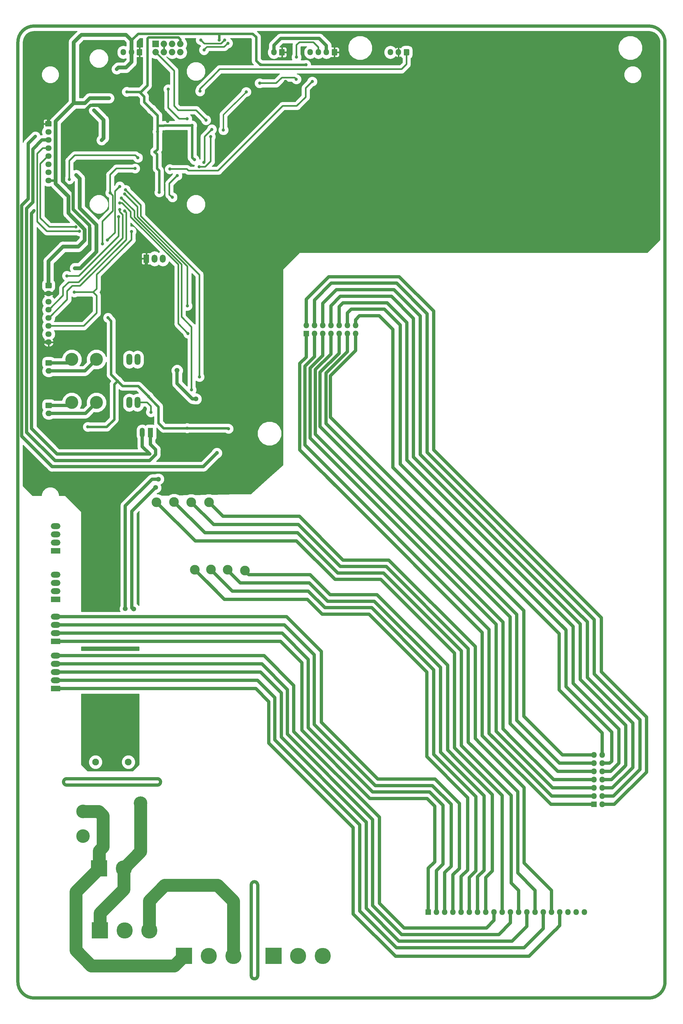
<source format=gbl>
G04 #@! TF.GenerationSoftware,KiCad,Pcbnew,5.0.2-bee76a0~70~ubuntu18.04.1*
G04 #@! TF.CreationDate,2018-11-29T20:18:26+08:00*
G04 #@! TF.ProjectId,backplane,6261636b-706c-4616-9e65-2e6b69636164,rev?*
G04 #@! TF.SameCoordinates,Original*
G04 #@! TF.FileFunction,Copper,L2,Bot*
G04 #@! TF.FilePolarity,Positive*
%FSLAX46Y46*%
G04 Gerber Fmt 4.6, Leading zero omitted, Abs format (unit mm)*
G04 Created by KiCad (PCBNEW 5.0.2-bee76a0~70~ubuntu18.04.1) date Thursday, November 29, 2018 PM08:18:26 HKT*
%MOMM*%
%LPD*%
G01*
G04 APERTURE LIST*
G04 #@! TA.AperFunction,NonConductor*
%ADD10C,1.000000*%
G04 #@! TD*
G04 #@! TA.AperFunction,ComponentPad*
%ADD11O,2.000000X2.000000*%
G04 #@! TD*
G04 #@! TA.AperFunction,ComponentPad*
%ADD12R,2.000000X2.000000*%
G04 #@! TD*
G04 #@! TA.AperFunction,ComponentPad*
%ADD13C,2.098040*%
G04 #@! TD*
G04 #@! TA.AperFunction,ComponentPad*
%ADD14C,4.196080*%
G04 #@! TD*
G04 #@! TA.AperFunction,ComponentPad*
%ADD15C,4.198620*%
G04 #@! TD*
G04 #@! TA.AperFunction,ComponentPad*
%ADD16O,1.700000X1.950000*%
G04 #@! TD*
G04 #@! TA.AperFunction,Conductor*
%ADD17C,0.020000*%
G04 #@! TD*
G04 #@! TA.AperFunction,ComponentPad*
%ADD18C,1.700000*%
G04 #@! TD*
G04 #@! TA.AperFunction,ComponentPad*
%ADD19O,1.700000X2.000000*%
G04 #@! TD*
G04 #@! TA.AperFunction,ComponentPad*
%ADD20O,3.000000X1.800000*%
G04 #@! TD*
G04 #@! TA.AperFunction,ComponentPad*
%ADD21R,3.000000X1.800000*%
G04 #@! TD*
G04 #@! TA.AperFunction,ComponentPad*
%ADD22O,1.500000X3.000000*%
G04 #@! TD*
G04 #@! TA.AperFunction,ComponentPad*
%ADD23R,1.500000X3.000000*%
G04 #@! TD*
G04 #@! TA.AperFunction,ComponentPad*
%ADD24O,1.800000X3.500000*%
G04 #@! TD*
G04 #@! TA.AperFunction,ComponentPad*
%ADD25C,4.000000*%
G04 #@! TD*
G04 #@! TA.AperFunction,ComponentPad*
%ADD26O,1.950000X1.700000*%
G04 #@! TD*
G04 #@! TA.AperFunction,ComponentPad*
%ADD27O,2.000000X1.700000*%
G04 #@! TD*
G04 #@! TA.AperFunction,ComponentPad*
%ADD28C,5.000000*%
G04 #@! TD*
G04 #@! TA.AperFunction,ComponentPad*
%ADD29R,1.800000X1.800000*%
G04 #@! TD*
G04 #@! TA.AperFunction,ComponentPad*
%ADD30O,1.800000X1.800000*%
G04 #@! TD*
G04 #@! TA.AperFunction,ComponentPad*
%ADD31O,1.800000X2.500000*%
G04 #@! TD*
G04 #@! TA.AperFunction,ComponentPad*
%ADD32R,1.800000X2.500000*%
G04 #@! TD*
G04 #@! TA.AperFunction,ViaPad*
%ADD33C,3.000000*%
G04 #@! TD*
G04 #@! TA.AperFunction,ViaPad*
%ADD34C,0.600000*%
G04 #@! TD*
G04 #@! TA.AperFunction,ViaPad*
%ADD35C,1.200000*%
G04 #@! TD*
G04 #@! TA.AperFunction,ViaPad*
%ADD36C,1.000000*%
G04 #@! TD*
G04 #@! TA.AperFunction,ViaPad*
%ADD37C,0.500000*%
G04 #@! TD*
G04 #@! TA.AperFunction,ViaPad*
%ADD38C,1.500000*%
G04 #@! TD*
G04 #@! TA.AperFunction,Conductor*
%ADD39C,1.000000*%
G04 #@! TD*
G04 #@! TA.AperFunction,Conductor*
%ADD40C,4.000000*%
G04 #@! TD*
G04 #@! TA.AperFunction,Conductor*
%ADD41C,1.200000*%
G04 #@! TD*
G04 #@! TA.AperFunction,Conductor*
%ADD42C,0.750000*%
G04 #@! TD*
G04 #@! TA.AperFunction,Conductor*
%ADD43C,0.500000*%
G04 #@! TD*
G04 #@! TA.AperFunction,Conductor*
%ADD44C,0.400000*%
G04 #@! TD*
G04 #@! TA.AperFunction,Conductor*
%ADD45C,0.250000*%
G04 #@! TD*
G04 #@! TA.AperFunction,Conductor*
%ADD46C,0.254000*%
G04 #@! TD*
G04 APERTURE END LIST*
D10*
X73110000Y-264100000D02*
G75*
G02X74110000Y-265100000I0J-1000000D01*
G01*
X73109999Y-294100001D02*
G75*
G02X72110000Y-293100000I1J1000000D01*
G01*
X72110000Y-293100000D02*
X72110000Y-265100000D01*
X74110000Y-265100000D02*
X74110000Y-293100000D01*
X74109998Y-293100001D02*
G75*
G02X73110000Y-294099999I-999998J0D01*
G01*
X72110000Y-265100000D02*
G75*
G02X73110000Y-264100000I1000000J0D01*
G01*
X15100000Y-234300000D02*
G75*
G02X14100000Y-233300000I0J1000000D01*
G01*
X14100000Y-233300000D02*
G75*
G02X15100000Y-232300000I1000000J0D01*
G01*
X44100000Y-233300000D02*
G75*
G02X43100000Y-234300000I-1000000J0D01*
G01*
X43100000Y-232300000D02*
G75*
G02X44100000Y-233300000I0J-1000000D01*
G01*
X43100000Y-234300000D02*
X15100000Y-234300000D01*
X15100000Y-232300000D02*
X43100000Y-232300000D01*
X0Y-5000000D02*
G75*
G02X5000000Y0I5000000J0D01*
G01*
X195000000Y0D02*
G75*
G02X200000000Y-5000000I0J-5000000D01*
G01*
X200000000Y-295000000D02*
G75*
G02X195000000Y-300000000I-5000000J0D01*
G01*
X5000000Y-300000000D02*
G75*
G02X0Y-295000000I0J5000000D01*
G01*
X0Y-5000000D02*
X0Y-295000000D01*
X5000000Y-300000000D02*
X195000000Y-300000000D01*
X200000000Y-5000000D02*
X200000000Y-295000000D01*
X5000000Y0D02*
X195000000Y0D01*
D11*
G04 #@! TO.P,U3,8*
G04 #@! TO.N,+3V3*
X50220000Y-8090000D03*
G04 #@! TO.P,U3,7*
X50220000Y-5550000D03*
G04 #@! TO.P,U3,6*
G04 #@! TO.N,/stm32_board/STM32_CORE/SWCLK*
X47680000Y-8090000D03*
G04 #@! TO.P,U3,5*
G04 #@! TO.N,/stm32_board/STM32_CORE/SWIM*
X47680000Y-5550000D03*
G04 #@! TO.P,U3,4*
G04 #@! TO.N,GND*
X45140000Y-8090000D03*
G04 #@! TO.P,U3,3*
X45140000Y-5550000D03*
G04 #@! TO.P,U3,2*
G04 #@! TO.N,/stm32_board/STM32_CORE/SWIO*
X42600000Y-8090000D03*
D12*
G04 #@! TO.P,U3,1*
G04 #@! TO.N,/stm32_board/STM32_CORE/RST*
X42600000Y-5550000D03*
G04 #@! TD*
D13*
G04 #@! TO.P,K1,2*
G04 #@! TO.N,RELAY_N*
X23981340Y-227158540D03*
D14*
G04 #@! TO.P,K1,4*
G04 #@! TO.N,PWR_SOURCE_SSR_L_1*
X20168800Y-242396000D03*
G04 #@! TO.P,K1,5*
G04 #@! TO.N,Net-(K1-Pad5)*
X20168800Y-250016000D03*
D15*
G04 #@! TO.P,K1,3*
G04 #@! TO.N,SSR_PCB2_L_2*
X37946260Y-239856000D03*
D13*
G04 #@! TO.P,K1,1*
G04 #@! TO.N,RELAY_P*
X34138800Y-227158540D03*
G04 #@! TD*
D16*
G04 #@! TO.P,J7,3*
G04 #@! TO.N,/stm32_board/WS2812_PWM_TERMINAL*
X115100000Y-8090000D03*
G04 #@! TO.P,J7,2*
G04 #@! TO.N,GND*
X117600000Y-8090000D03*
D17*
G04 #@! TD*
G04 #@! TO.N,VWS2812*
G04 #@! TO.C,J7*
G36*
X120724504Y-7116204D02*
X120748773Y-7119804D01*
X120772571Y-7125765D01*
X120795671Y-7134030D01*
X120817849Y-7144520D01*
X120838893Y-7157133D01*
X120858598Y-7171747D01*
X120876777Y-7188223D01*
X120893253Y-7206402D01*
X120907867Y-7226107D01*
X120920480Y-7247151D01*
X120930970Y-7269329D01*
X120939235Y-7292429D01*
X120945196Y-7316227D01*
X120948796Y-7340496D01*
X120950000Y-7365000D01*
X120950000Y-8815000D01*
X120948796Y-8839504D01*
X120945196Y-8863773D01*
X120939235Y-8887571D01*
X120930970Y-8910671D01*
X120920480Y-8932849D01*
X120907867Y-8953893D01*
X120893253Y-8973598D01*
X120876777Y-8991777D01*
X120858598Y-9008253D01*
X120838893Y-9022867D01*
X120817849Y-9035480D01*
X120795671Y-9045970D01*
X120772571Y-9054235D01*
X120748773Y-9060196D01*
X120724504Y-9063796D01*
X120700000Y-9065000D01*
X119500000Y-9065000D01*
X119475496Y-9063796D01*
X119451227Y-9060196D01*
X119427429Y-9054235D01*
X119404329Y-9045970D01*
X119382151Y-9035480D01*
X119361107Y-9022867D01*
X119341402Y-9008253D01*
X119323223Y-8991777D01*
X119306747Y-8973598D01*
X119292133Y-8953893D01*
X119279520Y-8932849D01*
X119269030Y-8910671D01*
X119260765Y-8887571D01*
X119254804Y-8863773D01*
X119251204Y-8839504D01*
X119250000Y-8815000D01*
X119250000Y-7365000D01*
X119251204Y-7340496D01*
X119254804Y-7316227D01*
X119260765Y-7292429D01*
X119269030Y-7269329D01*
X119279520Y-7247151D01*
X119292133Y-7226107D01*
X119306747Y-7206402D01*
X119323223Y-7188223D01*
X119341402Y-7171747D01*
X119361107Y-7157133D01*
X119382151Y-7144520D01*
X119404329Y-7134030D01*
X119427429Y-7125765D01*
X119451227Y-7119804D01*
X119475496Y-7116204D01*
X119500000Y-7115000D01*
X120700000Y-7115000D01*
X120724504Y-7116204D01*
X120724504Y-7116204D01*
G37*
D18*
G04 #@! TO.P,J7,1*
G04 #@! TO.N,VWS2812*
X120100000Y-8090000D03*
G04 #@! TD*
D16*
G04 #@! TO.P,J11,4*
G04 #@! TO.N,/stm32_board/FAN_PWM_OUTPUT*
X90350000Y-8090000D03*
G04 #@! TO.P,J11,3*
G04 #@! TO.N,/stm32_board/FAN_RPM*
X92850000Y-8090000D03*
G04 #@! TO.P,J11,2*
G04 #@! TO.N,/stm32_board/FAN_48V*
X95350000Y-8090000D03*
D17*
G04 #@! TD*
G04 #@! TO.N,GND*
G04 #@! TO.C,J11*
G36*
X98474504Y-7116204D02*
X98498773Y-7119804D01*
X98522571Y-7125765D01*
X98545671Y-7134030D01*
X98567849Y-7144520D01*
X98588893Y-7157133D01*
X98608598Y-7171747D01*
X98626777Y-7188223D01*
X98643253Y-7206402D01*
X98657867Y-7226107D01*
X98670480Y-7247151D01*
X98680970Y-7269329D01*
X98689235Y-7292429D01*
X98695196Y-7316227D01*
X98698796Y-7340496D01*
X98700000Y-7365000D01*
X98700000Y-8815000D01*
X98698796Y-8839504D01*
X98695196Y-8863773D01*
X98689235Y-8887571D01*
X98680970Y-8910671D01*
X98670480Y-8932849D01*
X98657867Y-8953893D01*
X98643253Y-8973598D01*
X98626777Y-8991777D01*
X98608598Y-9008253D01*
X98588893Y-9022867D01*
X98567849Y-9035480D01*
X98545671Y-9045970D01*
X98522571Y-9054235D01*
X98498773Y-9060196D01*
X98474504Y-9063796D01*
X98450000Y-9065000D01*
X97250000Y-9065000D01*
X97225496Y-9063796D01*
X97201227Y-9060196D01*
X97177429Y-9054235D01*
X97154329Y-9045970D01*
X97132151Y-9035480D01*
X97111107Y-9022867D01*
X97091402Y-9008253D01*
X97073223Y-8991777D01*
X97056747Y-8973598D01*
X97042133Y-8953893D01*
X97029520Y-8932849D01*
X97019030Y-8910671D01*
X97010765Y-8887571D01*
X97004804Y-8863773D01*
X97001204Y-8839504D01*
X97000000Y-8815000D01*
X97000000Y-7365000D01*
X97001204Y-7340496D01*
X97004804Y-7316227D01*
X97010765Y-7292429D01*
X97019030Y-7269329D01*
X97029520Y-7247151D01*
X97042133Y-7226107D01*
X97056747Y-7206402D01*
X97073223Y-7188223D01*
X97091402Y-7171747D01*
X97111107Y-7157133D01*
X97132151Y-7144520D01*
X97154329Y-7134030D01*
X97177429Y-7125765D01*
X97201227Y-7119804D01*
X97225496Y-7116204D01*
X97250000Y-7115000D01*
X98450000Y-7115000D01*
X98474504Y-7116204D01*
X98474504Y-7116204D01*
G37*
D18*
G04 #@! TO.P,J11,1*
G04 #@! TO.N,GND*
X97850000Y-8090000D03*
G04 #@! TD*
D19*
G04 #@! TO.P,J6,2*
G04 #@! TO.N,/stm32_board/FAN_48V*
X79100000Y-8090000D03*
D17*
G04 #@! TD*
G04 #@! TO.N,GND*
G04 #@! TO.C,J6*
G36*
X82224504Y-7091204D02*
X82248773Y-7094804D01*
X82272571Y-7100765D01*
X82295671Y-7109030D01*
X82317849Y-7119520D01*
X82338893Y-7132133D01*
X82358598Y-7146747D01*
X82376777Y-7163223D01*
X82393253Y-7181402D01*
X82407867Y-7201107D01*
X82420480Y-7222151D01*
X82430970Y-7244329D01*
X82439235Y-7267429D01*
X82445196Y-7291227D01*
X82448796Y-7315496D01*
X82450000Y-7340000D01*
X82450000Y-8840000D01*
X82448796Y-8864504D01*
X82445196Y-8888773D01*
X82439235Y-8912571D01*
X82430970Y-8935671D01*
X82420480Y-8957849D01*
X82407867Y-8978893D01*
X82393253Y-8998598D01*
X82376777Y-9016777D01*
X82358598Y-9033253D01*
X82338893Y-9047867D01*
X82317849Y-9060480D01*
X82295671Y-9070970D01*
X82272571Y-9079235D01*
X82248773Y-9085196D01*
X82224504Y-9088796D01*
X82200000Y-9090000D01*
X81000000Y-9090000D01*
X80975496Y-9088796D01*
X80951227Y-9085196D01*
X80927429Y-9079235D01*
X80904329Y-9070970D01*
X80882151Y-9060480D01*
X80861107Y-9047867D01*
X80841402Y-9033253D01*
X80823223Y-9016777D01*
X80806747Y-8998598D01*
X80792133Y-8978893D01*
X80779520Y-8957849D01*
X80769030Y-8935671D01*
X80760765Y-8912571D01*
X80754804Y-8888773D01*
X80751204Y-8864504D01*
X80750000Y-8840000D01*
X80750000Y-7340000D01*
X80751204Y-7315496D01*
X80754804Y-7291227D01*
X80760765Y-7267429D01*
X80769030Y-7244329D01*
X80779520Y-7222151D01*
X80792133Y-7201107D01*
X80806747Y-7181402D01*
X80823223Y-7163223D01*
X80841402Y-7146747D01*
X80861107Y-7132133D01*
X80882151Y-7119520D01*
X80904329Y-7109030D01*
X80927429Y-7100765D01*
X80951227Y-7094804D01*
X80975496Y-7091204D01*
X81000000Y-7090000D01*
X82200000Y-7090000D01*
X82224504Y-7091204D01*
X82224504Y-7091204D01*
G37*
D18*
G04 #@! TO.P,J6,1*
G04 #@! TO.N,GND*
X81600000Y-8090000D03*
G04 #@! TD*
D16*
G04 #@! TO.P,J22,3*
G04 #@! TO.N,+3V3*
X32600000Y-8090000D03*
G04 #@! TO.P,J22,2*
G04 #@! TO.N,+5V*
X35100000Y-8090000D03*
D17*
G04 #@! TD*
G04 #@! TO.N,GND*
G04 #@! TO.C,J22*
G36*
X38224504Y-7116204D02*
X38248773Y-7119804D01*
X38272571Y-7125765D01*
X38295671Y-7134030D01*
X38317849Y-7144520D01*
X38338893Y-7157133D01*
X38358598Y-7171747D01*
X38376777Y-7188223D01*
X38393253Y-7206402D01*
X38407867Y-7226107D01*
X38420480Y-7247151D01*
X38430970Y-7269329D01*
X38439235Y-7292429D01*
X38445196Y-7316227D01*
X38448796Y-7340496D01*
X38450000Y-7365000D01*
X38450000Y-8815000D01*
X38448796Y-8839504D01*
X38445196Y-8863773D01*
X38439235Y-8887571D01*
X38430970Y-8910671D01*
X38420480Y-8932849D01*
X38407867Y-8953893D01*
X38393253Y-8973598D01*
X38376777Y-8991777D01*
X38358598Y-9008253D01*
X38338893Y-9022867D01*
X38317849Y-9035480D01*
X38295671Y-9045970D01*
X38272571Y-9054235D01*
X38248773Y-9060196D01*
X38224504Y-9063796D01*
X38200000Y-9065000D01*
X37000000Y-9065000D01*
X36975496Y-9063796D01*
X36951227Y-9060196D01*
X36927429Y-9054235D01*
X36904329Y-9045970D01*
X36882151Y-9035480D01*
X36861107Y-9022867D01*
X36841402Y-9008253D01*
X36823223Y-8991777D01*
X36806747Y-8973598D01*
X36792133Y-8953893D01*
X36779520Y-8932849D01*
X36769030Y-8910671D01*
X36760765Y-8887571D01*
X36754804Y-8863773D01*
X36751204Y-8839504D01*
X36750000Y-8815000D01*
X36750000Y-7365000D01*
X36751204Y-7340496D01*
X36754804Y-7316227D01*
X36760765Y-7292429D01*
X36769030Y-7269329D01*
X36779520Y-7247151D01*
X36792133Y-7226107D01*
X36806747Y-7206402D01*
X36823223Y-7188223D01*
X36841402Y-7171747D01*
X36861107Y-7157133D01*
X36882151Y-7144520D01*
X36904329Y-7134030D01*
X36927429Y-7125765D01*
X36951227Y-7119804D01*
X36975496Y-7116204D01*
X37000000Y-7115000D01*
X38200000Y-7115000D01*
X38224504Y-7116204D01*
X38224504Y-7116204D01*
G37*
D18*
G04 #@! TO.P,J22,1*
G04 #@! TO.N,GND*
X37600000Y-8090000D03*
G04 #@! TD*
D20*
G04 #@! TO.P,J16,4*
G04 #@! TO.N,/AQ1_SHIELD*
X11684000Y-169320000D03*
D21*
G04 #@! TO.P,J16,1*
G04 #@! TO.N,/AQ1_GND*
X11684000Y-176940000D03*
D20*
G04 #@! TO.P,J16,2*
G04 #@! TO.N,/AQ1_5V*
X11684000Y-174400000D03*
G04 #@! TO.P,J16,3*
G04 #@! TO.N,/AQ1_SENSOR*
X11684000Y-171860000D03*
G04 #@! TD*
G04 #@! TO.P,J15,3*
G04 #@! TO.N,/AQ2_SENSOR*
X11684000Y-184860000D03*
G04 #@! TO.P,J15,2*
G04 #@! TO.N,/AQ2_5V*
X11684000Y-187400000D03*
D21*
G04 #@! TO.P,J15,1*
G04 #@! TO.N,/AQ2_GND*
X11684000Y-189940000D03*
D20*
G04 #@! TO.P,J15,4*
G04 #@! TO.N,/AQ2_SHIELD*
X11684000Y-182320000D03*
G04 #@! TD*
G04 #@! TO.P,J13,4*
G04 #@! TO.N,/flow_sensor_\0025RH*
X11684000Y-196898000D03*
D21*
G04 #@! TO.P,J13,1*
G04 #@! TO.N,/flow_sensor_GND*
X11684000Y-204518000D03*
D20*
G04 #@! TO.P,J13,2*
G04 #@! TO.N,/flow_sensor_24V*
X11684000Y-201978000D03*
G04 #@! TO.P,J13,3*
G04 #@! TO.N,/flow_sensor_FLOW*
X11684000Y-199438000D03*
G04 #@! TO.P,J13,5*
G04 #@! TO.N,/flow_sensor_shield*
X11684000Y-194358000D03*
G04 #@! TD*
G04 #@! TO.P,J17,4*
G04 #@! TO.N,/O3_1_SHIELD*
X11684000Y-154320000D03*
D21*
G04 #@! TO.P,J17,1*
G04 #@! TO.N,/O3_1_GND*
X11684000Y-161940000D03*
D20*
G04 #@! TO.P,J17,2*
G04 #@! TO.N,/O3_1_24V*
X11684000Y-159400000D03*
G04 #@! TO.P,J17,3*
G04 #@! TO.N,/O3_1_SENSOR*
X11684000Y-156860000D03*
G04 #@! TD*
D22*
G04 #@! TO.P,J3,2*
G04 #@! TO.N,RELAY_P*
X38430000Y-125500000D03*
D23*
G04 #@! TO.P,J3,1*
G04 #@! TO.N,RELAY_N*
X40970000Y-125500000D03*
G04 #@! TD*
D24*
G04 #@! TO.P,U1,3*
G04 #@! TO.N,Net-(R9-Pad2)*
X34423594Y-116185398D03*
D25*
G04 #@! TO.P,U1,1*
G04 #@! TO.N,/stm32_board/SSR_CH1_OUTPUT2*
X16643594Y-116185398D03*
D24*
G04 #@! TO.P,U1,4*
G04 #@! TO.N,Net-(Q1-Pad3)*
X36963594Y-116185398D03*
D25*
G04 #@! TO.P,U1,2*
G04 #@! TO.N,/stm32_board/SSR_CH1_OUTPUT1*
X24263594Y-116185398D03*
G04 #@! TD*
D24*
G04 #@! TO.P,U2,3*
G04 #@! TO.N,Net-(R10-Pad2)*
X34423594Y-102907799D03*
D25*
G04 #@! TO.P,U2,1*
G04 #@! TO.N,/stm32_board/SSR_CH2_OUTPUT2*
X16643594Y-102907799D03*
D24*
G04 #@! TO.P,U2,4*
G04 #@! TO.N,Net-(Q2-Pad3)*
X36963594Y-102907799D03*
D25*
G04 #@! TO.P,U2,2*
G04 #@! TO.N,/stm32_board/SSR_CH2_OUTPUT1*
X24263594Y-102907799D03*
G04 #@! TD*
D26*
G04 #@! TO.P,J28,8*
G04 #@! TO.N,GND*
X9463501Y-97572770D03*
G04 #@! TO.P,J28,7*
G04 #@! TO.N,Net-(J28-Pad7)*
X9463501Y-95072770D03*
G04 #@! TO.P,J28,6*
G04 #@! TO.N,STM32_PMS7003S_SET*
X9463501Y-92572770D03*
G04 #@! TO.P,J28,5*
G04 #@! TO.N,STM32_PMS7003S_RXD*
X9463501Y-90072770D03*
G04 #@! TO.P,J28,4*
G04 #@! TO.N,STM32_PMS7003S_TXD*
X9463501Y-87572770D03*
G04 #@! TO.P,J28,3*
G04 #@! TO.N,STM32_PMS7003S_RESET*
X9463501Y-85072770D03*
G04 #@! TO.P,J28,2*
G04 #@! TO.N,GND*
X9463501Y-82572770D03*
D17*
G04 #@! TD*
G04 #@! TO.N,+5V*
G04 #@! TO.C,J28*
G36*
X10213005Y-79223974D02*
X10237274Y-79227574D01*
X10261072Y-79233535D01*
X10284172Y-79241800D01*
X10306350Y-79252290D01*
X10327394Y-79264903D01*
X10347099Y-79279517D01*
X10365278Y-79295993D01*
X10381754Y-79314172D01*
X10396368Y-79333877D01*
X10408981Y-79354921D01*
X10419471Y-79377099D01*
X10427736Y-79400199D01*
X10433697Y-79423997D01*
X10437297Y-79448266D01*
X10438501Y-79472770D01*
X10438501Y-80672770D01*
X10437297Y-80697274D01*
X10433697Y-80721543D01*
X10427736Y-80745341D01*
X10419471Y-80768441D01*
X10408981Y-80790619D01*
X10396368Y-80811663D01*
X10381754Y-80831368D01*
X10365278Y-80849547D01*
X10347099Y-80866023D01*
X10327394Y-80880637D01*
X10306350Y-80893250D01*
X10284172Y-80903740D01*
X10261072Y-80912005D01*
X10237274Y-80917966D01*
X10213005Y-80921566D01*
X10188501Y-80922770D01*
X8738501Y-80922770D01*
X8713997Y-80921566D01*
X8689728Y-80917966D01*
X8665930Y-80912005D01*
X8642830Y-80903740D01*
X8620652Y-80893250D01*
X8599608Y-80880637D01*
X8579903Y-80866023D01*
X8561724Y-80849547D01*
X8545248Y-80831368D01*
X8530634Y-80811663D01*
X8518021Y-80790619D01*
X8507531Y-80768441D01*
X8499266Y-80745341D01*
X8493305Y-80721543D01*
X8489705Y-80697274D01*
X8488501Y-80672770D01*
X8488501Y-79472770D01*
X8489705Y-79448266D01*
X8493305Y-79423997D01*
X8499266Y-79400199D01*
X8507531Y-79377099D01*
X8518021Y-79354921D01*
X8530634Y-79333877D01*
X8545248Y-79314172D01*
X8561724Y-79295993D01*
X8579903Y-79279517D01*
X8599608Y-79264903D01*
X8620652Y-79252290D01*
X8642830Y-79241800D01*
X8665930Y-79233535D01*
X8689728Y-79227574D01*
X8713997Y-79223974D01*
X8738501Y-79222770D01*
X10188501Y-79222770D01*
X10213005Y-79223974D01*
X10213005Y-79223974D01*
G37*
D18*
G04 #@! TO.P,J28,1*
G04 #@! TO.N,+5V*
X9463501Y-80072770D03*
G04 #@! TD*
D26*
G04 #@! TO.P,J4,8*
G04 #@! TO.N,+5V*
X9430000Y-47670000D03*
G04 #@! TO.P,J4,7*
G04 #@! TO.N,Net-(J4-Pad7)*
X9430000Y-45170000D03*
G04 #@! TO.P,J4,6*
G04 #@! TO.N,PCB1_ALARM_COM*
X9430000Y-42670000D03*
G04 #@! TO.P,J4,5*
G04 #@! TO.N,IONAIR_TX*
X9430000Y-40170000D03*
G04 #@! TO.P,J4,4*
G04 #@! TO.N,IONAIR_RX*
X9430000Y-37670000D03*
G04 #@! TO.P,J4,3*
G04 #@! TO.N,RELAY_N*
X9430000Y-35170000D03*
G04 #@! TO.P,J4,2*
G04 #@! TO.N,RELAY_P*
X9430000Y-32670000D03*
D17*
G04 #@! TD*
G04 #@! TO.N,GND*
G04 #@! TO.C,J4*
G36*
X10179504Y-29321204D02*
X10203773Y-29324804D01*
X10227571Y-29330765D01*
X10250671Y-29339030D01*
X10272849Y-29349520D01*
X10293893Y-29362133D01*
X10313598Y-29376747D01*
X10331777Y-29393223D01*
X10348253Y-29411402D01*
X10362867Y-29431107D01*
X10375480Y-29452151D01*
X10385970Y-29474329D01*
X10394235Y-29497429D01*
X10400196Y-29521227D01*
X10403796Y-29545496D01*
X10405000Y-29570000D01*
X10405000Y-30770000D01*
X10403796Y-30794504D01*
X10400196Y-30818773D01*
X10394235Y-30842571D01*
X10385970Y-30865671D01*
X10375480Y-30887849D01*
X10362867Y-30908893D01*
X10348253Y-30928598D01*
X10331777Y-30946777D01*
X10313598Y-30963253D01*
X10293893Y-30977867D01*
X10272849Y-30990480D01*
X10250671Y-31000970D01*
X10227571Y-31009235D01*
X10203773Y-31015196D01*
X10179504Y-31018796D01*
X10155000Y-31020000D01*
X8705000Y-31020000D01*
X8680496Y-31018796D01*
X8656227Y-31015196D01*
X8632429Y-31009235D01*
X8609329Y-31000970D01*
X8587151Y-30990480D01*
X8566107Y-30977867D01*
X8546402Y-30963253D01*
X8528223Y-30946777D01*
X8511747Y-30928598D01*
X8497133Y-30908893D01*
X8484520Y-30887849D01*
X8474030Y-30865671D01*
X8465765Y-30842571D01*
X8459804Y-30818773D01*
X8456204Y-30794504D01*
X8455000Y-30770000D01*
X8455000Y-29570000D01*
X8456204Y-29545496D01*
X8459804Y-29521227D01*
X8465765Y-29497429D01*
X8474030Y-29474329D01*
X8484520Y-29452151D01*
X8497133Y-29431107D01*
X8511747Y-29411402D01*
X8528223Y-29393223D01*
X8546402Y-29376747D01*
X8566107Y-29362133D01*
X8587151Y-29349520D01*
X8609329Y-29339030D01*
X8632429Y-29330765D01*
X8656227Y-29324804D01*
X8680496Y-29321204D01*
X8705000Y-29320000D01*
X10155000Y-29320000D01*
X10179504Y-29321204D01*
X10179504Y-29321204D01*
G37*
D18*
G04 #@! TO.P,J4,1*
G04 #@! TO.N,GND*
X9430000Y-30170000D03*
G04 #@! TD*
D27*
G04 #@! TO.P,J9,2*
G04 #@! TO.N,/stm32_board/SSR_CH2_OUTPUT1*
X9513501Y-106467920D03*
D17*
G04 #@! TD*
G04 #@! TO.N,/stm32_board/SSR_CH2_OUTPUT2*
G04 #@! TO.C,J9*
G36*
X10288005Y-103119124D02*
X10312274Y-103122724D01*
X10336072Y-103128685D01*
X10359172Y-103136950D01*
X10381350Y-103147440D01*
X10402394Y-103160053D01*
X10422099Y-103174667D01*
X10440278Y-103191143D01*
X10456754Y-103209322D01*
X10471368Y-103229027D01*
X10483981Y-103250071D01*
X10494471Y-103272249D01*
X10502736Y-103295349D01*
X10508697Y-103319147D01*
X10512297Y-103343416D01*
X10513501Y-103367920D01*
X10513501Y-104567920D01*
X10512297Y-104592424D01*
X10508697Y-104616693D01*
X10502736Y-104640491D01*
X10494471Y-104663591D01*
X10483981Y-104685769D01*
X10471368Y-104706813D01*
X10456754Y-104726518D01*
X10440278Y-104744697D01*
X10422099Y-104761173D01*
X10402394Y-104775787D01*
X10381350Y-104788400D01*
X10359172Y-104798890D01*
X10336072Y-104807155D01*
X10312274Y-104813116D01*
X10288005Y-104816716D01*
X10263501Y-104817920D01*
X8763501Y-104817920D01*
X8738997Y-104816716D01*
X8714728Y-104813116D01*
X8690930Y-104807155D01*
X8667830Y-104798890D01*
X8645652Y-104788400D01*
X8624608Y-104775787D01*
X8604903Y-104761173D01*
X8586724Y-104744697D01*
X8570248Y-104726518D01*
X8555634Y-104706813D01*
X8543021Y-104685769D01*
X8532531Y-104663591D01*
X8524266Y-104640491D01*
X8518305Y-104616693D01*
X8514705Y-104592424D01*
X8513501Y-104567920D01*
X8513501Y-103367920D01*
X8514705Y-103343416D01*
X8518305Y-103319147D01*
X8524266Y-103295349D01*
X8532531Y-103272249D01*
X8543021Y-103250071D01*
X8555634Y-103229027D01*
X8570248Y-103209322D01*
X8586724Y-103191143D01*
X8604903Y-103174667D01*
X8624608Y-103160053D01*
X8645652Y-103147440D01*
X8667830Y-103136950D01*
X8690930Y-103128685D01*
X8714728Y-103122724D01*
X8738997Y-103119124D01*
X8763501Y-103117920D01*
X10263501Y-103117920D01*
X10288005Y-103119124D01*
X10288005Y-103119124D01*
G37*
D18*
G04 #@! TO.P,J9,1*
G04 #@! TO.N,/stm32_board/SSR_CH2_OUTPUT2*
X9513501Y-103967920D03*
G04 #@! TD*
D27*
G04 #@! TO.P,J8,2*
G04 #@! TO.N,/stm32_board/SSR_CH1_OUTPUT1*
X9513501Y-119587920D03*
D17*
G04 #@! TD*
G04 #@! TO.N,/stm32_board/SSR_CH1_OUTPUT2*
G04 #@! TO.C,J8*
G36*
X10288005Y-116239124D02*
X10312274Y-116242724D01*
X10336072Y-116248685D01*
X10359172Y-116256950D01*
X10381350Y-116267440D01*
X10402394Y-116280053D01*
X10422099Y-116294667D01*
X10440278Y-116311143D01*
X10456754Y-116329322D01*
X10471368Y-116349027D01*
X10483981Y-116370071D01*
X10494471Y-116392249D01*
X10502736Y-116415349D01*
X10508697Y-116439147D01*
X10512297Y-116463416D01*
X10513501Y-116487920D01*
X10513501Y-117687920D01*
X10512297Y-117712424D01*
X10508697Y-117736693D01*
X10502736Y-117760491D01*
X10494471Y-117783591D01*
X10483981Y-117805769D01*
X10471368Y-117826813D01*
X10456754Y-117846518D01*
X10440278Y-117864697D01*
X10422099Y-117881173D01*
X10402394Y-117895787D01*
X10381350Y-117908400D01*
X10359172Y-117918890D01*
X10336072Y-117927155D01*
X10312274Y-117933116D01*
X10288005Y-117936716D01*
X10263501Y-117937920D01*
X8763501Y-117937920D01*
X8738997Y-117936716D01*
X8714728Y-117933116D01*
X8690930Y-117927155D01*
X8667830Y-117918890D01*
X8645652Y-117908400D01*
X8624608Y-117895787D01*
X8604903Y-117881173D01*
X8586724Y-117864697D01*
X8570248Y-117846518D01*
X8555634Y-117826813D01*
X8543021Y-117805769D01*
X8532531Y-117783591D01*
X8524266Y-117760491D01*
X8518305Y-117736693D01*
X8514705Y-117712424D01*
X8513501Y-117687920D01*
X8513501Y-116487920D01*
X8514705Y-116463416D01*
X8518305Y-116439147D01*
X8524266Y-116415349D01*
X8532531Y-116392249D01*
X8543021Y-116370071D01*
X8555634Y-116349027D01*
X8570248Y-116329322D01*
X8586724Y-116311143D01*
X8604903Y-116294667D01*
X8624608Y-116280053D01*
X8645652Y-116267440D01*
X8667830Y-116256950D01*
X8690930Y-116248685D01*
X8714728Y-116242724D01*
X8738997Y-116239124D01*
X8763501Y-116237920D01*
X10263501Y-116237920D01*
X10288005Y-116239124D01*
X10288005Y-116239124D01*
G37*
D18*
G04 #@! TO.P,J8,1*
G04 #@! TO.N,/stm32_board/SSR_CH1_OUTPUT2*
X9513501Y-117087920D03*
G04 #@! TD*
D28*
G04 #@! TO.P,J25,1*
G04 #@! TO.N,PCB1_ALARM_COM*
X78994000Y-287020000D03*
D17*
G04 #@! TD*
G04 #@! TO.N,PCB1_ALARM_COM*
G04 #@! TO.C,J25*
G36*
X76494000Y-289520000D02*
X76494000Y-284520000D01*
X81494000Y-284520000D01*
X81494000Y-289520000D01*
X76494000Y-289520000D01*
X76494000Y-289520000D01*
G37*
D28*
G04 #@! TO.P,J25,2*
G04 #@! TO.N,GND*
X86614000Y-287020000D03*
G04 #@! TO.P,J25,3*
G04 #@! TO.N,+5V*
X94234000Y-287020000D03*
G04 #@! TD*
G04 #@! TO.P,J5,3*
G04 #@! TO.N,/COMMON_N*
X66603998Y-287020000D03*
G04 #@! TO.P,J5,2*
G04 #@! TO.N,/220V_GND*
X58983998Y-287020000D03*
G04 #@! TO.P,J5,1*
G04 #@! TO.N,PWR_SOURCE_SSR_L_1*
X51363998Y-287020000D03*
D17*
G04 #@! TD*
G04 #@! TO.N,PWR_SOURCE_SSR_L_1*
G04 #@! TO.C,J5*
G36*
X48863998Y-289520000D02*
X48863998Y-284520000D01*
X53863998Y-284520000D01*
X53863998Y-289520000D01*
X48863998Y-289520000D01*
X48863998Y-289520000D01*
G37*
D29*
G04 #@! TO.P,J2,1*
G04 #@! TO.N,/To_J1_P1*
X177999998Y-240240000D03*
D30*
G04 #@! TO.P,J2,2*
G04 #@! TO.N,/To_J1_P2*
X180539998Y-240240000D03*
G04 #@! TO.P,J2,3*
G04 #@! TO.N,/To_J1_P3*
X177999998Y-237700000D03*
G04 #@! TO.P,J2,4*
G04 #@! TO.N,/To_J1_P4*
X180539998Y-237700000D03*
G04 #@! TO.P,J2,5*
G04 #@! TO.N,/To_J1_P5*
X177999998Y-235160000D03*
G04 #@! TO.P,J2,6*
G04 #@! TO.N,/To_J1_P6*
X180539998Y-235160000D03*
G04 #@! TO.P,J2,7*
G04 #@! TO.N,/To_J1_P7*
X177999998Y-232620000D03*
G04 #@! TO.P,J2,8*
G04 #@! TO.N,/To_J1_P8*
X180539998Y-232620000D03*
G04 #@! TO.P,J2,9*
G04 #@! TO.N,/To_J1_P9*
X177999998Y-230080000D03*
G04 #@! TO.P,J2,10*
G04 #@! TO.N,/To_J1_P10*
X180539998Y-230080000D03*
G04 #@! TO.P,J2,11*
G04 #@! TO.N,/To_J1_P11*
X177999998Y-227540000D03*
G04 #@! TO.P,J2,12*
G04 #@! TO.N,/To_J1_P12*
X180539998Y-227540000D03*
G04 #@! TO.P,J2,13*
G04 #@! TO.N,/To_J1_P13*
X177999998Y-225000000D03*
G04 #@! TO.P,J2,14*
G04 #@! TO.N,/To_J1_P14*
X180539998Y-225000000D03*
G04 #@! TD*
G04 #@! TO.P,J18,20*
G04 #@! TO.N,N/C*
X175085998Y-273498000D03*
G04 #@! TO.P,J18,19*
X172545998Y-273498000D03*
G04 #@! TO.P,J18,18*
G04 #@! TO.N,Net-(J18-Pad18)*
X170005998Y-273498000D03*
G04 #@! TO.P,J18,17*
G04 #@! TO.N,/flow_sensor_GND*
X167465998Y-273498000D03*
G04 #@! TO.P,J18,16*
G04 #@! TO.N,/O3_1_GND*
X164925998Y-273498000D03*
G04 #@! TO.P,J18,15*
G04 #@! TO.N,/flow_sensor_24V*
X162385998Y-273498000D03*
G04 #@! TO.P,J18,14*
G04 #@! TO.N,/O3_1_24V*
X159845998Y-273498000D03*
G04 #@! TO.P,J18,13*
G04 #@! TO.N,/flow_sensor_FLOW*
X157305998Y-273498000D03*
G04 #@! TO.P,J18,12*
G04 #@! TO.N,/O3_1_SENSOR*
X154765998Y-273498000D03*
G04 #@! TO.P,J18,11*
G04 #@! TO.N,/flow_sensor_\0025RH*
X152225998Y-273498000D03*
G04 #@! TO.P,J18,10*
G04 #@! TO.N,/O3_1_SHIELD*
X149685998Y-273498000D03*
G04 #@! TO.P,J18,9*
G04 #@! TO.N,/flow_sensor_shield*
X147145998Y-273498000D03*
G04 #@! TO.P,J18,8*
G04 #@! TO.N,/AQ1_GND*
X144605998Y-273498000D03*
G04 #@! TO.P,J18,7*
G04 #@! TO.N,/AQ1_5V*
X142065998Y-273498000D03*
G04 #@! TO.P,J18,6*
G04 #@! TO.N,/AQ1_SENSOR*
X139525998Y-273498000D03*
G04 #@! TO.P,J18,5*
G04 #@! TO.N,/AQ1_SHIELD*
X136985998Y-273498000D03*
G04 #@! TO.P,J18,4*
G04 #@! TO.N,/AQ2_SHIELD*
X134445998Y-273498000D03*
G04 #@! TO.P,J18,3*
G04 #@! TO.N,/AQ2_SENSOR*
X131905998Y-273498000D03*
G04 #@! TO.P,J18,2*
G04 #@! TO.N,/AQ2_5V*
X129365998Y-273498000D03*
D29*
G04 #@! TO.P,J18,1*
G04 #@! TO.N,/AQ2_GND*
X126825998Y-273498000D03*
G04 #@! TD*
D30*
G04 #@! TO.P,J1,14*
G04 #@! TO.N,/To_J1_P14*
X104340000Y-92360000D03*
G04 #@! TO.P,J1,13*
G04 #@! TO.N,/To_J1_P13*
X104340000Y-94900000D03*
G04 #@! TO.P,J1,12*
G04 #@! TO.N,/To_J1_P12*
X101800000Y-92360000D03*
G04 #@! TO.P,J1,11*
G04 #@! TO.N,/To_J1_P11*
X101800000Y-94900000D03*
G04 #@! TO.P,J1,10*
G04 #@! TO.N,/To_J1_P10*
X99260000Y-92360000D03*
G04 #@! TO.P,J1,9*
G04 #@! TO.N,/To_J1_P9*
X99260000Y-94900000D03*
G04 #@! TO.P,J1,8*
G04 #@! TO.N,/To_J1_P8*
X96720000Y-92360000D03*
G04 #@! TO.P,J1,7*
G04 #@! TO.N,/To_J1_P7*
X96720000Y-94900000D03*
G04 #@! TO.P,J1,6*
G04 #@! TO.N,/To_J1_P6*
X94180000Y-92360000D03*
G04 #@! TO.P,J1,5*
G04 #@! TO.N,/To_J1_P5*
X94180000Y-94900000D03*
G04 #@! TO.P,J1,4*
G04 #@! TO.N,/To_J1_P4*
X91640000Y-92360000D03*
G04 #@! TO.P,J1,3*
G04 #@! TO.N,/To_J1_P3*
X91640000Y-94900000D03*
G04 #@! TO.P,J1,2*
G04 #@! TO.N,/To_J1_P2*
X89100000Y-92360000D03*
D29*
G04 #@! TO.P,J1,1*
G04 #@! TO.N,/To_J1_P1*
X89100000Y-94900000D03*
G04 #@! TD*
D31*
G04 #@! TO.P,J23,3*
G04 #@! TO.N,IONAIR_RX*
X44790000Y-71805000D03*
G04 #@! TO.P,J23,2*
G04 #@! TO.N,IONAIR_TX*
X42250000Y-71805000D03*
D32*
G04 #@! TO.P,J23,1*
G04 #@! TO.N,GND*
X39710000Y-71805000D03*
G04 #@! TD*
D28*
G04 #@! TO.P,J10,2*
G04 #@! TO.N,SSR_PCB2_L_2*
X32710000Y-260000000D03*
G04 #@! TO.P,J10,1*
G04 #@! TO.N,PWR_SOURCE_SSR_L_1*
X25090000Y-260000000D03*
D17*
G04 #@! TD*
G04 #@! TO.N,PWR_SOURCE_SSR_L_1*
G04 #@! TO.C,J10*
G36*
X22590000Y-262500000D02*
X22590000Y-257500000D01*
X27590000Y-257500000D01*
X27590000Y-262500000D01*
X22590000Y-262500000D01*
X22590000Y-262500000D01*
G37*
D28*
G04 #@! TO.P,J12,3*
G04 #@! TO.N,/COMMON_N*
X40596000Y-279130000D03*
G04 #@! TO.P,J12,2*
G04 #@! TO.N,/220V_GND*
X32976000Y-279130000D03*
G04 #@! TO.P,J12,1*
G04 #@! TO.N,SSR_PCB2_L_2*
X25356000Y-279130000D03*
D17*
G04 #@! TD*
G04 #@! TO.N,SSR_PCB2_L_2*
G04 #@! TO.C,J12*
G36*
X22856000Y-281630000D02*
X22856000Y-276630000D01*
X27856000Y-276630000D01*
X27856000Y-281630000D01*
X22856000Y-281630000D01*
X22856000Y-281630000D01*
G37*
D33*
G04 #@! TO.N,/AQ1_SHIELD*
X54686000Y-167800000D03*
G04 #@! TO.N,/AQ1_SENSOR*
X59626000Y-167740000D03*
G04 #@! TO.N,/AQ1_5V*
X64866000Y-167800000D03*
G04 #@! TO.N,/AQ1_GND*
X70206000Y-168110000D03*
G04 #@! TO.N,/O3_1_SHIELD*
X42856000Y-146970000D03*
G04 #@! TO.N,/O3_1_SENSOR*
X48244495Y-146869709D03*
G04 #@! TO.N,/O3_1_24V*
X53596000Y-146970000D03*
G04 #@! TO.N,/O3_1_GND*
X59036000Y-146970000D03*
D34*
G04 #@! TO.N,GND*
X70000000Y-144000000D03*
D35*
X43250001Y-109590000D03*
D36*
X16000000Y-37000000D03*
X20200000Y-26700000D03*
X31170220Y-25400000D03*
X14100000Y-48100000D03*
X30010000Y-85180000D03*
X40468549Y-57450048D03*
X43250002Y-91680000D03*
X37505000Y-29930000D03*
D34*
X47390000Y-28810000D03*
D36*
X43299984Y-24950000D03*
X63250000Y-117250000D03*
X85600000Y-21090000D03*
X82659966Y-17072543D03*
X50100000Y-114300000D03*
X14230000Y-71240000D03*
X21900000Y-68360000D03*
X7200000Y-25230000D03*
D34*
X13462000Y-24384000D03*
X22000000Y-179000000D03*
X22000000Y-164000000D03*
X24000000Y-164000000D03*
X26000000Y-164000000D03*
X28000000Y-164000000D03*
X30000000Y-164000000D03*
X22000000Y-167000000D03*
X24000000Y-167000000D03*
X26000000Y-167000000D03*
X28000000Y-167000000D03*
X30000000Y-167000000D03*
X40468549Y-42100000D03*
D37*
X74230000Y-20260000D03*
D34*
X8636000Y-52578000D03*
X12192000Y-52324000D03*
X47984000Y-35588000D03*
X48984000Y-35588000D03*
X49984000Y-35588000D03*
X47984000Y-36588000D03*
X48984000Y-36588000D03*
X49984000Y-36588000D03*
X47984000Y-37588000D03*
X48984000Y-37588000D03*
X49984000Y-37588000D03*
X36576000Y-75438000D03*
X38608000Y-75438000D03*
X40640000Y-75438000D03*
X36576000Y-80264000D03*
X40640000Y-80264000D03*
X38608000Y-80264000D03*
X46302395Y-76887605D03*
X43428713Y-79761287D03*
X44865554Y-78324446D03*
X30226000Y-77321210D03*
X33099682Y-80194892D03*
X31662841Y-78758051D03*
X34798000Y-80264000D03*
D36*
X15240000Y-89662000D03*
X19304000Y-86360000D03*
D34*
X24384000Y-208534000D03*
X32004000Y-208534000D03*
X32004000Y-209534000D03*
X32004000Y-210534000D03*
X32004000Y-211534000D03*
X32004000Y-212534000D03*
X32004000Y-213534000D03*
X32004000Y-214534000D03*
X32004000Y-215534000D03*
X32004000Y-216534000D03*
X32004000Y-217534000D03*
X24384000Y-209534000D03*
X24384000Y-210534000D03*
X24384000Y-211534000D03*
X24384000Y-212534000D03*
X24384000Y-213534000D03*
X24384000Y-214534000D03*
X24384000Y-215534000D03*
X24384000Y-216534000D03*
X24384000Y-217534000D03*
X37000000Y-164000000D03*
X37000000Y-167000000D03*
X37000000Y-165000000D03*
X37000000Y-166000000D03*
X26000000Y-152000000D03*
X22000000Y-152000000D03*
X30000000Y-152000000D03*
X28000000Y-152000000D03*
X24000000Y-152000000D03*
X24500000Y-192000000D03*
X32000000Y-192000000D03*
D36*
X37324072Y-27369998D03*
X27178000Y-43942000D03*
X21336000Y-41910000D03*
X23368000Y-37084000D03*
X2286000Y-29210000D03*
X17018000Y-27432000D03*
D34*
X14732000Y-7874000D03*
D36*
X2540000Y-19050000D03*
X50038000Y-11430000D03*
X60960000Y-19812000D03*
X74422000Y-24892000D03*
X66294000Y-34798000D03*
D34*
X61976000Y-40386000D03*
D36*
X102108000Y-10668000D03*
X111252000Y-10922000D03*
X101600000Y-3048000D03*
D34*
X45560000Y-53490000D03*
X43640000Y-60810000D03*
X45640000Y-60810000D03*
X47640000Y-60810000D03*
X21170000Y-51900000D03*
X24960000Y-59190000D03*
X35100000Y-61440000D03*
X60850000Y-42850000D03*
X41860000Y-13770000D03*
X43942000Y-11684000D03*
X38190000Y-12340000D03*
X56130000Y-40190000D03*
X58425010Y-31290000D03*
D36*
X55190000Y-28760000D03*
D34*
X52780000Y-46440000D03*
X52130000Y-46210000D03*
X52100000Y-47220000D03*
X44950000Y-28490000D03*
X54220000Y-80280000D03*
X54100000Y-90350000D03*
X52560000Y-88910000D03*
X80150000Y-14990000D03*
X101890000Y-16080000D03*
X101890000Y-19860000D03*
X103390000Y-16080000D03*
X104890000Y-16080000D03*
X106390000Y-16080000D03*
X107890000Y-16080000D03*
X109390000Y-16080000D03*
X110890000Y-16080000D03*
X103390000Y-19860000D03*
X104890000Y-19860000D03*
X106390000Y-19860000D03*
X107890000Y-19860000D03*
X109390000Y-19860000D03*
X110890000Y-19860000D03*
X11616000Y-65100000D03*
X11616000Y-67230000D03*
D36*
G04 #@! TO.N,+5V*
X17276000Y-23820000D03*
X27830000Y-90050000D03*
X30790000Y-109560000D03*
X28150000Y-22280000D03*
X15600000Y-55000000D03*
X30540000Y-13320000D03*
X40370000Y-114330000D03*
X19630000Y-67130000D03*
X52300000Y-124100000D03*
X65100000Y-124299992D03*
X21600000Y-123720000D03*
X89040000Y-11930000D03*
X62250000Y-4310000D03*
X74880000Y-11870000D03*
G04 #@! TO.N,/stm32_board/STM32_CORE/SWIO*
X58150000Y-29030002D03*
G04 #@! TO.N,/stm32_board/STM32_CORE/SWCLK*
X46450000Y-19500000D03*
X52290000Y-28630000D03*
G04 #@! TO.N,+3V3*
X23500000Y-26000000D03*
X25900000Y-35200000D03*
X43120000Y-32580000D03*
X17620000Y-74740000D03*
X41290000Y-25720000D03*
X42310627Y-38853707D03*
X53810000Y-30660000D03*
X54560981Y-41277176D03*
X18000000Y-46000000D03*
X33650000Y-20290000D03*
X43688000Y-51308000D03*
G04 #@! TO.N,STM32_PMS7003S_SET*
X59930000Y-31900000D03*
X35130000Y-63390000D03*
X17400000Y-82160000D03*
X57500000Y-42060000D03*
G04 #@! TO.N,STM32_PMS7003S_RXD*
X33000000Y-57084010D03*
G04 #@! TO.N,STM32_PMS7003S_TXD*
X31496000Y-56642000D03*
G04 #@! TO.N,STM32_PMS7003S_RESET*
X15140000Y-77100000D03*
X31100012Y-58890000D03*
X56040000Y-43460000D03*
X59600000Y-34130000D03*
D35*
G04 #@! TO.N,PCB1_ALARM_COM*
X61496000Y-131770000D03*
D36*
X5400000Y-34060000D03*
G04 #@! TO.N,/stm32_board/FAN_RPM*
X86100000Y-9590000D03*
X74700000Y-17640000D03*
X86038541Y-16401470D03*
G04 #@! TO.N,VWS2812*
X56300000Y-20100000D03*
G04 #@! TO.N,IONAIR-TTL-TX*
X36200000Y-43940000D03*
X28500000Y-51500000D03*
X26160000Y-67200000D03*
G04 #@! TO.N,IONAIR-TTL-RX*
X31500000Y-49500000D03*
X27700000Y-66080000D03*
G04 #@! TO.N,STM32_WS2812_OUTPUT*
X46930000Y-44160000D03*
X90960000Y-17110010D03*
G04 #@! TO.N,STM32_SSR2_OUTPUT*
X52350000Y-86380000D03*
X33020000Y-51816000D03*
G04 #@! TO.N,STM32_SSR1_OUTPUT*
X53650004Y-112300000D03*
X32004000Y-53086004D03*
G04 #@! TO.N,STM32_SSR-25-DA_OUTPUT*
X52580000Y-94880000D03*
X31496000Y-54610000D03*
G04 #@! TO.N,B2B_UART_TX*
X64900000Y-5300000D03*
X57510000Y-7400000D03*
G04 #@! TO.N,B2B_UART_RX*
X56500000Y-4300000D03*
X63900000Y-4300000D03*
G04 #@! TO.N,STM32_FAN_RPM*
X63510000Y-32120000D03*
X70550000Y-20320000D03*
G04 #@! TO.N,Net-(Q1-Pad3)*
X41100000Y-119180000D03*
G04 #@! TO.N,/stm32_board/STM32_CORE/BOOT1*
X49273490Y-46150244D03*
X47752000Y-52832000D03*
G04 #@! TO.N,/stm32_board/STM32_CORE/RESET*
X15900000Y-47300000D03*
X37080000Y-40660000D03*
G04 #@! TO.N,IONAIR_RX*
X18990000Y-63310000D03*
G04 #@! TO.N,IONAIR_TX*
X17900000Y-62012231D03*
G04 #@! TO.N,STM32_PCB1_ALARM_COM*
X56100006Y-108300000D03*
X33274000Y-50546000D03*
D38*
G04 #@! TO.N,RELAY_P*
X42550000Y-142450000D03*
X35800000Y-179900000D03*
D36*
X40750000Y-132080000D03*
X5010000Y-57030000D03*
D38*
G04 #@! TO.N,RELAY_N*
X55000000Y-115100000D03*
X49200000Y-106300000D03*
X33200000Y-179850000D03*
X43400000Y-139850000D03*
D36*
X42560000Y-132290000D03*
G04 #@! TD*
D39*
G04 #@! TO.N,/To_J1_P1*
X164709648Y-240240000D02*
X177999998Y-240240000D01*
X95504000Y-139192000D02*
X100876000Y-144564000D01*
X143491856Y-197612000D02*
X143491856Y-187179856D01*
X143491856Y-188024939D02*
X143491856Y-197612000D01*
X143491856Y-219022208D02*
X145703648Y-221234000D01*
X143491856Y-197612000D02*
X143491856Y-219022208D01*
X145703648Y-221234000D02*
X164709648Y-240240000D01*
X144336939Y-219867291D02*
X145703648Y-221234000D01*
X143491856Y-187179856D02*
X100876000Y-144564000D01*
X87120000Y-104180000D02*
X87120000Y-130808000D01*
X89100000Y-94900000D02*
X89100000Y-102200000D01*
X87120000Y-130808000D02*
X100876000Y-144564000D01*
X89100000Y-102200000D02*
X87120000Y-104180000D01*
G04 #@! TO.N,/To_J1_P2*
X128506010Y-88006242D02*
X117869726Y-77369958D01*
X180539998Y-240240000D02*
X184321000Y-240240000D01*
X128506010Y-130792010D02*
X128506010Y-88006242D01*
X89100000Y-84317558D02*
X89100000Y-92360000D01*
X117869726Y-77369958D02*
X96047599Y-77369959D01*
X180308011Y-199343569D02*
X180308011Y-182594011D01*
X96047599Y-77369959D02*
X89100000Y-84317558D01*
X180308011Y-182594011D02*
X128506010Y-130792010D01*
X194252611Y-230308389D02*
X194252611Y-213288169D01*
X184321000Y-240240000D02*
X194252611Y-230308389D01*
X194252611Y-213288169D02*
X180308011Y-199343569D01*
G04 #@! TO.N,/To_J1_P3*
X164998090Y-237700000D02*
X177999998Y-237700000D01*
X145632713Y-187196508D02*
X145632713Y-192278000D01*
X145632713Y-218334623D02*
X148278090Y-220980000D01*
X146336950Y-219038860D02*
X148278090Y-220980000D01*
X145632713Y-192278000D02*
X145632713Y-218334623D01*
X148278090Y-220980000D02*
X164998090Y-237700000D01*
X88670000Y-129310000D02*
X145632713Y-186272713D01*
X91640000Y-102050000D02*
X88670000Y-105020000D01*
X145632713Y-186272713D02*
X145632713Y-192278000D01*
X88670000Y-105020000D02*
X88670000Y-129310000D01*
X91640000Y-94900000D02*
X91640000Y-102050000D01*
G04 #@! TO.N,/To_J1_P4*
X178133175Y-183247617D02*
X178133175Y-187706000D01*
X178133175Y-183422442D02*
X178133175Y-187706000D01*
X91640000Y-84606000D02*
X91640000Y-92360000D01*
X96876031Y-79369969D02*
X91640000Y-84606000D01*
X117041295Y-79369969D02*
X96876031Y-79369969D01*
X126506000Y-88834674D02*
X117041295Y-79369969D01*
X126506000Y-131620442D02*
X178133175Y-183247617D01*
X126506000Y-88834674D02*
X126506000Y-131620442D01*
X184032558Y-237700000D02*
X180539998Y-237700000D01*
X178133175Y-199997175D02*
X192252600Y-214116600D01*
X192252600Y-229479958D02*
X184032558Y-237700000D01*
X178133175Y-187706000D02*
X178133175Y-199997175D01*
X192252600Y-214116600D02*
X192252600Y-229479958D01*
G04 #@! TO.N,/To_J1_P5*
X165286532Y-235160000D02*
X177999998Y-235160000D01*
X147773570Y-185201403D02*
X147773570Y-189230000D01*
X147773570Y-217647038D02*
X150852532Y-220726000D01*
X147773570Y-189230000D02*
X147773570Y-217647038D01*
X150852532Y-220726000D02*
X165286532Y-235160000D01*
X148336961Y-218210429D02*
X150852532Y-220726000D01*
X94180000Y-101690000D02*
X94180000Y-96172792D01*
X94180000Y-96172792D02*
X94180000Y-94900000D01*
X90290000Y-105580000D02*
X94180000Y-101690000D01*
X90290000Y-127154442D02*
X90290000Y-105580000D01*
X147773570Y-189230000D02*
X147773570Y-184638012D01*
X147773570Y-184638012D02*
X90290000Y-127154442D01*
G04 #@! TO.N,/To_J1_P6*
X172720000Y-180662884D02*
X175641000Y-183583884D01*
X94180000Y-85606000D02*
X94180000Y-92360000D01*
X98416021Y-81369979D02*
X94180000Y-85606000D01*
X116212863Y-81369979D02*
X98416021Y-81369979D01*
X124317116Y-132260000D02*
X124317116Y-89474232D01*
X124317116Y-89474232D02*
X116212863Y-81369979D01*
X124317116Y-132260000D02*
X172720000Y-180662884D01*
X183744116Y-235160000D02*
X180539998Y-235160000D01*
X190068200Y-228835916D02*
X183744116Y-235160000D01*
X190068200Y-215162200D02*
X190068200Y-228835916D01*
X175958340Y-201052340D02*
X190068200Y-215162200D01*
X172720000Y-180662884D02*
X175958340Y-183901224D01*
X175958340Y-183901224D02*
X175958340Y-201052340D01*
G04 #@! TO.N,/To_J1_P7*
X165574974Y-232620000D02*
X177999998Y-232620000D01*
X101346000Y-135382000D02*
X102870000Y-136906000D01*
X149914427Y-183950427D02*
X148336000Y-182372000D01*
X149914427Y-188468000D02*
X149914427Y-183950427D01*
X149914427Y-184372970D02*
X149914427Y-188468000D01*
X149914427Y-188468000D02*
X149914427Y-216959453D01*
X149914427Y-216959453D02*
X152918974Y-219964000D01*
X152918974Y-219964000D02*
X165574974Y-232620000D01*
X150336970Y-217381996D02*
X152918974Y-219964000D01*
X102870000Y-136906000D02*
X148336000Y-182372000D01*
X104140000Y-138176000D02*
X148336000Y-182372000D01*
X91940000Y-106050000D02*
X91940000Y-125976000D01*
X96720000Y-94900000D02*
X96720000Y-101270000D01*
X91940000Y-125976000D02*
X102870000Y-136906000D01*
X96720000Y-101270000D02*
X91940000Y-106050000D01*
G04 #@! TO.N,/To_J1_P8*
X187579000Y-228496674D02*
X183455674Y-232620000D01*
X183455674Y-232620000D02*
X180539998Y-232620000D01*
X170688000Y-181459326D02*
X173783505Y-184554831D01*
X170688000Y-181459326D02*
X173577969Y-184349295D01*
X173783505Y-184554831D02*
X173783505Y-187960000D01*
X173783505Y-187960000D02*
X173783505Y-201168000D01*
X115424431Y-83409989D02*
X99637569Y-83409989D01*
X99637569Y-83409989D02*
X96720000Y-86327558D01*
X96720000Y-86327558D02*
X96720000Y-92360000D01*
X122238674Y-90224232D02*
X115424431Y-83409989D01*
X122238674Y-133010000D02*
X122238674Y-90224232D01*
X122238674Y-133010000D02*
X170688000Y-181459326D01*
X173783505Y-201717505D02*
X173783505Y-187960000D01*
X187883800Y-215817800D02*
X173783505Y-201717505D01*
X183455674Y-232620000D02*
X187883800Y-228191874D01*
X187883800Y-228191874D02*
X187883800Y-215817800D01*
G04 #@! TO.N,/To_J1_P9*
X104469558Y-134730000D02*
X152146000Y-182406442D01*
X152146000Y-184912000D02*
X152146000Y-182406442D01*
X152146000Y-182688139D02*
X152146000Y-184912000D01*
X103346011Y-133606453D02*
X104469558Y-134730000D01*
X152146000Y-215350000D02*
X166876000Y-230080000D01*
X152146000Y-184912000D02*
X152146000Y-215350000D01*
X166876000Y-230080000D02*
X177999998Y-230080000D01*
X93390000Y-123650442D02*
X104469558Y-134730000D01*
X93390000Y-106890000D02*
X93390000Y-123650442D01*
X99260000Y-94900000D02*
X99260000Y-101020000D01*
X99260000Y-101020000D02*
X93390000Y-106890000D01*
G04 #@! TO.N,/To_J1_P10*
X185547000Y-227700232D02*
X183167232Y-230080000D01*
X183167232Y-230080000D02*
X180539998Y-230080000D01*
X168910000Y-182626000D02*
X171450000Y-185166000D01*
X185699400Y-227547832D02*
X183167232Y-230080000D01*
X185699400Y-216993400D02*
X185699400Y-227547832D01*
X171608670Y-202902670D02*
X185699400Y-216993400D01*
X168910000Y-182626000D02*
X171608670Y-185324670D01*
X171608670Y-185324670D02*
X171608670Y-202902670D01*
X99260000Y-86616000D02*
X99260000Y-92360000D01*
X100466000Y-85410000D02*
X99260000Y-86616000D01*
X114124442Y-85410000D02*
X100466000Y-85410000D01*
X120216000Y-91501558D02*
X114124442Y-85410000D01*
X168910000Y-182626000D02*
X120216000Y-133932000D01*
X120216000Y-133932000D02*
X120216000Y-91501558D01*
G04 #@! TO.N,/To_J1_P11*
X105346022Y-132778022D02*
X107188000Y-134620000D01*
X154196142Y-181628142D02*
X107188000Y-134620000D01*
X154196142Y-197612000D02*
X154196142Y-181628142D01*
X154196142Y-181768992D02*
X154196142Y-197612000D01*
X167406000Y-227540000D02*
X177999998Y-227540000D01*
X154196142Y-214330142D02*
X167406000Y-227540000D01*
X154196142Y-197612000D02*
X154196142Y-214330142D01*
X95230000Y-122662000D02*
X107188000Y-134620000D01*
X95230000Y-107080000D02*
X95230000Y-122662000D01*
X101800000Y-94900000D02*
X101800000Y-100510000D01*
X101800000Y-100510000D02*
X95230000Y-107080000D01*
G04 #@! TO.N,/To_J1_P12*
X183515000Y-226903790D02*
X182878790Y-227540000D01*
X182878790Y-227540000D02*
X180539998Y-227540000D01*
X183515000Y-219456000D02*
X183515000Y-220980000D01*
X183515000Y-220980000D02*
X183515000Y-226903790D01*
X166370000Y-183388000D02*
X169291000Y-186309000D01*
X101800000Y-88586000D02*
X102975990Y-87410010D01*
X101800000Y-92360000D02*
X101800000Y-88586000D01*
X102975990Y-87410010D02*
X113296010Y-87410010D01*
X118182000Y-135200000D02*
X118182000Y-92296000D01*
X113296010Y-87410010D02*
X118182000Y-92296000D01*
X118182000Y-135200000D02*
X166370000Y-183388000D01*
X183515000Y-217969000D02*
X183515000Y-220980000D01*
X169433835Y-203887835D02*
X183515000Y-217969000D01*
X166370000Y-183388000D02*
X169433835Y-186451835D01*
X169433835Y-186451835D02*
X169433835Y-203887835D01*
G04 #@! TO.N,/To_J1_P13*
X168286000Y-225000000D02*
X177999998Y-225000000D01*
X104340000Y-100180000D02*
X96590000Y-107930000D01*
X156337003Y-180467003D02*
X156337003Y-213051003D01*
X104340000Y-94900000D02*
X104340000Y-100180000D01*
X96590000Y-107930000D02*
X96590000Y-120720000D01*
X156337003Y-213051003D02*
X168286000Y-225000000D01*
X96590000Y-120720000D02*
X156337003Y-180467003D01*
G04 #@! TO.N,/To_J1_P14*
X104340000Y-90656000D02*
X104340000Y-92360000D01*
X105546000Y-89450000D02*
X104340000Y-90656000D01*
X180539998Y-218153998D02*
X167259000Y-204873000D01*
X167259000Y-204873000D02*
X167259000Y-187579000D01*
X111686000Y-89450000D02*
X105546000Y-89450000D01*
X180539998Y-225000000D02*
X180539998Y-218153998D01*
X167259000Y-187579000D02*
X115900000Y-136220000D01*
X115900000Y-136220000D02*
X115900000Y-93664000D01*
X115900000Y-93664000D02*
X111686000Y-89450000D01*
D40*
G04 #@! TO.N,/COMMON_N*
X66603998Y-287020000D02*
X66603998Y-270257998D01*
X66603998Y-287020000D02*
X66603998Y-270087998D01*
X66603998Y-270087998D02*
X61726000Y-265210000D01*
X61726000Y-265210000D02*
X45386000Y-265210000D01*
X40596000Y-270000000D02*
X40596000Y-279130000D01*
X45386000Y-265210000D02*
X40596000Y-270000000D01*
D39*
G04 #@! TO.N,/AQ2_SHIELD*
X136445998Y-239939998D02*
X128914666Y-232408666D01*
X60756000Y-182320000D02*
X11476000Y-182320000D01*
X128914666Y-232408666D02*
X111268432Y-232408666D01*
X64179766Y-182320000D02*
X60756000Y-182320000D01*
X60756000Y-182320000D02*
X83036000Y-182320000D01*
X93759766Y-193043766D02*
X93759766Y-214900000D01*
X83036000Y-182320000D02*
X93759766Y-193043766D01*
X111268432Y-232408666D02*
X93759766Y-214900000D01*
X134445998Y-262000000D02*
X136445998Y-260000000D01*
X134445998Y-273498000D02*
X134445998Y-262000000D01*
X136445998Y-260000000D02*
X136445998Y-239939998D01*
G04 #@! TO.N,/AQ2_SENSOR*
X128086235Y-234408675D02*
X110439999Y-234408675D01*
X133905998Y-240228438D02*
X128086235Y-234408675D01*
X82366000Y-184860000D02*
X91571324Y-194065324D01*
X11476000Y-184860000D02*
X82366000Y-184860000D01*
X110439999Y-234408675D02*
X91571324Y-215540000D01*
X91571324Y-194065324D02*
X91571324Y-215540000D01*
X131905998Y-261300000D02*
X133905998Y-259300000D01*
X131905998Y-273498000D02*
X131905998Y-261300000D01*
X133905998Y-259300000D02*
X133905998Y-240228438D01*
G04 #@! TO.N,/AQ2_5V*
X131365998Y-258600000D02*
X131365998Y-256079998D01*
X89752882Y-216550000D02*
X109611568Y-236408686D01*
X11476000Y-187400000D02*
X81696000Y-187400000D01*
X89759745Y-216543137D02*
X89752882Y-216550000D01*
X81696000Y-187400000D02*
X89759745Y-195463745D01*
X89759745Y-195463745D02*
X89759745Y-216543137D01*
X109611568Y-236408686D02*
X127257804Y-236408686D01*
X127257804Y-236408686D02*
X131365998Y-240516880D01*
X129365998Y-273498000D02*
X129365998Y-260700000D01*
X131365998Y-240516880D02*
X131365998Y-258700000D01*
X129365998Y-260700000D02*
X131365998Y-258700000D01*
G04 #@! TO.N,/AQ2_GND*
X63164665Y-189940000D02*
X62406000Y-189940000D01*
X62406000Y-189940000D02*
X11476000Y-189940000D01*
X126825998Y-259974002D02*
X126825998Y-273498000D01*
X128825998Y-257974002D02*
X126825998Y-259974002D01*
X128825998Y-240805322D02*
X128825998Y-257974002D01*
X81206000Y-189940000D02*
X87759736Y-196493736D01*
X62406000Y-189940000D02*
X81206000Y-189940000D01*
X87759736Y-196493736D02*
X87759736Y-217385296D01*
X87759736Y-217385296D02*
X108783137Y-238408697D01*
X108783137Y-238408697D02*
X126429373Y-238408697D01*
X126429373Y-238408697D02*
X128825998Y-240805322D01*
G04 #@! TO.N,/AQ1_SHIELD*
X54686000Y-167800000D02*
X61336000Y-174450000D01*
X63826000Y-176940000D02*
X54686000Y-167800000D01*
X126365000Y-225513900D02*
X126365000Y-199366324D01*
X89470674Y-176940000D02*
X63826000Y-176940000D01*
X126365000Y-199366324D02*
X108512708Y-181514032D01*
X138985998Y-238134898D02*
X126365000Y-225513900D01*
X108512708Y-181514032D02*
X94044707Y-181514032D01*
X94044707Y-181514032D02*
X89470674Y-176940000D01*
X136985998Y-262500000D02*
X138985998Y-260500000D01*
X136985998Y-273498000D02*
X136985998Y-262500000D01*
X138985998Y-260500000D02*
X138985998Y-238134898D01*
G04 #@! TO.N,/AQ1_SENSOR*
X130501542Y-226822000D02*
X134943611Y-231264069D01*
X128505857Y-200787000D02*
X128505857Y-208026000D01*
X128505857Y-224826315D02*
X141525998Y-237846456D01*
X128505857Y-208026000D02*
X128505857Y-224826315D01*
X128505857Y-198678739D02*
X128505857Y-208026000D01*
X59626000Y-167790000D02*
X66236000Y-174400000D01*
X59626000Y-167740000D02*
X59626000Y-167790000D01*
X66236000Y-174400000D02*
X89759116Y-174400000D01*
X89759116Y-174400000D02*
X94873138Y-179514021D01*
X94873138Y-179514021D02*
X109341139Y-179514021D01*
X109341139Y-179514021D02*
X128505857Y-198678739D01*
X139525998Y-262800000D02*
X141525998Y-260800000D01*
X139525998Y-273498000D02*
X139525998Y-262800000D01*
X141525998Y-260800000D02*
X141525998Y-237846456D01*
G04 #@! TO.N,/AQ1_5V*
X130646714Y-198882000D02*
X130646714Y-203708000D01*
X130646714Y-203708000D02*
X130646714Y-224138730D01*
X133858000Y-227350016D02*
X144065998Y-237558014D01*
X130646714Y-224138730D02*
X133858000Y-227350016D01*
X130646714Y-224138730D02*
X132842000Y-226334016D01*
X132842000Y-226334016D02*
X133858000Y-227350016D01*
X130810000Y-224302016D02*
X132842000Y-226334016D01*
X130646714Y-197991154D02*
X130646714Y-203708000D01*
X64866000Y-167960000D02*
X68766000Y-171860000D01*
X64866000Y-167800000D02*
X64866000Y-167960000D01*
X68766000Y-171860000D02*
X90047558Y-171860000D01*
X90047558Y-171860000D02*
X95701569Y-177514010D01*
X95701569Y-177514010D02*
X110169570Y-177514010D01*
X110169570Y-177514010D02*
X130646714Y-197991154D01*
X142065998Y-262600000D02*
X144065998Y-260600000D01*
X142065998Y-273498000D02*
X142065998Y-262600000D01*
X144065998Y-237558014D02*
X144065998Y-260600000D01*
G04 #@! TO.N,/AQ1_GND*
X132787571Y-197739000D02*
X132787571Y-201168000D01*
X132787571Y-223451145D02*
X136666426Y-227330000D01*
X132787571Y-201168000D02*
X132787571Y-223451145D01*
X136666426Y-227330000D02*
X146605998Y-237269572D01*
X132787571Y-223451145D02*
X135636000Y-226299574D01*
X133223000Y-223886574D02*
X135636000Y-226299574D01*
X135636000Y-226299574D02*
X136666426Y-227330000D01*
X70206000Y-168140000D02*
X70206000Y-168110000D01*
X132787571Y-197303571D02*
X110998000Y-175514000D01*
X96530000Y-175514000D02*
X90336000Y-169320000D01*
X90336000Y-169320000D02*
X71386000Y-169320000D01*
X132787571Y-201168000D02*
X132787571Y-197303571D01*
X110998000Y-175514000D02*
X96530000Y-175514000D01*
X71386000Y-169320000D02*
X70206000Y-168140000D01*
X144605998Y-262800000D02*
X146605998Y-260800000D01*
X144605998Y-273498000D02*
X144605998Y-262800000D01*
X146605998Y-237269572D02*
X146605998Y-260800000D01*
G04 #@! TO.N,/O3_1_SHIELD*
X134928428Y-195961000D02*
X134928428Y-203454000D01*
X134928428Y-222763560D02*
X138938000Y-226773132D01*
X134928428Y-203454000D02*
X134928428Y-222763560D01*
X134928428Y-222763560D02*
X136954868Y-224790000D01*
X136954868Y-224790000D02*
X138938000Y-226773132D01*
X135255000Y-223090132D02*
X136954868Y-224790000D01*
X134928428Y-193577752D02*
X134928428Y-203454000D01*
X112170708Y-170820032D02*
X134928428Y-193577752D01*
X86120674Y-158940000D02*
X98000707Y-170820032D01*
X98000707Y-170820032D02*
X112170708Y-170820032D01*
X54826000Y-158940000D02*
X42856000Y-146970000D01*
X86120674Y-158940000D02*
X54826000Y-158940000D01*
X149685998Y-237521130D02*
X138938000Y-226773132D01*
X149685998Y-273498000D02*
X149685998Y-237521130D01*
G04 #@! TO.N,/O3_1_SENSOR*
X137069285Y-200406000D02*
X137069285Y-194473285D01*
X137069285Y-200406000D02*
X137069285Y-194310000D01*
X137069285Y-204216000D02*
X137069285Y-200406000D01*
X137069285Y-222075975D02*
X140716000Y-225722690D01*
X137069285Y-204216000D02*
X137069285Y-222075975D01*
X137069285Y-222075975D02*
X138767310Y-223774000D01*
X138767310Y-223774000D02*
X137668000Y-222674690D01*
X140716000Y-225722690D02*
X138767310Y-223774000D01*
X152456011Y-237462701D02*
X140716000Y-225722690D01*
X152456011Y-264470011D02*
X152456011Y-237462701D01*
X98829136Y-168820020D02*
X86409116Y-156400000D01*
X57774786Y-156400000D02*
X48244495Y-146869709D01*
X112999139Y-168820021D02*
X98829136Y-168820020D01*
X137069285Y-192890167D02*
X112999139Y-168820021D01*
X137069285Y-204216000D02*
X137069285Y-192890167D01*
X86409116Y-156400000D02*
X57774786Y-156400000D01*
X154765998Y-266779998D02*
X152456011Y-264470011D01*
X154765998Y-273498000D02*
X154765998Y-266779998D01*
G04 #@! TO.N,/O3_1_24V*
X139210142Y-201168000D02*
X139210142Y-192278000D01*
X141693885Y-223520000D02*
X139954000Y-221780115D01*
X139210142Y-201168000D02*
X139210142Y-221036257D01*
X139210142Y-221036257D02*
X141693885Y-223520000D01*
X154456022Y-261390022D02*
X154456022Y-236282137D01*
X154456022Y-236282137D02*
X141693885Y-223520000D01*
X60486000Y-153860000D02*
X53596000Y-146970000D01*
X139210142Y-201168000D02*
X139210142Y-192202584D01*
X139210142Y-192202584D02*
X138928450Y-191920890D01*
X138928450Y-191920890D02*
X113827571Y-166820011D01*
X113827571Y-166820011D02*
X99657568Y-166820010D01*
X99657568Y-166820010D02*
X86697558Y-153860000D01*
X86697558Y-153860000D02*
X60486000Y-153860000D01*
X159845998Y-266779998D02*
X154456022Y-261390022D01*
X159845998Y-273498000D02*
X159845998Y-266779998D01*
G04 #@! TO.N,/O3_1_GND*
X156464000Y-258318000D02*
X156464000Y-235037411D01*
X141350999Y-219924410D02*
X143002000Y-221575411D01*
X141350999Y-206248000D02*
X141350999Y-219924410D01*
X143002000Y-221575411D02*
X142240000Y-220813411D01*
X156464000Y-235037411D02*
X143002000Y-221575411D01*
X141350999Y-206248000D02*
X141350999Y-199898000D01*
X63386000Y-151320000D02*
X59036000Y-146970000D01*
X100486000Y-164820000D02*
X86986000Y-151320000D01*
X86986000Y-151320000D02*
X63386000Y-151320000D01*
X114656000Y-164820000D02*
X100486000Y-164820000D01*
X141350999Y-191514999D02*
X114656000Y-164820000D01*
X141350999Y-206248000D02*
X141350999Y-191514999D01*
X164925998Y-266779998D02*
X156464000Y-258318000D01*
X164925998Y-273498000D02*
X164925998Y-266779998D01*
G04 #@! TO.N,/flow_sensor_shield*
X111760000Y-244214000D02*
X111760000Y-270764000D01*
X111760000Y-270764000D02*
X119380000Y-278384000D01*
X62506000Y-194358000D02*
X76114000Y-194358000D01*
X11476000Y-194358000D02*
X62506000Y-194358000D01*
X62506000Y-194358000D02*
X64904000Y-194358000D01*
X85276000Y-203520000D02*
X85276000Y-217730000D01*
X76114000Y-194358000D02*
X85276000Y-203520000D01*
X85276000Y-217730000D02*
X111760000Y-244214000D01*
X119380000Y-278384000D02*
X144816000Y-278384000D01*
X147145998Y-276054002D02*
X144816000Y-278384000D01*
X147145998Y-273498000D02*
X147145998Y-276054002D01*
G04 #@! TO.N,/flow_sensor_\0025RH*
X40476000Y-196898000D02*
X64476000Y-196898000D01*
X11476000Y-196898000D02*
X40476000Y-196898000D01*
X118583558Y-280416000D02*
X148621990Y-280416000D01*
X109632750Y-271465192D02*
X109632750Y-244915190D01*
X118583558Y-280416000D02*
X109632750Y-271465192D01*
X83287560Y-204811560D02*
X83287560Y-218570000D01*
X75374000Y-196898000D02*
X83287560Y-204811560D01*
X40476000Y-196898000D02*
X75374000Y-196898000D01*
X109632750Y-244915190D02*
X83287560Y-218570000D01*
X152225998Y-276811992D02*
X148621990Y-280416000D01*
X152225998Y-273498000D02*
X152225998Y-276811992D01*
G04 #@! TO.N,/flow_sensor_FLOW*
X140676000Y-282448000D02*
X151855546Y-282448000D01*
X107632740Y-272293623D02*
X107632740Y-269337241D01*
X117787117Y-282448000D02*
X107632740Y-272293623D01*
X130596000Y-282448000D02*
X128036000Y-282448000D01*
X128036000Y-282448000D02*
X117787117Y-282448000D01*
X107632740Y-272293623D02*
X107632740Y-245743622D01*
X107632740Y-245743622D02*
X107016000Y-245126882D01*
X107016000Y-245126882D02*
X107505500Y-245616382D01*
X81386000Y-205840000D02*
X81386000Y-219496882D01*
X74984000Y-199438000D02*
X81386000Y-205840000D01*
X11476000Y-199438000D02*
X74984000Y-199438000D01*
X81386000Y-219496882D02*
X107016000Y-245126882D01*
X157305998Y-277842002D02*
X152700000Y-282448000D01*
X157305998Y-273498000D02*
X157305998Y-277842002D01*
X128036000Y-282448000D02*
X152700000Y-282448000D01*
G04 #@! TO.N,/flow_sensor_24V*
X138276000Y-284480000D02*
X154649546Y-284480000D01*
X138276000Y-284480000D02*
X148336000Y-284480000D01*
X148726000Y-284480000D02*
X156476000Y-284480000D01*
X138276000Y-284480000D02*
X148726000Y-284480000D01*
X148726000Y-284480000D02*
X116990676Y-284480000D01*
X105632730Y-273122054D02*
X105632730Y-246572054D01*
X116990676Y-284480000D02*
X105632730Y-273122054D01*
X79376000Y-207300000D02*
X79376000Y-220315324D01*
X74054000Y-201978000D02*
X79376000Y-207300000D01*
X11476000Y-201978000D02*
X74054000Y-201978000D01*
X105632730Y-246572054D02*
X79376000Y-220315324D01*
X162385998Y-273498000D02*
X162385998Y-278570002D01*
X156476000Y-284480000D02*
X162385998Y-278570002D01*
G04 #@! TO.N,/flow_sensor_GND*
X103632720Y-247400486D02*
X103632720Y-274086720D01*
X103632720Y-274086720D02*
X116696000Y-287150000D01*
X116696000Y-287150000D02*
X157926000Y-287150000D01*
X157926000Y-287150000D02*
X166046000Y-279030000D01*
X77522234Y-208506234D02*
X77522234Y-221290000D01*
X73534000Y-204518000D02*
X77522234Y-208506234D01*
X11476000Y-204518000D02*
X73534000Y-204518000D01*
X77522234Y-221290000D02*
X103632720Y-247400486D01*
X166070000Y-279030000D02*
X166046000Y-279030000D01*
X167465998Y-273498000D02*
X167465998Y-277634002D01*
X167465998Y-277634002D02*
X166070000Y-279030000D01*
G04 #@! TO.N,GND*
X43250002Y-93510000D02*
X43250001Y-108741472D01*
X43250001Y-108741472D02*
X43250001Y-109590000D01*
X42530002Y-85180000D02*
X30010000Y-85180000D01*
X43250002Y-85900000D02*
X42530002Y-85180000D01*
X43250002Y-85900000D02*
X43250002Y-91680000D01*
X43250002Y-91680000D02*
X43250002Y-93510000D01*
X40468549Y-32893549D02*
X37505000Y-29930000D01*
X40468549Y-57450048D02*
X40468549Y-45466000D01*
X46250000Y-27900016D02*
X43299984Y-24950000D01*
X46250000Y-29366417D02*
X46250000Y-27900016D01*
X43250001Y-109590000D02*
X43250001Y-113400001D01*
X43250001Y-113400001D02*
X47100000Y-117250000D01*
X82659966Y-17072543D02*
X85600000Y-20012577D01*
X85600000Y-20012577D02*
X85600000Y-21090000D01*
X47100000Y-117250000D02*
X53420000Y-117250000D01*
X50420000Y-117250000D02*
X63250000Y-117250000D01*
X50208593Y-114408593D02*
X50100000Y-114300000D01*
X53420000Y-117250000D02*
X50208593Y-117250000D01*
X50208593Y-117250000D02*
X50208593Y-114408593D01*
X9463501Y-82572770D02*
X11438501Y-82572770D01*
X11438501Y-82572770D02*
X12170000Y-81841271D01*
X16000000Y-37000000D02*
X14640000Y-37000000D01*
X14100000Y-37540000D02*
X14100000Y-48100000D01*
X14640000Y-37000000D02*
X14100000Y-37540000D01*
X39710000Y-76889998D02*
X43250002Y-80430000D01*
X39710000Y-71805000D02*
X39710000Y-76889998D01*
X43250002Y-80430000D02*
X43250002Y-85900000D01*
X12170000Y-73300000D02*
X14230000Y-71240000D01*
X12170000Y-78920000D02*
X12170000Y-73300000D01*
X12170000Y-81841271D02*
X12170000Y-78920000D01*
X12170000Y-78920000D02*
X12170000Y-76430000D01*
X19470148Y-71240000D02*
X21450000Y-69260148D01*
X14230000Y-71240000D02*
X19470148Y-71240000D01*
X11470000Y-25230000D02*
X7907106Y-25230000D01*
X7907106Y-25230000D02*
X7200000Y-25230000D01*
X9430000Y-25240000D02*
X9440000Y-25230000D01*
X7200000Y-25230000D02*
X9440000Y-25230000D01*
X9430000Y-30170000D02*
X9430000Y-25240000D01*
X22150000Y-61600000D02*
X22150000Y-68560148D01*
X22150000Y-68560148D02*
X21450000Y-69260148D01*
X14100000Y-48100000D02*
X17110000Y-51110000D01*
X17110000Y-56560000D02*
X22150000Y-61600000D01*
X17110000Y-51110000D02*
X17110000Y-56560000D01*
X40468549Y-42100000D02*
X40468549Y-32893549D01*
X30270220Y-24500000D02*
X31170220Y-25400000D01*
X20200000Y-26700000D02*
X22400000Y-24500000D01*
X22400000Y-24500000D02*
X30270220Y-24500000D01*
X36616966Y-27369998D02*
X37324072Y-27369998D01*
X33140218Y-27369998D02*
X36616966Y-27369998D01*
X31170220Y-25400000D02*
X33140218Y-27369998D01*
X40468549Y-45466000D02*
X40468549Y-42100000D01*
X7488501Y-82572770D02*
X6350000Y-83711271D01*
X9463501Y-82572770D02*
X7488501Y-82572770D01*
X6350000Y-83711271D02*
X6350000Y-96774000D01*
X7148770Y-97572770D02*
X9463501Y-97572770D01*
X6350000Y-96774000D02*
X7148770Y-97572770D01*
X12606000Y-25240000D02*
X13462000Y-24384000D01*
X9430000Y-25240000D02*
X12606000Y-25240000D01*
D41*
G04 #@! TO.N,+5V*
X20720000Y-23820000D02*
X22260000Y-22280000D01*
X17276000Y-23820000D02*
X20720000Y-23820000D01*
X22260000Y-22280000D02*
X28150000Y-22280000D01*
D42*
X27830000Y-90050000D02*
X28800000Y-91020000D01*
X37115730Y-2350000D02*
X39000000Y-2350000D01*
X35108500Y-4357230D02*
X37115730Y-2350000D01*
X35108500Y-6357230D02*
X35108500Y-4357230D01*
X39000000Y-2350000D02*
X37900000Y-2350000D01*
X47100000Y-2350000D02*
X39000000Y-2350000D01*
X46000000Y-2350000D02*
X47100000Y-2350000D01*
D41*
X35108500Y-4378500D02*
X35108500Y-6357230D01*
X33430000Y-2700000D02*
X35108500Y-4378500D01*
X19600000Y-2700000D02*
X33430000Y-2700000D01*
X17276000Y-23820000D02*
X17276000Y-5024000D01*
X17276000Y-5024000D02*
X19600000Y-2700000D01*
X35108500Y-11091500D02*
X33379999Y-12820001D01*
X35108500Y-6357230D02*
X35108500Y-11091500D01*
X33379999Y-12820001D02*
X31039999Y-12820001D01*
X31039999Y-12820001D02*
X30540000Y-13320000D01*
D42*
X64900008Y-124100000D02*
X65100000Y-124299992D01*
X49300000Y-124100000D02*
X64900008Y-124100000D01*
X32350000Y-111120000D02*
X30790000Y-109560000D01*
X37160000Y-111120000D02*
X40370000Y-114330000D01*
X33540000Y-111120000D02*
X37160000Y-111120000D01*
X33540000Y-111120000D02*
X32350000Y-111120000D01*
X28800000Y-107570000D02*
X30790000Y-109560000D01*
X28800000Y-102480000D02*
X28800000Y-107570000D01*
X28800000Y-91020000D02*
X28800000Y-102480000D01*
X29740000Y-121380000D02*
X29740000Y-110610000D01*
X29740000Y-110610000D02*
X30790000Y-109560000D01*
X21600000Y-123720000D02*
X27400000Y-123720000D01*
X27400000Y-123720000D02*
X29740000Y-121380000D01*
X45030000Y-124100000D02*
X52300000Y-124100000D01*
X43437588Y-122507588D02*
X45030000Y-124100000D01*
X40280000Y-114332421D02*
X43437588Y-117490009D01*
X43437588Y-117490009D02*
X43437588Y-122507588D01*
X9463501Y-80072770D02*
X9463501Y-75607730D01*
D41*
X15600000Y-52600000D02*
X15600000Y-55000000D01*
X17276000Y-23820000D02*
X11668812Y-29427188D01*
X11668812Y-48668812D02*
X15600000Y-52600000D01*
X9463501Y-80072770D02*
X9463501Y-72607730D01*
X18670000Y-68090000D02*
X19630000Y-67130000D01*
X9463501Y-72607730D02*
X13981231Y-68090000D01*
X13981231Y-68090000D02*
X18670000Y-68090000D01*
X20649988Y-62838217D02*
X15600000Y-57788229D01*
X15600000Y-55707106D02*
X15600000Y-55000000D01*
X15600000Y-57788229D02*
X15600000Y-55707106D01*
X20649988Y-66110012D02*
X20649988Y-62838217D01*
X19630000Y-67130000D02*
X20649988Y-66110012D01*
D42*
X72560000Y-2350000D02*
X62730000Y-2350000D01*
X73630000Y-3420000D02*
X72560000Y-2350000D01*
X83770000Y-11930000D02*
X89040000Y-11930000D01*
X83760000Y-11940000D02*
X83770000Y-11930000D01*
X74910000Y-11940000D02*
X83760000Y-11940000D01*
X73630000Y-7470000D02*
X73630000Y-10660000D01*
X73630000Y-10660000D02*
X74910000Y-11940000D01*
X73630000Y-7470000D02*
X73630000Y-3420000D01*
X11658812Y-47670000D02*
X11668812Y-47660000D01*
X9430000Y-47670000D02*
X11658812Y-47670000D01*
D41*
X11668812Y-29427188D02*
X11668812Y-47660000D01*
X11668812Y-47660000D02*
X11668812Y-48668812D01*
D42*
X62250000Y-3602894D02*
X62250000Y-2350000D01*
X47100000Y-2350000D02*
X62250000Y-2350000D01*
X62250000Y-4310000D02*
X62250000Y-3602894D01*
X62250000Y-2350000D02*
X62730000Y-2350000D01*
D43*
G04 #@! TO.N,/stm32_board/STM32_CORE/SWIO*
X57650001Y-28530003D02*
X58150000Y-29030002D01*
X42600000Y-8090000D02*
X48300000Y-13790000D01*
X48300000Y-24670000D02*
X49590000Y-25960000D01*
X49590000Y-25960000D02*
X55079998Y-25960000D01*
X55079998Y-25960000D02*
X57650001Y-28530003D01*
X48300000Y-13790000D02*
X48300000Y-24670000D01*
G04 #@! TO.N,/stm32_board/STM32_CORE/SWCLK*
X49860000Y-28630000D02*
X52290000Y-28630000D01*
X46450000Y-25220000D02*
X49860000Y-28630000D01*
X46450000Y-25220000D02*
X46450000Y-19500000D01*
D41*
G04 #@! TO.N,+3V3*
X26500000Y-34600000D02*
X25900000Y-35200000D01*
D42*
X43120000Y-31426000D02*
X43120000Y-32580000D01*
X43146000Y-31400000D02*
X43120000Y-31426000D01*
X43146000Y-30750000D02*
X43146000Y-31400000D01*
X53810000Y-40526195D02*
X54060982Y-40777177D01*
X54060982Y-40777177D02*
X54560981Y-41277176D01*
X53810000Y-30660000D02*
X53810000Y-40526195D01*
X45190000Y-30660000D02*
X53810000Y-30660000D01*
X45100000Y-30750000D02*
X45190000Y-30660000D01*
X43146000Y-30750000D02*
X45100000Y-30750000D01*
X49584213Y-3500000D02*
X40350000Y-3500000D01*
X50220000Y-5550000D02*
X50220000Y-4135787D01*
X40350000Y-3500000D02*
X40000000Y-3850000D01*
X50220000Y-4135787D02*
X49584213Y-3500000D01*
D41*
X26500000Y-29000000D02*
X23500000Y-26000000D01*
X26500000Y-32000000D02*
X26500000Y-29000000D01*
X26500000Y-30600000D02*
X26500000Y-32000000D01*
X26500000Y-32000000D02*
X26500000Y-34600000D01*
D42*
X43146000Y-27576000D02*
X41290000Y-25720000D01*
X43146000Y-30240000D02*
X43146000Y-27576000D01*
X43146000Y-31400000D02*
X43146000Y-30240000D01*
X40000000Y-14870000D02*
X40000000Y-18290000D01*
X40000000Y-3850000D02*
X40000000Y-14870000D01*
X40000000Y-18290000D02*
X38000000Y-20290000D01*
X38000000Y-20290000D02*
X34920000Y-20290000D01*
X34920000Y-20290000D02*
X33650000Y-20290000D01*
X39050000Y-21740000D02*
X39050000Y-23480000D01*
X39050000Y-23480000D02*
X41290000Y-25720000D01*
X37600000Y-20290000D02*
X39050000Y-21740000D01*
X34920000Y-20290000D02*
X37600000Y-20290000D01*
X43688000Y-44598000D02*
X43688000Y-51308000D01*
X43010000Y-43920000D02*
X43688000Y-44598000D01*
X42810626Y-39353706D02*
X43010000Y-39553080D01*
X43146000Y-38018334D02*
X42310627Y-38853707D01*
X43146000Y-30750000D02*
X43146000Y-38018334D01*
X43010000Y-39553080D02*
X42310627Y-38853707D01*
X43010000Y-42980000D02*
X43010000Y-39553080D01*
X43010000Y-42980000D02*
X43010000Y-43920000D01*
D41*
X19120000Y-47120000D02*
X18000000Y-46000000D01*
X19120000Y-56250000D02*
X19120000Y-47120000D01*
X24290000Y-61420000D02*
X19120000Y-56250000D01*
X24290000Y-69690000D02*
X24290000Y-61420000D01*
X17620000Y-74740000D02*
X19240000Y-74740000D01*
X19240000Y-74740000D02*
X24290000Y-69690000D01*
D43*
G04 #@! TO.N,STM32_PMS7003S_SET*
X20357230Y-92572770D02*
X9463501Y-92572770D01*
X24347106Y-88582894D02*
X20357230Y-92572770D01*
X21210000Y-82160000D02*
X23297106Y-82160000D01*
X21210000Y-82160000D02*
X17400000Y-82160000D01*
X24347106Y-83207106D02*
X23300000Y-82160000D01*
X24347106Y-84540000D02*
X24347106Y-83207106D01*
X23300000Y-82160000D02*
X21210000Y-82160000D01*
X24347106Y-84540000D02*
X24347106Y-88582894D01*
X24347106Y-79100000D02*
X24347106Y-79540000D01*
X35130000Y-65962000D02*
X35130000Y-63390000D01*
X57680000Y-41880000D02*
X57500000Y-42060000D01*
X57680000Y-34150000D02*
X59930000Y-31900000D01*
X57680000Y-35140000D02*
X57680000Y-34150000D01*
X57680000Y-35140000D02*
X57680000Y-41880000D01*
X23297106Y-82160000D02*
X24347106Y-81110000D01*
X24347106Y-76744894D02*
X26360000Y-74732000D01*
X26360000Y-74732000D02*
X35130000Y-65962000D01*
X24347106Y-80630000D02*
X24347106Y-76744894D01*
X24347106Y-79540000D02*
X24347106Y-80630000D01*
X24347106Y-80630000D02*
X24347106Y-81110000D01*
G04 #@! TO.N,STM32_PMS7003S_RXD*
X33499999Y-65930001D02*
X33499999Y-57584009D01*
X9588501Y-90072770D02*
X15240000Y-84421271D01*
X9463501Y-90072770D02*
X9588501Y-90072770D01*
X33499999Y-57584009D02*
X33000000Y-57084010D01*
X15240000Y-84421271D02*
X15240000Y-81788000D01*
X15240000Y-81788000D02*
X16820969Y-80207031D01*
X16820969Y-80207031D02*
X19222969Y-80207031D01*
X19222969Y-80207031D02*
X33499999Y-65930001D01*
G04 #@! TO.N,STM32_PMS7003S_TXD*
X13970000Y-83191271D02*
X13970000Y-80813518D01*
X15711508Y-79072010D02*
X18757990Y-79072010D01*
X9463501Y-87572770D02*
X9588501Y-87572770D01*
X18757990Y-79072010D02*
X32390000Y-65440000D01*
X31496000Y-57349106D02*
X31496000Y-56642000D01*
X9588501Y-87572770D02*
X13970000Y-83191271D01*
X32390000Y-58243106D02*
X31496000Y-57349106D01*
X32390000Y-65440000D02*
X32390000Y-58243106D01*
X13970000Y-80813518D02*
X15711508Y-79072010D01*
G04 #@! TO.N,STM32_PMS7003S_RESET*
X31100012Y-64859988D02*
X31100012Y-58890000D01*
X18860000Y-77100000D02*
X31100012Y-64859988D01*
X15140000Y-77100000D02*
X18860000Y-77100000D01*
X59600000Y-34837106D02*
X59600000Y-34130000D01*
X59600000Y-41740000D02*
X59600000Y-34837106D01*
X57880000Y-43460000D02*
X59600000Y-41740000D01*
X56040000Y-43460000D02*
X57880000Y-43460000D01*
D39*
G04 #@! TO.N,PCB1_ALARM_COM*
X57285978Y-135980022D02*
X61496000Y-131770000D01*
X3210000Y-36250000D02*
X3210000Y-53350000D01*
X1200001Y-126620001D02*
X10560022Y-135980022D01*
X5400000Y-34060000D02*
X3210000Y-36250000D01*
X3210000Y-53350000D02*
X1200001Y-55359999D01*
X1200001Y-55359999D02*
X1200001Y-126620001D01*
X10560022Y-135980022D02*
X57285978Y-135980022D01*
G04 #@! TO.N,/stm32_board/FAN_48V*
X95350000Y-8090000D02*
X95350000Y-6000000D01*
X95350000Y-6000000D02*
X93150000Y-3800000D01*
X93150000Y-3800000D02*
X81240000Y-3800000D01*
X79100000Y-5940000D02*
X79100000Y-8090000D01*
X81240000Y-3800000D02*
X79100000Y-5940000D01*
D43*
G04 #@! TO.N,/stm32_board/FAN_RPM*
X86100000Y-9590000D02*
X86100000Y-5850000D01*
X86100000Y-5850000D02*
X86980000Y-4970000D01*
X86980000Y-4970000D02*
X91330000Y-4970000D01*
X92850000Y-6490000D02*
X92850000Y-8090000D01*
X91330000Y-4970000D02*
X92850000Y-6490000D01*
X81568529Y-15901471D02*
X85538542Y-15901471D01*
X85538542Y-15901471D02*
X86038541Y-16401470D01*
X74700000Y-17640000D02*
X79830000Y-17640000D01*
X79830000Y-17640000D02*
X81568529Y-15901471D01*
G04 #@! TO.N,VWS2812*
X120100000Y-10500000D02*
X120100000Y-9300000D01*
X118850000Y-13050000D02*
X120100000Y-11800000D01*
X56300000Y-20100000D02*
X56300000Y-19392894D01*
X120100000Y-11270000D02*
X120100000Y-8090000D01*
X120100000Y-11800000D02*
X120100000Y-11270000D01*
X120100000Y-11270000D02*
X120100000Y-10500000D01*
X62352894Y-13340000D02*
X60052894Y-15640000D01*
X71540000Y-13340000D02*
X62352894Y-13340000D01*
X56300000Y-19392894D02*
X60052894Y-15640000D01*
X63892894Y-13340000D02*
X71540000Y-13340000D01*
X118560000Y-13340000D02*
X120100000Y-11800000D01*
X99822000Y-13340000D02*
X118560000Y-13340000D01*
X71540000Y-13340000D02*
X99822000Y-13340000D01*
X99822000Y-13340000D02*
X101150000Y-13340000D01*
D39*
G04 #@! TO.N,/stm32_board/SSR_CH1_OUTPUT1*
X20861072Y-119587920D02*
X24263594Y-116185398D01*
X9513501Y-119587920D02*
X20861072Y-119587920D01*
G04 #@! TO.N,/stm32_board/SSR_CH1_OUTPUT2*
X15741072Y-117087920D02*
X16643594Y-116185398D01*
X9513501Y-117087920D02*
X15741072Y-117087920D01*
G04 #@! TO.N,/stm32_board/SSR_CH2_OUTPUT2*
X15583473Y-103967920D02*
X16643594Y-102907799D01*
X9513501Y-103967920D02*
X15583473Y-103967920D01*
G04 #@! TO.N,/stm32_board/SSR_CH2_OUTPUT1*
X20703473Y-106467920D02*
X9513501Y-106467920D01*
X24263594Y-102907799D02*
X20703473Y-106467920D01*
D43*
G04 #@! TO.N,IONAIR-TTL-TX*
X28200000Y-58223998D02*
X27153998Y-59270000D01*
X26643998Y-59780000D02*
X27153998Y-59270000D01*
X29360000Y-57063998D02*
X26643998Y-59780000D01*
X29360000Y-52360000D02*
X28500000Y-51500000D01*
X29360000Y-53500000D02*
X29360000Y-52360000D01*
X29360000Y-53500000D02*
X29360000Y-57063998D01*
X28500000Y-51500000D02*
X28500000Y-45922000D01*
X30482000Y-43940000D02*
X34798000Y-43940000D01*
X28500000Y-45922000D02*
X30482000Y-43940000D01*
X34798000Y-43940000D02*
X36200000Y-43940000D01*
X26160000Y-60263998D02*
X26160000Y-66492894D01*
X26160000Y-66492894D02*
X26160000Y-67200000D01*
X27153998Y-59270000D02*
X26160000Y-60263998D01*
G04 #@! TO.N,IONAIR-TTL-RX*
X30060011Y-50939989D02*
X30060011Y-63719989D01*
X28199999Y-65580001D02*
X27700000Y-66080000D01*
X30060011Y-63719989D02*
X28199999Y-65580001D01*
X31500000Y-49500000D02*
X30060011Y-50939989D01*
G04 #@! TO.N,STM32_WS2812_OUTPUT*
X90460001Y-17610009D02*
X90960000Y-17110010D01*
X81880010Y-24650000D02*
X86200000Y-24650000D01*
X61900010Y-44630000D02*
X81880010Y-24650000D01*
X86200000Y-24650000D02*
X88930000Y-21920000D01*
X88930000Y-19140010D02*
X90960000Y-17110010D01*
X88930000Y-21920000D02*
X88930000Y-19140010D01*
X52220000Y-44160000D02*
X46930000Y-44160000D01*
X52690000Y-44630000D02*
X52220000Y-44160000D01*
X52690000Y-44630000D02*
X61900010Y-44630000D01*
G04 #@! TO.N,STM32_SSR2_OUTPUT*
X52350000Y-74170000D02*
X37000000Y-58820000D01*
X52350000Y-86380000D02*
X52350000Y-74170000D01*
X33519999Y-52315999D02*
X33020000Y-51816000D01*
X37000000Y-58820000D02*
X37000000Y-55796000D01*
X37000000Y-55796000D02*
X33519999Y-52315999D01*
G04 #@! TO.N,STM32_SSR1_OUTPUT*
X32503999Y-53586003D02*
X32004000Y-53086004D01*
X36010000Y-59024031D02*
X36010000Y-57092004D01*
X50590000Y-89790000D02*
X50590000Y-73604031D01*
X36010000Y-57092004D02*
X32503999Y-53586003D01*
X53650004Y-92850004D02*
X50590000Y-89790000D01*
X53650004Y-112300000D02*
X53650004Y-92850004D01*
X50590000Y-73604031D02*
X36010000Y-59024031D01*
G04 #@! TO.N,STM32_SSR-25-DA_OUTPUT*
X34900000Y-58903996D02*
X34900000Y-57306894D01*
X49580000Y-91880000D02*
X49580000Y-73583996D01*
X34900000Y-57306894D02*
X32203106Y-54610000D01*
X49580000Y-73583996D02*
X34900000Y-58903996D01*
X52580000Y-94880000D02*
X49580000Y-91880000D01*
X32203106Y-54610000D02*
X31496000Y-54610000D01*
G04 #@! TO.N,B2B_UART_TX*
X58009999Y-6900001D02*
X57510000Y-7400000D01*
X58460000Y-6450000D02*
X58009999Y-6900001D01*
X64900000Y-5300000D02*
X63750000Y-6450000D01*
X63750000Y-6450000D02*
X58460000Y-6450000D01*
G04 #@! TO.N,B2B_UART_RX*
X62770000Y-5430000D02*
X63900000Y-4300000D01*
X56500000Y-4300000D02*
X57630000Y-5430000D01*
X57630000Y-5430000D02*
X62770000Y-5430000D01*
D44*
G04 #@! TO.N,STM32_FAN_RPM*
X70050001Y-20819999D02*
X70550000Y-20320000D01*
X63510000Y-27360000D02*
X70550000Y-20320000D01*
X63510000Y-32120000D02*
X63510000Y-29010000D01*
X63510000Y-29010000D02*
X63510000Y-27360000D01*
D43*
G04 #@! TO.N,Net-(Q1-Pad3)*
X41100000Y-117340000D02*
X39945398Y-116185398D01*
X39945398Y-116185398D02*
X36963594Y-116185398D01*
X41100000Y-119180000D02*
X41100000Y-117340000D01*
G04 #@! TO.N,/stm32_board/STM32_CORE/BOOT1*
X46803091Y-48620643D02*
X47671734Y-47752000D01*
X46803091Y-52070000D02*
X46803091Y-48620643D01*
X47671734Y-47752000D02*
X49273490Y-46150244D01*
X47752000Y-52832000D02*
X46803091Y-52070000D01*
D45*
G04 #@! TO.N,/stm32_board/STM32_CORE/RESET*
X36072894Y-39910000D02*
X36330000Y-39910000D01*
D43*
X36330000Y-39910000D02*
X37080000Y-40660000D01*
X27950000Y-39910000D02*
X36330000Y-39910000D01*
X27950000Y-39910000D02*
X36072894Y-39910000D01*
X17590000Y-39910000D02*
X27950000Y-39910000D01*
X15900000Y-47300000D02*
X15900000Y-41600000D01*
X15900000Y-41600000D02*
X17590000Y-39910000D01*
D45*
G04 #@! TO.N,IONAIR_RX*
X9430000Y-37670000D02*
X8130000Y-37670000D01*
X9430000Y-37670000D02*
X8205000Y-37670000D01*
D43*
X5990000Y-39400000D02*
X7720000Y-37670000D01*
X7720000Y-37670000D02*
X9430000Y-37670000D01*
X5990000Y-43870000D02*
X5990000Y-40880000D01*
X5990000Y-40880000D02*
X5990000Y-39400000D01*
X18282894Y-63310000D02*
X18990000Y-63310000D01*
X8954000Y-63310000D02*
X18282894Y-63310000D01*
X5990000Y-60346000D02*
X8954000Y-63310000D01*
X5990000Y-40880000D02*
X5990000Y-60346000D01*
G04 #@! TO.N,IONAIR_TX*
X6950000Y-42525000D02*
X9305000Y-40170000D01*
X9305000Y-40170000D02*
X9430000Y-40170000D01*
X6950000Y-59274000D02*
X6950000Y-42525000D01*
X17900000Y-62012231D02*
X9688231Y-62012231D01*
X9688231Y-62012231D02*
X6950000Y-59274000D01*
G04 #@! TO.N,STM32_PCB1_ALARM_COM*
X38020000Y-58720000D02*
X38020000Y-55292000D01*
X38020000Y-55292000D02*
X33773999Y-51045999D01*
X56100006Y-76800006D02*
X38020000Y-58720000D01*
X33773999Y-51045999D02*
X33274000Y-50546000D01*
X56100006Y-108300000D02*
X56100006Y-76800006D01*
D40*
G04 #@! TO.N,SSR_PCB2_L_2*
X25510000Y-278976000D02*
X25356000Y-279130000D01*
X37946260Y-254763740D02*
X32710000Y-260000000D01*
X37946260Y-239856000D02*
X37946260Y-254763740D01*
X32710000Y-266440000D02*
X32710000Y-260000000D01*
X25356000Y-279130000D02*
X25356000Y-273794000D01*
X25356000Y-273794000D02*
X32710000Y-266440000D01*
G04 #@! TO.N,PWR_SOURCE_SSR_L_1*
X22686000Y-290060000D02*
X17890000Y-285264000D01*
X48323998Y-290060000D02*
X22686000Y-290060000D01*
X51363998Y-287020000D02*
X48323998Y-290060000D01*
X25356000Y-260304000D02*
X25510000Y-260150000D01*
X17890000Y-267200000D02*
X25090000Y-260000000D01*
X17890000Y-285264000D02*
X17890000Y-267200000D01*
X24996000Y-242396000D02*
X20168800Y-242396000D01*
X26350000Y-243750000D02*
X24996000Y-242396000D01*
X26350000Y-253304000D02*
X26350000Y-243750000D01*
X25090000Y-260000000D02*
X25090000Y-254564000D01*
X25090000Y-254564000D02*
X26350000Y-253304000D01*
D39*
G04 #@! TO.N,RELAY_P*
X35210000Y-179610000D02*
X35210000Y-149790000D01*
X35800000Y-179900000D02*
X35500000Y-179900000D01*
X35210000Y-149790000D02*
X42550000Y-142450000D01*
X35500000Y-179900000D02*
X35210000Y-179610000D01*
X38430000Y-129760000D02*
X40750000Y-132080000D01*
X38430000Y-125500000D02*
X38430000Y-129760000D01*
X4510001Y-57529999D02*
X5010000Y-57030000D01*
X4240001Y-57799999D02*
X4510001Y-57529999D01*
X12080000Y-132080000D02*
X4240001Y-124240001D01*
X4240001Y-124240001D02*
X4240001Y-57799999D01*
X40750000Y-132080000D02*
X12080000Y-132080000D01*
G04 #@! TO.N,RELAY_N*
X33200000Y-179850000D02*
X33200000Y-148100000D01*
X33200000Y-148100000D02*
X41450000Y-139850000D01*
X41450000Y-139850000D02*
X43400000Y-139850000D01*
X49200000Y-106300000D02*
X49200000Y-110360660D01*
X53939340Y-115100000D02*
X55000000Y-115100000D01*
X49200000Y-110360660D02*
X53939340Y-115100000D01*
X40970000Y-128760000D02*
X40970000Y-129130000D01*
X40970000Y-128760000D02*
X40970000Y-125500000D01*
X42560000Y-130720000D02*
X42560000Y-132290000D01*
X40970000Y-129130000D02*
X42560000Y-130720000D01*
X7455000Y-35170000D02*
X9430000Y-35170000D01*
X40700000Y-134150000D02*
X11475764Y-134150000D01*
X4630009Y-37994991D02*
X7455000Y-35170000D01*
X11475764Y-134150000D02*
X2720000Y-125394236D01*
X42560000Y-132290000D02*
X40700000Y-134150000D01*
X2720000Y-125394236D02*
X2720000Y-56270000D01*
X2720000Y-56270000D02*
X4630009Y-54359991D01*
X4630009Y-54359991D02*
X4630009Y-37994991D01*
G04 #@! TD*
D46*
G04 #@! TO.N,GND*
G36*
X37373000Y-227947394D02*
X35447394Y-229873000D01*
X21552606Y-229873000D01*
X19627000Y-227947394D01*
X19627000Y-226725703D01*
X21805320Y-226725703D01*
X21805320Y-227591377D01*
X22136599Y-228391156D01*
X22748724Y-229003281D01*
X23548503Y-229334560D01*
X24414177Y-229334560D01*
X25213956Y-229003281D01*
X25826081Y-228391156D01*
X26157360Y-227591377D01*
X26157360Y-226725703D01*
X31962780Y-226725703D01*
X31962780Y-227591377D01*
X32294059Y-228391156D01*
X32906184Y-229003281D01*
X33705963Y-229334560D01*
X34571637Y-229334560D01*
X35371416Y-229003281D01*
X35983541Y-228391156D01*
X36314820Y-227591377D01*
X36314820Y-226725703D01*
X35983541Y-225925924D01*
X35371416Y-225313799D01*
X34571637Y-224982520D01*
X33705963Y-224982520D01*
X32906184Y-225313799D01*
X32294059Y-225925924D01*
X31962780Y-226725703D01*
X26157360Y-226725703D01*
X25826081Y-225925924D01*
X25213956Y-225313799D01*
X24414177Y-224982520D01*
X23548503Y-224982520D01*
X22748724Y-225313799D01*
X22136599Y-225925924D01*
X21805320Y-226725703D01*
X19627000Y-226725703D01*
X19627000Y-206145000D01*
X37373000Y-206145000D01*
X37373000Y-227947394D01*
X37373000Y-227947394D01*
G37*
X37373000Y-227947394D02*
X35447394Y-229873000D01*
X21552606Y-229873000D01*
X19627000Y-227947394D01*
X19627000Y-226725703D01*
X21805320Y-226725703D01*
X21805320Y-227591377D01*
X22136599Y-228391156D01*
X22748724Y-229003281D01*
X23548503Y-229334560D01*
X24414177Y-229334560D01*
X25213956Y-229003281D01*
X25826081Y-228391156D01*
X26157360Y-227591377D01*
X26157360Y-226725703D01*
X31962780Y-226725703D01*
X31962780Y-227591377D01*
X32294059Y-228391156D01*
X32906184Y-229003281D01*
X33705963Y-229334560D01*
X34571637Y-229334560D01*
X35371416Y-229003281D01*
X35983541Y-228391156D01*
X36314820Y-227591377D01*
X36314820Y-226725703D01*
X35983541Y-225925924D01*
X35371416Y-225313799D01*
X34571637Y-224982520D01*
X33705963Y-224982520D01*
X32906184Y-225313799D01*
X32294059Y-225925924D01*
X31962780Y-226725703D01*
X26157360Y-226725703D01*
X25826081Y-225925924D01*
X25213956Y-225313799D01*
X24414177Y-224982520D01*
X23548503Y-224982520D01*
X22748724Y-225313799D01*
X22136599Y-225925924D01*
X21805320Y-226725703D01*
X19627000Y-226725703D01*
X19627000Y-206145000D01*
X37373000Y-206145000D01*
X37373000Y-227947394D01*
G36*
X37373000Y-192731000D02*
X19627000Y-192731000D01*
X19627000Y-191567000D01*
X37373000Y-191567000D01*
X37373000Y-192731000D01*
X37373000Y-192731000D01*
G37*
X37373000Y-192731000D02*
X19627000Y-192731000D01*
X19627000Y-191567000D01*
X37373000Y-191567000D01*
X37373000Y-192731000D01*
G36*
X195596162Y-1686673D02*
X196173480Y-1844610D01*
X196713703Y-2102282D01*
X197199763Y-2451552D01*
X197616288Y-2881373D01*
X197950114Y-3378159D01*
X198190694Y-3926214D01*
X198333423Y-4520722D01*
X198373000Y-5059663D01*
X198373000Y-65947394D01*
X194447394Y-69873000D01*
X87000000Y-69873000D01*
X86951399Y-69882667D01*
X86910197Y-69910197D01*
X81910197Y-74910197D01*
X81882667Y-74951399D01*
X81873000Y-75000000D01*
X81873000Y-135442969D01*
X77415626Y-139405079D01*
X77414571Y-139406028D01*
X71950902Y-144373000D01*
X67000000Y-144373000D01*
X66997510Y-144373024D01*
X59963977Y-144510936D01*
X59558543Y-144343000D01*
X58513457Y-144343000D01*
X58015801Y-144549136D01*
X54769854Y-144612782D01*
X54118543Y-144343000D01*
X53073457Y-144343000D01*
X52305489Y-144661103D01*
X49800152Y-144710227D01*
X49732571Y-144642646D01*
X48767038Y-144242709D01*
X47721952Y-144242709D01*
X46756419Y-144642646D01*
X46626612Y-144772453D01*
X44416920Y-144815781D01*
X44344076Y-144742937D01*
X43378543Y-144343000D01*
X42957926Y-144343000D01*
X43009682Y-144291244D01*
X43613235Y-144041244D01*
X44141244Y-143513235D01*
X44427000Y-142823359D01*
X44427000Y-142076641D01*
X44207660Y-141547107D01*
X44463235Y-141441244D01*
X44991244Y-140913235D01*
X45277000Y-140223359D01*
X45277000Y-139476641D01*
X44991244Y-138786765D01*
X44463235Y-138258756D01*
X43773359Y-137973000D01*
X43026641Y-137973000D01*
X42423088Y-138223000D01*
X41610242Y-138223000D01*
X41450000Y-138191126D01*
X40815176Y-138317400D01*
X40412845Y-138586229D01*
X40412844Y-138586230D01*
X40276999Y-138676999D01*
X40186230Y-138812844D01*
X32162848Y-146836228D01*
X32027000Y-146926999D01*
X31936230Y-147062846D01*
X31667400Y-147465177D01*
X31541127Y-148100000D01*
X31573001Y-148260243D01*
X31573000Y-178873088D01*
X31323000Y-179476641D01*
X31323000Y-180223359D01*
X31517532Y-180693000D01*
X19627000Y-180693000D01*
X19627000Y-150000000D01*
X19617333Y-149951399D01*
X19589803Y-149910197D01*
X14589803Y-144910197D01*
X14548601Y-144882667D01*
X14500000Y-144873000D01*
X12727000Y-144873000D01*
X12727000Y-144457566D01*
X12311839Y-143455279D01*
X11544721Y-142688161D01*
X10542434Y-142273000D01*
X9457566Y-142273000D01*
X8455279Y-142688161D01*
X7688161Y-143455279D01*
X7273000Y-144457566D01*
X7273000Y-144873000D01*
X4552606Y-144873000D01*
X1627000Y-141947394D01*
X1627000Y-129347924D01*
X9296252Y-137017178D01*
X9387021Y-137153023D01*
X9522866Y-137243792D01*
X9522867Y-137243793D01*
X9925198Y-137512622D01*
X10560022Y-137638896D01*
X10720264Y-137607022D01*
X57125740Y-137607022D01*
X57285978Y-137638895D01*
X57446216Y-137607022D01*
X57446220Y-137607022D01*
X57920802Y-137512622D01*
X58458979Y-137153023D01*
X58549752Y-137017172D01*
X62232844Y-133334081D01*
X62474267Y-133234080D01*
X62960080Y-132748267D01*
X63223000Y-132113522D01*
X63223000Y-131426478D01*
X62960080Y-130791733D01*
X62474267Y-130305920D01*
X61839522Y-130043000D01*
X61152478Y-130043000D01*
X60517733Y-130305920D01*
X60031920Y-130791733D01*
X59931919Y-131033156D01*
X56612054Y-134353022D01*
X42797903Y-134353022D01*
X43481620Y-133669305D01*
X43481622Y-133669304D01*
X43597156Y-133553770D01*
X43733001Y-133463001D01*
X43823771Y-133327155D01*
X43939304Y-133211622D01*
X44001830Y-133060671D01*
X44092600Y-132924824D01*
X44124474Y-132764581D01*
X44187000Y-132613630D01*
X44187000Y-132450239D01*
X44218873Y-132290001D01*
X44187000Y-132129763D01*
X44187000Y-130880242D01*
X44218874Y-130720000D01*
X44092600Y-130085176D01*
X43823771Y-129682845D01*
X43823770Y-129682844D01*
X43733001Y-129546999D01*
X43597156Y-129456230D01*
X42597000Y-128456075D01*
X42597000Y-127716024D01*
X42781611Y-127439733D01*
X42869079Y-127000000D01*
X42869079Y-124063227D01*
X43863323Y-125057472D01*
X43947119Y-125182881D01*
X44072527Y-125266676D01*
X44443949Y-125514852D01*
X45030000Y-125631425D01*
X45177929Y-125602000D01*
X51674593Y-125602000D01*
X51976370Y-125727000D01*
X52623630Y-125727000D01*
X52925407Y-125602000D01*
X64101082Y-125602000D01*
X64178378Y-125679296D01*
X64776370Y-125926992D01*
X65423630Y-125926992D01*
X66021622Y-125679296D01*
X66479304Y-125221614D01*
X66571634Y-124998708D01*
X73973000Y-124998708D01*
X73973000Y-126501292D01*
X74548014Y-127889499D01*
X75610501Y-128951986D01*
X76998708Y-129527000D01*
X78501292Y-129527000D01*
X79889499Y-128951986D01*
X80951986Y-127889499D01*
X81527000Y-126501292D01*
X81527000Y-124998708D01*
X80951986Y-123610501D01*
X79889499Y-122548014D01*
X78501292Y-121973000D01*
X76998708Y-121973000D01*
X75610501Y-122548014D01*
X74548014Y-123610501D01*
X73973000Y-124998708D01*
X66571634Y-124998708D01*
X66727000Y-124623622D01*
X66727000Y-123976362D01*
X66479304Y-123378370D01*
X66021622Y-122920688D01*
X65540015Y-122721200D01*
X65486059Y-122685148D01*
X65047937Y-122598000D01*
X65047933Y-122598000D01*
X64900008Y-122568576D01*
X64752083Y-122598000D01*
X52925407Y-122598000D01*
X52623630Y-122473000D01*
X51976370Y-122473000D01*
X51674593Y-122598000D01*
X45652148Y-122598000D01*
X44939588Y-121885440D01*
X44939588Y-117637938D01*
X44969013Y-117490009D01*
X44852440Y-116903958D01*
X44604264Y-116532536D01*
X44520469Y-116407128D01*
X44395061Y-116323334D01*
X41939656Y-113867930D01*
X41749304Y-113408378D01*
X41291622Y-112950696D01*
X40989845Y-112825696D01*
X38326679Y-110162532D01*
X38242881Y-110037119D01*
X37746051Y-109705148D01*
X37307929Y-109618000D01*
X37307925Y-109618000D01*
X37160000Y-109588576D01*
X37012075Y-109618000D01*
X32972148Y-109618000D01*
X32294305Y-108940158D01*
X32169304Y-108638378D01*
X31711622Y-108180696D01*
X31409843Y-108055695D01*
X30302000Y-106947853D01*
X30302000Y-101858158D01*
X32396594Y-101858158D01*
X32396594Y-103957439D01*
X32514202Y-104548694D01*
X32962209Y-105219184D01*
X33632698Y-105667191D01*
X34423594Y-105824510D01*
X35214489Y-105667191D01*
X35693594Y-105347063D01*
X36172698Y-105667191D01*
X36963594Y-105824510D01*
X37754489Y-105667191D01*
X38424979Y-105219184D01*
X38872986Y-104548695D01*
X38990594Y-103957440D01*
X38990594Y-101858159D01*
X38872986Y-101266903D01*
X38424979Y-100596414D01*
X37754490Y-100148407D01*
X36963594Y-99991088D01*
X36172699Y-100148407D01*
X35693595Y-100468535D01*
X35214490Y-100148407D01*
X34423594Y-99991088D01*
X33632699Y-100148407D01*
X32962210Y-100596414D01*
X32514203Y-101266903D01*
X32396594Y-101858158D01*
X30302000Y-101858158D01*
X30302000Y-91167923D01*
X30331424Y-91019999D01*
X30302000Y-90872075D01*
X30302000Y-90872071D01*
X30214852Y-90433949D01*
X29882881Y-89937119D01*
X29757470Y-89853322D01*
X29334305Y-89430157D01*
X29209304Y-89128378D01*
X28751622Y-88670696D01*
X28153630Y-88423000D01*
X27506370Y-88423000D01*
X26908378Y-88670696D01*
X26450696Y-89128378D01*
X26203000Y-89726370D01*
X26203000Y-90373630D01*
X26450696Y-90971622D01*
X26908378Y-91429304D01*
X27210157Y-91554305D01*
X27298000Y-91642148D01*
X27298001Y-102062260D01*
X26914537Y-101136496D01*
X26034897Y-100256856D01*
X24885593Y-99780799D01*
X23641595Y-99780799D01*
X22492291Y-100256856D01*
X21612651Y-101136496D01*
X21136594Y-102285800D01*
X21136594Y-103529798D01*
X21196367Y-103674102D01*
X20029549Y-104840920D01*
X19132719Y-104840920D01*
X19294537Y-104679102D01*
X19770594Y-103529798D01*
X19770594Y-102285800D01*
X19294537Y-101136496D01*
X18414897Y-100256856D01*
X17265593Y-99780799D01*
X16021595Y-99780799D01*
X14872291Y-100256856D01*
X13992651Y-101136496D01*
X13516594Y-102285800D01*
X13516594Y-102340920D01*
X11196374Y-102340920D01*
X10798905Y-102075340D01*
X10263501Y-101968841D01*
X8763501Y-101968841D01*
X8228097Y-102075340D01*
X7774203Y-102378622D01*
X7470921Y-102832516D01*
X7364422Y-103367920D01*
X7364422Y-104567920D01*
X7470921Y-105103324D01*
X7684249Y-105422593D01*
X7501208Y-105696533D01*
X7347770Y-106467920D01*
X7501208Y-107239307D01*
X7938164Y-107893257D01*
X8592114Y-108330213D01*
X9168787Y-108444920D01*
X9858215Y-108444920D01*
X10434888Y-108330213D01*
X10787028Y-108094920D01*
X20543235Y-108094920D01*
X20703473Y-108126793D01*
X20863711Y-108094920D01*
X20863715Y-108094920D01*
X21338297Y-108000520D01*
X21876474Y-107640921D01*
X21967247Y-107505070D01*
X23497291Y-105975026D01*
X23641595Y-106034799D01*
X24885593Y-106034799D01*
X26034897Y-105558742D01*
X26914537Y-104679102D01*
X27298000Y-103753339D01*
X27298001Y-107422070D01*
X27268576Y-107570000D01*
X27385148Y-108156050D01*
X27401616Y-108180696D01*
X27717120Y-108652881D01*
X27842530Y-108736678D01*
X28647447Y-109541595D01*
X28538165Y-109705148D01*
X28325148Y-110023950D01*
X28208576Y-110610000D01*
X28238001Y-110757930D01*
X28238000Y-120757851D01*
X26777853Y-122218000D01*
X22225407Y-122218000D01*
X21923630Y-122093000D01*
X21276370Y-122093000D01*
X20678378Y-122340696D01*
X20220696Y-122798378D01*
X19973000Y-123396370D01*
X19973000Y-124043630D01*
X20220696Y-124641622D01*
X20678378Y-125099304D01*
X21276370Y-125347000D01*
X21923630Y-125347000D01*
X22225407Y-125222000D01*
X27252075Y-125222000D01*
X27400000Y-125251424D01*
X27547925Y-125222000D01*
X27547929Y-125222000D01*
X27986051Y-125134852D01*
X28482881Y-124802881D01*
X28566679Y-124677468D01*
X30697473Y-122546676D01*
X30822881Y-122462881D01*
X31154852Y-121966051D01*
X31242000Y-121527929D01*
X31242000Y-121527928D01*
X31271425Y-121380000D01*
X31242000Y-121232071D01*
X31242000Y-112165288D01*
X31267119Y-112202881D01*
X31763949Y-112534852D01*
X32202071Y-112622000D01*
X32202075Y-112622000D01*
X32349999Y-112651424D01*
X32497923Y-112622000D01*
X36537853Y-112622000D01*
X37239401Y-113323548D01*
X36963594Y-113268687D01*
X36172699Y-113426006D01*
X35693595Y-113746134D01*
X35214490Y-113426006D01*
X34423594Y-113268687D01*
X33632699Y-113426006D01*
X32962210Y-113874013D01*
X32514203Y-114544502D01*
X32396594Y-115135757D01*
X32396594Y-117235038D01*
X32514202Y-117826293D01*
X32962209Y-118496783D01*
X33632698Y-118944790D01*
X34423594Y-119102109D01*
X35214489Y-118944790D01*
X35693594Y-118624662D01*
X36172698Y-118944790D01*
X36963594Y-119102109D01*
X37754489Y-118944790D01*
X38424979Y-118496783D01*
X38872986Y-117826294D01*
X38925478Y-117562398D01*
X39375027Y-117562398D01*
X39723001Y-117910372D01*
X39723001Y-118256073D01*
X39720696Y-118258378D01*
X39473000Y-118856370D01*
X39473000Y-119503630D01*
X39720696Y-120101622D01*
X40178378Y-120559304D01*
X40776370Y-120807000D01*
X41423630Y-120807000D01*
X41935589Y-120594940D01*
X41935589Y-122359658D01*
X41906164Y-122507588D01*
X41984939Y-122903621D01*
X41720000Y-122850921D01*
X40220000Y-122850921D01*
X39780267Y-122938389D01*
X39438754Y-123166580D01*
X39162368Y-122981905D01*
X38430000Y-122836228D01*
X37697631Y-122981905D01*
X37076759Y-123396759D01*
X36661905Y-124017632D01*
X36553000Y-124565135D01*
X36553000Y-126434866D01*
X36661906Y-126982369D01*
X36803000Y-127193531D01*
X36803001Y-129599757D01*
X36771127Y-129760000D01*
X36897400Y-130394823D01*
X36936273Y-130453000D01*
X12753925Y-130453000D01*
X5867001Y-123566077D01*
X5867001Y-119587920D01*
X7347770Y-119587920D01*
X7501208Y-120359307D01*
X7938164Y-121013257D01*
X8592114Y-121450213D01*
X9168787Y-121564920D01*
X9858215Y-121564920D01*
X10434888Y-121450213D01*
X10787028Y-121214920D01*
X20700834Y-121214920D01*
X20861072Y-121246793D01*
X21021310Y-121214920D01*
X21021314Y-121214920D01*
X21495896Y-121120520D01*
X22034073Y-120760921D01*
X22124845Y-120625071D01*
X23497291Y-119252626D01*
X23641595Y-119312398D01*
X24885593Y-119312398D01*
X26034897Y-118836341D01*
X26914537Y-117956701D01*
X27390594Y-116807397D01*
X27390594Y-115563399D01*
X26914537Y-114414095D01*
X26034897Y-113534455D01*
X24885593Y-113058398D01*
X23641595Y-113058398D01*
X22492291Y-113534455D01*
X21612651Y-114414095D01*
X21136594Y-115563399D01*
X21136594Y-116807397D01*
X21196366Y-116951701D01*
X20187148Y-117960920D01*
X19290318Y-117960920D01*
X19294537Y-117956701D01*
X19770594Y-116807397D01*
X19770594Y-115563399D01*
X19294537Y-114414095D01*
X18414897Y-113534455D01*
X17265593Y-113058398D01*
X16021595Y-113058398D01*
X14872291Y-113534455D01*
X13992651Y-114414095D01*
X13559042Y-115460920D01*
X11196374Y-115460920D01*
X10798905Y-115195340D01*
X10263501Y-115088841D01*
X8763501Y-115088841D01*
X8228097Y-115195340D01*
X7774203Y-115498622D01*
X7470921Y-115952516D01*
X7364422Y-116487920D01*
X7364422Y-117687920D01*
X7470921Y-118223324D01*
X7684249Y-118542593D01*
X7501208Y-118816533D01*
X7347770Y-119587920D01*
X5867001Y-119587920D01*
X5867001Y-97929660D01*
X7897025Y-97929660D01*
X8136004Y-98443963D01*
X8560930Y-98837823D01*
X9104234Y-99039090D01*
X9336501Y-98898935D01*
X9336501Y-97699770D01*
X9590501Y-97699770D01*
X9590501Y-98898935D01*
X9822768Y-99039090D01*
X10366072Y-98837823D01*
X10790998Y-98443963D01*
X11029977Y-97929660D01*
X10908656Y-97699770D01*
X9590501Y-97699770D01*
X9336501Y-97699770D01*
X8018346Y-97699770D01*
X7897025Y-97929660D01*
X5867001Y-97929660D01*
X5867001Y-85072770D01*
X7322770Y-85072770D01*
X7476208Y-85844157D01*
X7796007Y-86322770D01*
X7476208Y-86801383D01*
X7322770Y-87572770D01*
X7476208Y-88344157D01*
X7796007Y-88822770D01*
X7476208Y-89301383D01*
X7322770Y-90072770D01*
X7476208Y-90844157D01*
X7796007Y-91322770D01*
X7476208Y-91801383D01*
X7322770Y-92572770D01*
X7476208Y-93344157D01*
X7796007Y-93822770D01*
X7476208Y-94301383D01*
X7322770Y-95072770D01*
X7476208Y-95844157D01*
X7913164Y-96498107D01*
X8170217Y-96669865D01*
X8136004Y-96701577D01*
X7897025Y-97215880D01*
X8018346Y-97445770D01*
X9336501Y-97445770D01*
X9336501Y-97425770D01*
X9590501Y-97425770D01*
X9590501Y-97445770D01*
X10908656Y-97445770D01*
X11029977Y-97215880D01*
X10790998Y-96701577D01*
X10756785Y-96669865D01*
X11013838Y-96498107D01*
X11450794Y-95844157D01*
X11604232Y-95072770D01*
X11450794Y-94301383D01*
X11215853Y-93949770D01*
X20221607Y-93949770D01*
X20357230Y-93976747D01*
X20492853Y-93949770D01*
X20894509Y-93869876D01*
X21349992Y-93565532D01*
X21426819Y-93450552D01*
X25224890Y-89652482D01*
X25339868Y-89575656D01*
X25644212Y-89120173D01*
X25724106Y-88718517D01*
X25751083Y-88582894D01*
X25724106Y-88447271D01*
X25724106Y-83342729D01*
X25751083Y-83207106D01*
X25644212Y-82669827D01*
X25633632Y-82653993D01*
X25339868Y-82214344D01*
X25256371Y-82158553D01*
X25339868Y-82102762D01*
X25644212Y-81647278D01*
X25723092Y-81250721D01*
X25751083Y-81110001D01*
X25724106Y-80974379D01*
X25724106Y-77315265D01*
X27429585Y-75609787D01*
X27429587Y-75609784D01*
X30948621Y-72090750D01*
X38175000Y-72090750D01*
X38175000Y-73181309D01*
X38271673Y-73414698D01*
X38450301Y-73593327D01*
X38683690Y-73690000D01*
X39424250Y-73690000D01*
X39583000Y-73531250D01*
X39583000Y-71932000D01*
X38333750Y-71932000D01*
X38175000Y-72090750D01*
X30948621Y-72090750D01*
X32610680Y-70428691D01*
X38175000Y-70428691D01*
X38175000Y-71519250D01*
X38333750Y-71678000D01*
X39583000Y-71678000D01*
X39583000Y-70078750D01*
X39424250Y-69920000D01*
X38683690Y-69920000D01*
X38450301Y-70016673D01*
X38271673Y-70195302D01*
X38175000Y-70428691D01*
X32610680Y-70428691D01*
X36007789Y-67031584D01*
X36122761Y-66954762D01*
X36199583Y-66839790D01*
X36199586Y-66839787D01*
X36427106Y-66499279D01*
X36533977Y-65962000D01*
X36507000Y-65826377D01*
X36507000Y-64313926D01*
X36509304Y-64311622D01*
X36757000Y-63713630D01*
X36757000Y-63066370D01*
X36509304Y-62468378D01*
X36051622Y-62010696D01*
X35453630Y-61763000D01*
X34876999Y-61763000D01*
X34876999Y-60828366D01*
X43756406Y-69707774D01*
X43520000Y-69865736D01*
X43040895Y-69545608D01*
X42250000Y-69388289D01*
X41459104Y-69545608D01*
X40836610Y-69961546D01*
X40736310Y-69920000D01*
X39995750Y-69920000D01*
X39837000Y-70078750D01*
X39837000Y-71678000D01*
X39857000Y-71678000D01*
X39857000Y-71932000D01*
X39837000Y-71932000D01*
X39837000Y-73531250D01*
X39995750Y-73690000D01*
X40736310Y-73690000D01*
X40836611Y-73648454D01*
X41459105Y-74064392D01*
X42250000Y-74221711D01*
X43040896Y-74064392D01*
X43520000Y-73744264D01*
X43999105Y-74064392D01*
X44790000Y-74221711D01*
X45580896Y-74064392D01*
X46251385Y-73616385D01*
X46699392Y-72945895D01*
X46748358Y-72699726D01*
X48203001Y-74154369D01*
X48203000Y-91744377D01*
X48176023Y-91880000D01*
X48226896Y-92135758D01*
X48282894Y-92417278D01*
X48587238Y-92872761D01*
X48702216Y-92949587D01*
X50953000Y-95200372D01*
X50953000Y-95203630D01*
X51200696Y-95801622D01*
X51658378Y-96259304D01*
X52256370Y-96507000D01*
X52273005Y-96507000D01*
X52273004Y-111132739D01*
X50827000Y-109686736D01*
X50827000Y-107276912D01*
X51077000Y-106673359D01*
X51077000Y-105926641D01*
X50791244Y-105236765D01*
X50263235Y-104708756D01*
X49573359Y-104423000D01*
X48826641Y-104423000D01*
X48136765Y-104708756D01*
X47608756Y-105236765D01*
X47323000Y-105926641D01*
X47323000Y-106673359D01*
X47573000Y-107276913D01*
X47573001Y-110200417D01*
X47541127Y-110360660D01*
X47667400Y-110995483D01*
X47667401Y-110995484D01*
X48027000Y-111533661D01*
X48162847Y-111624431D01*
X52675570Y-116137156D01*
X52766339Y-116273001D01*
X52902184Y-116363770D01*
X52902185Y-116363771D01*
X53087987Y-116487920D01*
X53304516Y-116632600D01*
X53779098Y-116727000D01*
X53779102Y-116727000D01*
X53939340Y-116758873D01*
X54047903Y-116737279D01*
X54626641Y-116977000D01*
X55373359Y-116977000D01*
X56063235Y-116691244D01*
X56591244Y-116163235D01*
X56877000Y-115473359D01*
X56877000Y-114726641D01*
X56591244Y-114036765D01*
X56063235Y-113508756D01*
X55373359Y-113223000D01*
X55027930Y-113223000D01*
X55029308Y-113221622D01*
X55277004Y-112623630D01*
X55277004Y-111976370D01*
X55029308Y-111378378D01*
X55027004Y-111376074D01*
X55027004Y-109527924D01*
X55178384Y-109679304D01*
X55776376Y-109927000D01*
X56423636Y-109927000D01*
X57021628Y-109679304D01*
X57479310Y-109221622D01*
X57727006Y-108623630D01*
X57727006Y-107976370D01*
X57479310Y-107378378D01*
X57477006Y-107376074D01*
X57477006Y-76935629D01*
X57503983Y-76800006D01*
X57397112Y-76262727D01*
X57353167Y-76196959D01*
X57092768Y-75807244D01*
X56977790Y-75730418D01*
X39397000Y-58149629D01*
X39397000Y-55427621D01*
X39423977Y-55291999D01*
X39364863Y-54994814D01*
X39317106Y-54754721D01*
X39012762Y-54299238D01*
X38897784Y-54222412D01*
X34901000Y-50225629D01*
X34901000Y-50222370D01*
X34653304Y-49624378D01*
X34195622Y-49166696D01*
X33597630Y-48919000D01*
X33020394Y-48919000D01*
X32879304Y-48578378D01*
X32421622Y-48120696D01*
X31823630Y-47873000D01*
X31176370Y-47873000D01*
X30578378Y-48120696D01*
X30120696Y-48578378D01*
X29877000Y-49166713D01*
X29877000Y-46492371D01*
X31052372Y-45317000D01*
X35276074Y-45317000D01*
X35278378Y-45319304D01*
X35876370Y-45567000D01*
X36523630Y-45567000D01*
X37121622Y-45319304D01*
X37579304Y-44861622D01*
X37827000Y-44263630D01*
X37827000Y-43616370D01*
X37579304Y-43018378D01*
X37121622Y-42560696D01*
X36523630Y-42313000D01*
X35876370Y-42313000D01*
X35278378Y-42560696D01*
X35276074Y-42563000D01*
X30617621Y-42563000D01*
X30481999Y-42536023D01*
X30346377Y-42563000D01*
X29944721Y-42642894D01*
X29489238Y-42947238D01*
X29412412Y-43062216D01*
X27622216Y-44852413D01*
X27507239Y-44929238D01*
X27401826Y-45087000D01*
X27202894Y-45384722D01*
X27096023Y-45922000D01*
X27123001Y-46057628D01*
X27123000Y-50576074D01*
X27120696Y-50578378D01*
X26873000Y-51176370D01*
X26873000Y-51823630D01*
X27120696Y-52421622D01*
X27578378Y-52879304D01*
X27983000Y-53046904D01*
X27983000Y-53364378D01*
X27983001Y-56493625D01*
X27322213Y-57154413D01*
X26688398Y-57788229D01*
X26276213Y-58200413D01*
X26276211Y-58200415D01*
X25282216Y-59194411D01*
X25167238Y-59271237D01*
X24933459Y-59621113D01*
X20847000Y-55534655D01*
X20847000Y-54407838D01*
X22023000Y-54407838D01*
X22023000Y-55592162D01*
X22476221Y-56686335D01*
X23313665Y-57523779D01*
X24407838Y-57977000D01*
X25592162Y-57977000D01*
X26686335Y-57523779D01*
X27523779Y-56686335D01*
X27977000Y-55592162D01*
X27977000Y-54407838D01*
X27523779Y-53313665D01*
X26686335Y-52476221D01*
X25592162Y-52023000D01*
X24407838Y-52023000D01*
X23313665Y-52476221D01*
X22476221Y-53313665D01*
X22023000Y-54407838D01*
X20847000Y-54407838D01*
X20847000Y-47290086D01*
X20880832Y-47119999D01*
X20847000Y-46949912D01*
X20847000Y-46949909D01*
X20746798Y-46446158D01*
X20365097Y-45874903D01*
X20220900Y-45778554D01*
X19100900Y-44658555D01*
X18673841Y-44373202D01*
X18000000Y-44239167D01*
X17326159Y-44373202D01*
X17277000Y-44406049D01*
X17277000Y-42170372D01*
X18160372Y-41287000D01*
X35578660Y-41287000D01*
X35700696Y-41581622D01*
X36158378Y-42039304D01*
X36756370Y-42287000D01*
X37403630Y-42287000D01*
X38001622Y-42039304D01*
X38459304Y-41581622D01*
X38707000Y-40983630D01*
X38707000Y-40336370D01*
X38459304Y-39738378D01*
X38001622Y-39280696D01*
X37403630Y-39033000D01*
X37400371Y-39033000D01*
X37399590Y-39032219D01*
X37322762Y-38917238D01*
X36867279Y-38612894D01*
X36465623Y-38533000D01*
X36330000Y-38506023D01*
X36194377Y-38533000D01*
X17725623Y-38533000D01*
X17590000Y-38506023D01*
X17454377Y-38533000D01*
X17052721Y-38612894D01*
X16597238Y-38917238D01*
X16520414Y-39032213D01*
X15022216Y-40530413D01*
X14907239Y-40607238D01*
X14720148Y-40887239D01*
X14602894Y-41062722D01*
X14496023Y-41600000D01*
X14523001Y-41735628D01*
X14523000Y-46376074D01*
X14520696Y-46378378D01*
X14273000Y-46976370D01*
X14273000Y-47623630D01*
X14520696Y-48221622D01*
X14978378Y-48679304D01*
X15576370Y-48927000D01*
X16223630Y-48927000D01*
X16821622Y-48679304D01*
X17279304Y-48221622D01*
X17393001Y-47947133D01*
X17393000Y-56079909D01*
X17359167Y-56250000D01*
X17393000Y-56420090D01*
X17493202Y-56923841D01*
X17874903Y-57495097D01*
X18019104Y-57591449D01*
X22563001Y-62135347D01*
X22563000Y-68974653D01*
X18524655Y-73013000D01*
X17449909Y-73013000D01*
X16946158Y-73113202D01*
X16374903Y-73494903D01*
X15993202Y-74066158D01*
X15859167Y-74740000D01*
X15993202Y-75413842D01*
X16199775Y-75723000D01*
X16063926Y-75723000D01*
X16061622Y-75720696D01*
X15463630Y-75473000D01*
X14816370Y-75473000D01*
X14218378Y-75720696D01*
X13760696Y-76178378D01*
X13513000Y-76776370D01*
X13513000Y-77423630D01*
X13760696Y-78021622D01*
X14218378Y-78479304D01*
X14316287Y-78519859D01*
X13092216Y-79743931D01*
X12977239Y-79820756D01*
X12805836Y-80077279D01*
X12672894Y-80276240D01*
X12566023Y-80813518D01*
X12593001Y-80949145D01*
X12593000Y-82620899D01*
X11235190Y-83978709D01*
X11013838Y-83647433D01*
X10756785Y-83475675D01*
X10790998Y-83443963D01*
X11029977Y-82929660D01*
X10908656Y-82699770D01*
X9590501Y-82699770D01*
X9590501Y-82719770D01*
X9336501Y-82719770D01*
X9336501Y-82699770D01*
X8018346Y-82699770D01*
X7897025Y-82929660D01*
X8136004Y-83443963D01*
X8170217Y-83475675D01*
X7913164Y-83647433D01*
X7476208Y-84301383D01*
X7322770Y-85072770D01*
X5867001Y-85072770D01*
X5867001Y-62170372D01*
X7884412Y-64187784D01*
X7961238Y-64302762D01*
X8402758Y-64597776D01*
X8416721Y-64607106D01*
X8954000Y-64713977D01*
X9089623Y-64687000D01*
X18066074Y-64687000D01*
X18068378Y-64689304D01*
X18666370Y-64937000D01*
X18922988Y-64937000D01*
X18922988Y-65394666D01*
X18529099Y-65788555D01*
X18529100Y-65788555D01*
X17954655Y-66363000D01*
X14151321Y-66363000D01*
X13981230Y-66329167D01*
X13460427Y-66432761D01*
X13307389Y-66463202D01*
X12736134Y-66844903D01*
X12639783Y-66989102D01*
X8362603Y-71266283D01*
X8218405Y-71362633D01*
X8113757Y-71519250D01*
X7836703Y-71933889D01*
X7702668Y-72607730D01*
X7736502Y-72777825D01*
X7736501Y-78502482D01*
X7445921Y-78937366D01*
X7339422Y-79472770D01*
X7339422Y-80672770D01*
X7445921Y-81208174D01*
X7749203Y-81662068D01*
X8058372Y-81868648D01*
X7897025Y-82215880D01*
X8018346Y-82445770D01*
X9336501Y-82445770D01*
X9336501Y-82425770D01*
X9590501Y-82425770D01*
X9590501Y-82445770D01*
X10908656Y-82445770D01*
X11029977Y-82215880D01*
X10868630Y-81868648D01*
X11177799Y-81662068D01*
X11481081Y-81208174D01*
X11587580Y-80672770D01*
X11587580Y-79472770D01*
X11481081Y-78937366D01*
X11190501Y-78502482D01*
X11190501Y-73323075D01*
X14696577Y-69817000D01*
X18499910Y-69817000D01*
X18670000Y-69850833D01*
X18840090Y-69817000D01*
X18840091Y-69817000D01*
X19343842Y-69716798D01*
X19915097Y-69335097D01*
X20011450Y-69190895D01*
X21750886Y-67451459D01*
X21895085Y-67355109D01*
X22276786Y-66783854D01*
X22376988Y-66280103D01*
X22376988Y-66280102D01*
X22410821Y-66110012D01*
X22376988Y-65939922D01*
X22376988Y-63008307D01*
X22410821Y-62838217D01*
X22276786Y-62164375D01*
X21991434Y-61737316D01*
X21895085Y-61593120D01*
X21750889Y-61496771D01*
X17327000Y-57072884D01*
X17327000Y-52770085D01*
X17360832Y-52599999D01*
X17327000Y-52429914D01*
X17327000Y-52429909D01*
X17226798Y-51926158D01*
X16845097Y-51354903D01*
X16700902Y-51258555D01*
X13395812Y-47953467D01*
X13395812Y-30142533D01*
X17538346Y-26000000D01*
X21739167Y-26000000D01*
X21873202Y-26673841D01*
X22158555Y-27100900D01*
X24773001Y-29715347D01*
X24773001Y-30429907D01*
X24773000Y-30429910D01*
X24773000Y-31829910D01*
X24773001Y-33884654D01*
X24558555Y-34099100D01*
X24273202Y-34526159D01*
X24139167Y-35200000D01*
X24273202Y-35873841D01*
X24654904Y-36445096D01*
X25226159Y-36826798D01*
X25900000Y-36960833D01*
X26573841Y-36826798D01*
X27000900Y-36541445D01*
X27600898Y-35941448D01*
X27745097Y-35845097D01*
X28126798Y-35273842D01*
X28227000Y-34770091D01*
X28227000Y-34770087D01*
X28260832Y-34600001D01*
X28227000Y-34429914D01*
X28227000Y-29170090D01*
X28260833Y-29000000D01*
X28126798Y-28326158D01*
X27841446Y-27899099D01*
X27745097Y-27754903D01*
X27600901Y-27658554D01*
X24600900Y-24658555D01*
X24173841Y-24373202D01*
X23500000Y-24239167D01*
X22826159Y-24373202D01*
X22254904Y-24754904D01*
X21873202Y-25326159D01*
X21739167Y-26000000D01*
X17538346Y-26000000D01*
X17991347Y-25547000D01*
X20549910Y-25547000D01*
X20720000Y-25580833D01*
X20890090Y-25547000D01*
X20890091Y-25547000D01*
X21393842Y-25446798D01*
X21965097Y-25065097D01*
X22061449Y-24920896D01*
X22975346Y-24007000D01*
X28320091Y-24007000D01*
X28823842Y-23906798D01*
X29395097Y-23525097D01*
X29776798Y-22953842D01*
X29910833Y-22280000D01*
X29776798Y-21606158D01*
X29395097Y-21034903D01*
X28823842Y-20653202D01*
X28320091Y-20553000D01*
X22430090Y-20553000D01*
X22260000Y-20519167D01*
X22089909Y-20553000D01*
X21586158Y-20653202D01*
X21014903Y-21034903D01*
X20918552Y-21179102D01*
X20004655Y-22093000D01*
X19003000Y-22093000D01*
X19003000Y-9407838D01*
X22023000Y-9407838D01*
X22023000Y-10592162D01*
X22476221Y-11686335D01*
X23313665Y-12523779D01*
X24407838Y-12977000D01*
X25592162Y-12977000D01*
X26686335Y-12523779D01*
X27523779Y-11686335D01*
X27977000Y-10592162D01*
X27977000Y-9407838D01*
X27523779Y-8313665D01*
X26686335Y-7476221D01*
X25592162Y-7023000D01*
X24407838Y-7023000D01*
X23313665Y-7476221D01*
X22476221Y-8313665D01*
X22023000Y-9407838D01*
X19003000Y-9407838D01*
X19003000Y-5739345D01*
X20315347Y-4427000D01*
X32714654Y-4427000D01*
X33381500Y-5093847D01*
X33381501Y-6109465D01*
X33371387Y-6102707D01*
X32600000Y-5949269D01*
X31828614Y-6102707D01*
X31174663Y-6539663D01*
X30737707Y-7193613D01*
X30623000Y-7770286D01*
X30623000Y-8409713D01*
X30737707Y-8986386D01*
X31174663Y-9640337D01*
X31828613Y-10077293D01*
X32600000Y-10230731D01*
X33371386Y-10077293D01*
X33381501Y-10070535D01*
X33381501Y-10376153D01*
X32664653Y-11093001D01*
X31210084Y-11093001D01*
X31039998Y-11059169D01*
X30869913Y-11093001D01*
X30869908Y-11093001D01*
X30366157Y-11193203D01*
X29794902Y-11574904D01*
X29698551Y-11719104D01*
X29198555Y-12219100D01*
X28913202Y-12646159D01*
X28779167Y-13320000D01*
X28913202Y-13993841D01*
X29294904Y-14565096D01*
X29866159Y-14946798D01*
X30540000Y-15080833D01*
X31213841Y-14946798D01*
X31640900Y-14661445D01*
X31755344Y-14547001D01*
X33209909Y-14547001D01*
X33379999Y-14580834D01*
X33550089Y-14547001D01*
X33550090Y-14547001D01*
X34053841Y-14446799D01*
X34625096Y-14065098D01*
X34721448Y-13920897D01*
X36209401Y-12432946D01*
X36353597Y-12336597D01*
X36463435Y-12172214D01*
X36735298Y-11765342D01*
X36806850Y-11405623D01*
X36835500Y-11261591D01*
X36869333Y-11091500D01*
X36835500Y-10921410D01*
X36835500Y-9700000D01*
X37314250Y-9700000D01*
X37473000Y-9541250D01*
X37473000Y-8217000D01*
X37453000Y-8217000D01*
X37453000Y-7963000D01*
X37473000Y-7963000D01*
X37473000Y-6638750D01*
X37314250Y-6480000D01*
X36835500Y-6480000D01*
X36835500Y-4754378D01*
X37737879Y-3852000D01*
X38468974Y-3852000D01*
X38498000Y-3997925D01*
X38498000Y-6480000D01*
X37885750Y-6480000D01*
X37727000Y-6638750D01*
X37727000Y-7963000D01*
X37747000Y-7963000D01*
X37747000Y-8217000D01*
X37727000Y-8217000D01*
X37727000Y-9541250D01*
X37885750Y-9700000D01*
X38498001Y-9700000D01*
X38498001Y-14722067D01*
X38498000Y-14722072D01*
X38498001Y-17667851D01*
X37377853Y-18788000D01*
X34275407Y-18788000D01*
X33973630Y-18663000D01*
X33326370Y-18663000D01*
X32728378Y-18910696D01*
X32270696Y-19368378D01*
X32023000Y-19966370D01*
X32023000Y-20613630D01*
X32270696Y-21211622D01*
X32728378Y-21669304D01*
X33326370Y-21917000D01*
X33973630Y-21917000D01*
X34275407Y-21792000D01*
X36977852Y-21792000D01*
X37548000Y-22362148D01*
X37548000Y-23332075D01*
X37518576Y-23480000D01*
X37548000Y-23627925D01*
X37548000Y-23627929D01*
X37585415Y-23816023D01*
X37635148Y-24066050D01*
X37691519Y-24150415D01*
X37967120Y-24562881D01*
X38092530Y-24646677D01*
X39785696Y-26339844D01*
X39910696Y-26641622D01*
X40368378Y-27099304D01*
X40670157Y-27224305D01*
X41644001Y-28198149D01*
X41644000Y-30092070D01*
X41644000Y-30602071D01*
X41614575Y-30750000D01*
X41644000Y-30897929D01*
X41644000Y-31147361D01*
X41618000Y-31278072D01*
X41618000Y-31278075D01*
X41588576Y-31426000D01*
X41618000Y-31573925D01*
X41618000Y-31954593D01*
X41493000Y-32256370D01*
X41493000Y-32903630D01*
X41644000Y-33268178D01*
X41644001Y-37368780D01*
X41389005Y-37474403D01*
X40931323Y-37932085D01*
X40683627Y-38530077D01*
X40683627Y-39177337D01*
X40931323Y-39775329D01*
X41389005Y-40233011D01*
X41508001Y-40282301D01*
X41508000Y-42832071D01*
X41508000Y-43772075D01*
X41478576Y-43920000D01*
X41508000Y-44067925D01*
X41508000Y-44067929D01*
X41595148Y-44506051D01*
X41927120Y-45002881D01*
X42052530Y-45086677D01*
X42186000Y-45220147D01*
X42186001Y-50682591D01*
X42061000Y-50984370D01*
X42061000Y-51631630D01*
X42308696Y-52229622D01*
X42766378Y-52687304D01*
X43364370Y-52935000D01*
X44011630Y-52935000D01*
X44609622Y-52687304D01*
X45067304Y-52229622D01*
X45315000Y-51631630D01*
X45315000Y-50984370D01*
X45190000Y-50682593D01*
X45190000Y-44745929D01*
X45219425Y-44598000D01*
X45102852Y-44011949D01*
X44950294Y-43783630D01*
X44770881Y-43515119D01*
X44645470Y-43431322D01*
X44512000Y-43297852D01*
X44512000Y-39701009D01*
X44541425Y-39553080D01*
X44424852Y-38967029D01*
X44371697Y-38887476D01*
X44560852Y-38604385D01*
X44648000Y-38166263D01*
X44677425Y-38018334D01*
X44648000Y-37870405D01*
X44648000Y-33142638D01*
X44747000Y-32903630D01*
X44747000Y-32256370D01*
X44745190Y-32252000D01*
X44952075Y-32252000D01*
X45100000Y-32281424D01*
X45247925Y-32252000D01*
X45247929Y-32252000D01*
X45686051Y-32164852D01*
X45690319Y-32162000D01*
X52308000Y-32162000D01*
X52308001Y-40378265D01*
X52278576Y-40526195D01*
X52395148Y-41112245D01*
X52455603Y-41202722D01*
X52727120Y-41609076D01*
X52852531Y-41692873D01*
X53056676Y-41897018D01*
X53181677Y-42198798D01*
X53639359Y-42656480D01*
X54237351Y-42904176D01*
X54509178Y-42904176D01*
X54413000Y-43136370D01*
X54413000Y-43253000D01*
X53270066Y-43253000D01*
X53212762Y-43167238D01*
X52757279Y-42862894D01*
X52355623Y-42783000D01*
X52220000Y-42756023D01*
X52084377Y-42783000D01*
X47853926Y-42783000D01*
X47851622Y-42780696D01*
X47253630Y-42533000D01*
X46606370Y-42533000D01*
X46008378Y-42780696D01*
X45550696Y-43238378D01*
X45303000Y-43836370D01*
X45303000Y-44483630D01*
X45550696Y-45081622D01*
X46008378Y-45539304D01*
X46606370Y-45787000D01*
X47253630Y-45787000D01*
X47747661Y-45582366D01*
X47646490Y-45826614D01*
X47646490Y-45829872D01*
X46793949Y-46682414D01*
X45925308Y-47551055D01*
X45810330Y-47627881D01*
X45670415Y-47837279D01*
X45505985Y-48083365D01*
X45399114Y-48620643D01*
X45426092Y-48756271D01*
X45426091Y-52009695D01*
X45407418Y-52222470D01*
X45467179Y-52412186D01*
X45505985Y-52607278D01*
X45548834Y-52671405D01*
X45572005Y-52744965D01*
X45699819Y-52897371D01*
X45810329Y-53062761D01*
X45987933Y-53181433D01*
X46209330Y-53359220D01*
X46372696Y-53753622D01*
X46830378Y-54211304D01*
X47428370Y-54459000D01*
X48075630Y-54459000D01*
X48199146Y-54407838D01*
X52023000Y-54407838D01*
X52023000Y-55592162D01*
X52476221Y-56686335D01*
X53313665Y-57523779D01*
X54407838Y-57977000D01*
X55592162Y-57977000D01*
X56686335Y-57523779D01*
X57523779Y-56686335D01*
X57977000Y-55592162D01*
X57977000Y-54407838D01*
X57523779Y-53313665D01*
X56686335Y-52476221D01*
X55592162Y-52023000D01*
X54407838Y-52023000D01*
X53313665Y-52476221D01*
X52476221Y-53313665D01*
X52023000Y-54407838D01*
X48199146Y-54407838D01*
X48673622Y-54211304D01*
X49131304Y-53753622D01*
X49379000Y-53155630D01*
X49379000Y-52508370D01*
X49131304Y-51910378D01*
X48673622Y-51452696D01*
X48180091Y-51248269D01*
X48180091Y-49191014D01*
X48741320Y-48629785D01*
X49593862Y-47777244D01*
X49597120Y-47777244D01*
X50195112Y-47529548D01*
X50652794Y-47071866D01*
X50900490Y-46473874D01*
X50900490Y-45826614D01*
X50780528Y-45537000D01*
X51639934Y-45537000D01*
X51697238Y-45622762D01*
X52152721Y-45927106D01*
X52554377Y-46007000D01*
X52689999Y-46033977D01*
X52825621Y-46007000D01*
X61764387Y-46007000D01*
X61900010Y-46033977D01*
X62035633Y-46007000D01*
X62437289Y-45927106D01*
X62892772Y-45622762D01*
X62969600Y-45507781D01*
X82450382Y-26027000D01*
X86064377Y-26027000D01*
X86200000Y-26053977D01*
X86335623Y-26027000D01*
X86737279Y-25947106D01*
X87192762Y-25642762D01*
X87269589Y-25527782D01*
X89807786Y-22989586D01*
X89922761Y-22912762D01*
X90227106Y-22457279D01*
X90304139Y-22070005D01*
X90333977Y-21920001D01*
X90307000Y-21784378D01*
X90307000Y-19710381D01*
X91280372Y-18737010D01*
X91283630Y-18737010D01*
X91881622Y-18489314D01*
X92339304Y-18031632D01*
X92587000Y-17433640D01*
X92587000Y-16786380D01*
X92339304Y-16188388D01*
X91881622Y-15730706D01*
X91283630Y-15483010D01*
X90636370Y-15483010D01*
X90038378Y-15730706D01*
X89580696Y-16188388D01*
X89333000Y-16786380D01*
X89333000Y-16789638D01*
X88052216Y-18070423D01*
X87937239Y-18147248D01*
X87768267Y-18400132D01*
X87632894Y-18602732D01*
X87526023Y-19140010D01*
X87553001Y-19275637D01*
X87553000Y-21349628D01*
X85629629Y-23273000D01*
X82015633Y-23273000D01*
X81880010Y-23246023D01*
X81744387Y-23273000D01*
X81342731Y-23352894D01*
X80887248Y-23657238D01*
X80810422Y-23772216D01*
X61329639Y-43253000D01*
X60034372Y-43253000D01*
X60477786Y-42809586D01*
X60592761Y-42732762D01*
X60897106Y-42277279D01*
X60977000Y-41875623D01*
X60977000Y-41875622D01*
X61003977Y-41740001D01*
X60977000Y-41604379D01*
X60977000Y-35053926D01*
X60979304Y-35051622D01*
X61227000Y-34453630D01*
X61227000Y-33806370D01*
X60979304Y-33208378D01*
X60950926Y-33180000D01*
X61309304Y-32821622D01*
X61557000Y-32223630D01*
X61557000Y-31796370D01*
X61883000Y-31796370D01*
X61883000Y-32443630D01*
X62130696Y-33041622D01*
X62588378Y-33499304D01*
X63186370Y-33747000D01*
X63833630Y-33747000D01*
X64431622Y-33499304D01*
X64889304Y-33041622D01*
X65137000Y-32443630D01*
X65137000Y-31796370D01*
X64889304Y-31198378D01*
X64837000Y-31146074D01*
X64837000Y-27909660D01*
X70799662Y-21947000D01*
X70873630Y-21947000D01*
X71471622Y-21699304D01*
X71929304Y-21241622D01*
X72177000Y-20643630D01*
X72177000Y-19996370D01*
X71929304Y-19398378D01*
X71471622Y-18940696D01*
X70873630Y-18693000D01*
X70226370Y-18693000D01*
X69628378Y-18940696D01*
X69170696Y-19398378D01*
X68923000Y-19996370D01*
X68923000Y-20070338D01*
X62664086Y-26329254D01*
X62553288Y-26403287D01*
X62479255Y-26514085D01*
X62479254Y-26514086D01*
X62259994Y-26842231D01*
X62230611Y-26989949D01*
X62183000Y-27229304D01*
X62183000Y-27229308D01*
X62157004Y-27360000D01*
X62183000Y-27490692D01*
X62183000Y-29140695D01*
X62183001Y-29140700D01*
X62183000Y-31146074D01*
X62130696Y-31198378D01*
X61883000Y-31796370D01*
X61557000Y-31796370D01*
X61557000Y-31576370D01*
X61309304Y-30978378D01*
X60851622Y-30520696D01*
X60253630Y-30273000D01*
X59606370Y-30273000D01*
X59008378Y-30520696D01*
X58550696Y-30978378D01*
X58303000Y-31576370D01*
X58303000Y-31579628D01*
X56802216Y-33080413D01*
X56687239Y-33157238D01*
X56382894Y-33612721D01*
X56353433Y-33760833D01*
X56276023Y-34150000D01*
X56303000Y-34285623D01*
X56303000Y-35004378D01*
X56303001Y-40956073D01*
X56187981Y-41071093D01*
X56187981Y-40953546D01*
X55940285Y-40355554D01*
X55482603Y-39897872D01*
X55312000Y-39827206D01*
X55312000Y-31285407D01*
X55437000Y-30983630D01*
X55437000Y-30336370D01*
X55189304Y-29738378D01*
X54731622Y-29280696D01*
X54133630Y-29033000D01*
X53884124Y-29033000D01*
X53917000Y-28953630D01*
X53917000Y-28306370D01*
X53669304Y-27708378D01*
X53297926Y-27337000D01*
X54509627Y-27337000D01*
X56523000Y-29350374D01*
X56523000Y-29353632D01*
X56770696Y-29951624D01*
X57228378Y-30409306D01*
X57826370Y-30657002D01*
X58473630Y-30657002D01*
X59071622Y-30409306D01*
X59529304Y-29951624D01*
X59777000Y-29353632D01*
X59777000Y-28706372D01*
X59529304Y-28108380D01*
X59071622Y-27650698D01*
X58473630Y-27403002D01*
X58470372Y-27403002D01*
X56149587Y-25082218D01*
X56072760Y-24967238D01*
X55617277Y-24662894D01*
X55215621Y-24583000D01*
X55079998Y-24556023D01*
X54944375Y-24583000D01*
X50160372Y-24583000D01*
X49677000Y-24099629D01*
X49677000Y-13925621D01*
X49703977Y-13789999D01*
X49663653Y-13587278D01*
X49627961Y-13407838D01*
X52023000Y-13407838D01*
X52023000Y-14592162D01*
X52476221Y-15686335D01*
X53313665Y-16523779D01*
X54407838Y-16977000D01*
X55592162Y-16977000D01*
X56686335Y-16523779D01*
X57523779Y-15686335D01*
X57977000Y-14592162D01*
X57977000Y-13407838D01*
X57523779Y-12313665D01*
X56686335Y-11476221D01*
X55592162Y-11023000D01*
X54407838Y-11023000D01*
X53313665Y-11476221D01*
X52476221Y-12313665D01*
X52023000Y-13407838D01*
X49627961Y-13407838D01*
X49597106Y-13252721D01*
X49292761Y-12797238D01*
X49177786Y-12720414D01*
X45956768Y-9499397D01*
X45995385Y-9483402D01*
X46030931Y-9450492D01*
X46146519Y-9623481D01*
X46850086Y-10093590D01*
X47470511Y-10217000D01*
X47889489Y-10217000D01*
X48509914Y-10093590D01*
X48950000Y-9799534D01*
X49390086Y-10093590D01*
X50010511Y-10217000D01*
X50429489Y-10217000D01*
X51049914Y-10093590D01*
X51753481Y-9623481D01*
X52223590Y-8919914D01*
X52388670Y-8090000D01*
X52223590Y-7260086D01*
X51929534Y-6820000D01*
X52223590Y-6379914D01*
X52388670Y-5550000D01*
X52223590Y-4720086D01*
X51753481Y-4016519D01*
X51723749Y-3996653D01*
X51694976Y-3852000D01*
X54924516Y-3852000D01*
X54873000Y-3976370D01*
X54873000Y-4623630D01*
X55120696Y-5221622D01*
X55578378Y-5679304D01*
X56176370Y-5927000D01*
X56179628Y-5927000D01*
X56430851Y-6178223D01*
X56130696Y-6478378D01*
X55883000Y-7076370D01*
X55883000Y-7723630D01*
X56130696Y-8321622D01*
X56588378Y-8779304D01*
X57186370Y-9027000D01*
X57833630Y-9027000D01*
X58431622Y-8779304D01*
X58889304Y-8321622D01*
X59094183Y-7827000D01*
X63614377Y-7827000D01*
X63750000Y-7853977D01*
X63885623Y-7827000D01*
X64287279Y-7747106D01*
X64742762Y-7442762D01*
X64819589Y-7327782D01*
X65220371Y-6927000D01*
X65223630Y-6927000D01*
X65821622Y-6679304D01*
X66279304Y-6221622D01*
X66527000Y-5623630D01*
X66527000Y-4976370D01*
X66279304Y-4378378D01*
X65821622Y-3920696D01*
X65655775Y-3852000D01*
X71937852Y-3852000D01*
X72128001Y-4042149D01*
X72128000Y-7322071D01*
X72128000Y-7322072D01*
X72128001Y-10512070D01*
X72098576Y-10660000D01*
X72215148Y-11246050D01*
X72215149Y-11246051D01*
X72547120Y-11742881D01*
X72672530Y-11826677D01*
X72808853Y-11963000D01*
X62488515Y-11963000D01*
X62352893Y-11936023D01*
X62217271Y-11963000D01*
X61815615Y-12042894D01*
X61360132Y-12347238D01*
X61283306Y-12462216D01*
X59175111Y-14570412D01*
X59175108Y-14570414D01*
X55422216Y-18323307D01*
X55307239Y-18400132D01*
X55002894Y-18855615D01*
X54965427Y-19043977D01*
X54943161Y-19155913D01*
X54920696Y-19178378D01*
X54673000Y-19776370D01*
X54673000Y-20423630D01*
X54920696Y-21021622D01*
X55378378Y-21479304D01*
X55976370Y-21727000D01*
X56623630Y-21727000D01*
X57221622Y-21479304D01*
X57679304Y-21021622D01*
X57927000Y-20423630D01*
X57927000Y-19776370D01*
X57908517Y-19731748D01*
X61122480Y-16517786D01*
X61122482Y-16517783D01*
X62923266Y-14717000D01*
X80862680Y-14717000D01*
X80575767Y-14908709D01*
X80498941Y-15023687D01*
X79259629Y-16263000D01*
X75623926Y-16263000D01*
X75621622Y-16260696D01*
X75023630Y-16013000D01*
X74376370Y-16013000D01*
X73778378Y-16260696D01*
X73320696Y-16718378D01*
X73073000Y-17316370D01*
X73073000Y-17963630D01*
X73320696Y-18561622D01*
X73778378Y-19019304D01*
X74376370Y-19267000D01*
X75023630Y-19267000D01*
X75621622Y-19019304D01*
X75623926Y-19017000D01*
X79694377Y-19017000D01*
X79830000Y-19043977D01*
X79965623Y-19017000D01*
X80367279Y-18937106D01*
X80822762Y-18632762D01*
X80899589Y-18517782D01*
X82138901Y-17278471D01*
X84640754Y-17278471D01*
X84659237Y-17323092D01*
X85116919Y-17780774D01*
X85714911Y-18028470D01*
X86362171Y-18028470D01*
X86960163Y-17780774D01*
X87417845Y-17323092D01*
X87665541Y-16725100D01*
X87665541Y-16077840D01*
X87417845Y-15479848D01*
X86960163Y-15022166D01*
X86362171Y-14774470D01*
X86330401Y-14774470D01*
X86244391Y-14717000D01*
X118424377Y-14717000D01*
X118560000Y-14743977D01*
X118695623Y-14717000D01*
X119097279Y-14637106D01*
X119365979Y-14457566D01*
X187273000Y-14457566D01*
X187273000Y-15542434D01*
X187688161Y-16544721D01*
X188455279Y-17311839D01*
X189457566Y-17727000D01*
X190542434Y-17727000D01*
X191544721Y-17311839D01*
X192311839Y-16544721D01*
X192727000Y-15542434D01*
X192727000Y-14457566D01*
X192311839Y-13455279D01*
X191544721Y-12688161D01*
X190542434Y-12273000D01*
X189457566Y-12273000D01*
X188455279Y-12688161D01*
X187688161Y-13455279D01*
X187273000Y-14457566D01*
X119365979Y-14457566D01*
X119552762Y-14332762D01*
X119629589Y-14217782D01*
X120977789Y-12869584D01*
X121092761Y-12792762D01*
X121169583Y-12677790D01*
X121169586Y-12677787D01*
X121397106Y-12337279D01*
X121503977Y-11800000D01*
X121477000Y-11664377D01*
X121477000Y-9946151D01*
X121689298Y-9804298D01*
X121992580Y-9350404D01*
X122099079Y-8815000D01*
X122099079Y-7365000D01*
X121992580Y-6829596D01*
X121689298Y-6375702D01*
X121235404Y-6072420D01*
X120864831Y-5998708D01*
X185473000Y-5998708D01*
X185473000Y-7501292D01*
X186048014Y-8889499D01*
X187110501Y-9951986D01*
X188498708Y-10527000D01*
X190001292Y-10527000D01*
X191389499Y-9951986D01*
X192451986Y-8889499D01*
X193027000Y-7501292D01*
X193027000Y-5998708D01*
X192451986Y-4610501D01*
X191389499Y-3548014D01*
X190001292Y-2973000D01*
X188498708Y-2973000D01*
X187110501Y-3548014D01*
X186048014Y-4610501D01*
X185473000Y-5998708D01*
X120864831Y-5998708D01*
X120700000Y-5965921D01*
X119500000Y-5965921D01*
X118964596Y-6072420D01*
X118510702Y-6375702D01*
X118304122Y-6684871D01*
X117956890Y-6523524D01*
X117727000Y-6644845D01*
X117727000Y-7963000D01*
X117747000Y-7963000D01*
X117747000Y-8217000D01*
X117727000Y-8217000D01*
X117727000Y-9535155D01*
X117956890Y-9656476D01*
X118304122Y-9495129D01*
X118510702Y-9804298D01*
X118723000Y-9946151D01*
X118723000Y-11229628D01*
X117989628Y-11963000D01*
X90667000Y-11963000D01*
X90667000Y-11606370D01*
X90419304Y-11008378D01*
X89961622Y-10550696D01*
X89363630Y-10303000D01*
X88716370Y-10303000D01*
X88414593Y-10428000D01*
X87513941Y-10428000D01*
X87727000Y-9913630D01*
X87727000Y-9266370D01*
X87479304Y-8668378D01*
X87477000Y-8666074D01*
X87477000Y-6420372D01*
X87550372Y-6347000D01*
X89213004Y-6347000D01*
X88924663Y-6539663D01*
X88487707Y-7193613D01*
X88373000Y-7770286D01*
X88373000Y-8409713D01*
X88487707Y-8986386D01*
X88924663Y-9640337D01*
X89578613Y-10077293D01*
X90350000Y-10230731D01*
X91121386Y-10077293D01*
X91600000Y-9757494D01*
X92078613Y-10077293D01*
X92850000Y-10230731D01*
X93621386Y-10077293D01*
X94100000Y-9757494D01*
X94578613Y-10077293D01*
X95350000Y-10230731D01*
X96121386Y-10077293D01*
X96757854Y-9652019D01*
X96873691Y-9700000D01*
X97564250Y-9700000D01*
X97723000Y-9541250D01*
X97723000Y-8217000D01*
X97977000Y-8217000D01*
X97977000Y-9541250D01*
X98135750Y-9700000D01*
X98826309Y-9700000D01*
X99059698Y-9603327D01*
X99238327Y-9424699D01*
X99335000Y-9191310D01*
X99335000Y-8375750D01*
X99176250Y-8217000D01*
X97977000Y-8217000D01*
X97723000Y-8217000D01*
X97703000Y-8217000D01*
X97703000Y-7963000D01*
X97723000Y-7963000D01*
X97723000Y-6638750D01*
X97977000Y-6638750D01*
X97977000Y-7963000D01*
X99176250Y-7963000D01*
X99335000Y-7804250D01*
X99335000Y-6988690D01*
X99238327Y-6755301D01*
X99059698Y-6576673D01*
X98826309Y-6480000D01*
X98135750Y-6480000D01*
X97977000Y-6638750D01*
X97723000Y-6638750D01*
X97564250Y-6480000D01*
X96977000Y-6480000D01*
X96977000Y-6160242D01*
X97008874Y-6000000D01*
X97008618Y-5998708D01*
X101973000Y-5998708D01*
X101973000Y-7501292D01*
X102548014Y-8889499D01*
X103610501Y-9951986D01*
X104998708Y-10527000D01*
X106501292Y-10527000D01*
X107889499Y-9951986D01*
X108951986Y-8889499D01*
X109415579Y-7770286D01*
X113123000Y-7770286D01*
X113123000Y-8409713D01*
X113237707Y-8986386D01*
X113674663Y-9640337D01*
X114328613Y-10077293D01*
X115100000Y-10230731D01*
X115871386Y-10077293D01*
X116525337Y-9640337D01*
X116697095Y-9383284D01*
X116728807Y-9417497D01*
X117243110Y-9656476D01*
X117473000Y-9535155D01*
X117473000Y-8217000D01*
X117453000Y-8217000D01*
X117453000Y-7963000D01*
X117473000Y-7963000D01*
X117473000Y-6644845D01*
X117243110Y-6523524D01*
X116728807Y-6762503D01*
X116697095Y-6796717D01*
X116525337Y-6539663D01*
X115871387Y-6102707D01*
X115100000Y-5949269D01*
X114328614Y-6102707D01*
X113674663Y-6539663D01*
X113237707Y-7193613D01*
X113123000Y-7770286D01*
X109415579Y-7770286D01*
X109527000Y-7501292D01*
X109527000Y-5998708D01*
X108951986Y-4610501D01*
X107889499Y-3548014D01*
X106501292Y-2973000D01*
X104998708Y-2973000D01*
X103610501Y-3548014D01*
X102548014Y-4610501D01*
X101973000Y-5998708D01*
X97008618Y-5998708D01*
X96882600Y-5365176D01*
X96613771Y-4962845D01*
X96613770Y-4962844D01*
X96523001Y-4826999D01*
X96387156Y-4736230D01*
X94413773Y-2762849D01*
X94323001Y-2626999D01*
X93784824Y-2267400D01*
X93310242Y-2173000D01*
X93310238Y-2173000D01*
X93150000Y-2141127D01*
X92989762Y-2173000D01*
X81400237Y-2173000D01*
X81239999Y-2141127D01*
X81079761Y-2173000D01*
X81079758Y-2173000D01*
X80605176Y-2267400D01*
X80066999Y-2626999D01*
X79976228Y-2762847D01*
X78062849Y-4676227D01*
X77926999Y-4766999D01*
X77567400Y-5305177D01*
X77473000Y-5779759D01*
X77473000Y-5779762D01*
X77441127Y-5940000D01*
X77473000Y-6100238D01*
X77473000Y-6816472D01*
X77237707Y-7168613D01*
X77123000Y-7745286D01*
X77123000Y-8434713D01*
X77237707Y-9011386D01*
X77674663Y-9665337D01*
X78328613Y-10102293D01*
X79100000Y-10255731D01*
X79871386Y-10102293D01*
X80507854Y-9677019D01*
X80623691Y-9725000D01*
X81314250Y-9725000D01*
X81473000Y-9566250D01*
X81473000Y-8217000D01*
X81727000Y-8217000D01*
X81727000Y-9566250D01*
X81885750Y-9725000D01*
X82576309Y-9725000D01*
X82809698Y-9628327D01*
X82988327Y-9449699D01*
X83085000Y-9216310D01*
X83085000Y-8375750D01*
X82926250Y-8217000D01*
X81727000Y-8217000D01*
X81473000Y-8217000D01*
X81453000Y-8217000D01*
X81453000Y-7963000D01*
X81473000Y-7963000D01*
X81473000Y-6613750D01*
X81727000Y-6613750D01*
X81727000Y-7963000D01*
X82926250Y-7963000D01*
X83085000Y-7804250D01*
X83085000Y-6963690D01*
X82988327Y-6730301D01*
X82809698Y-6551673D01*
X82576309Y-6455000D01*
X81885750Y-6455000D01*
X81727000Y-6613750D01*
X81473000Y-6613750D01*
X81314250Y-6455000D01*
X80885924Y-6455000D01*
X81913925Y-5427000D01*
X84780163Y-5427000D01*
X84696023Y-5850000D01*
X84723001Y-5985628D01*
X84723000Y-8666074D01*
X84720696Y-8668378D01*
X84473000Y-9266370D01*
X84473000Y-9913630D01*
X84686059Y-10428000D01*
X83917923Y-10428000D01*
X83769999Y-10398576D01*
X83622075Y-10428000D01*
X83622071Y-10428000D01*
X83571798Y-10438000D01*
X75674402Y-10438000D01*
X75431559Y-10337411D01*
X75132000Y-10037852D01*
X75132000Y-3567929D01*
X75161425Y-3420000D01*
X75044852Y-2833949D01*
X74796676Y-2462527D01*
X74712881Y-2337119D01*
X74587472Y-2253324D01*
X73961148Y-1627000D01*
X194927539Y-1627000D01*
X195596162Y-1686673D01*
X195596162Y-1686673D01*
G37*
X195596162Y-1686673D02*
X196173480Y-1844610D01*
X196713703Y-2102282D01*
X197199763Y-2451552D01*
X197616288Y-2881373D01*
X197950114Y-3378159D01*
X198190694Y-3926214D01*
X198333423Y-4520722D01*
X198373000Y-5059663D01*
X198373000Y-65947394D01*
X194447394Y-69873000D01*
X87000000Y-69873000D01*
X86951399Y-69882667D01*
X86910197Y-69910197D01*
X81910197Y-74910197D01*
X81882667Y-74951399D01*
X81873000Y-75000000D01*
X81873000Y-135442969D01*
X77415626Y-139405079D01*
X77414571Y-139406028D01*
X71950902Y-144373000D01*
X67000000Y-144373000D01*
X66997510Y-144373024D01*
X59963977Y-144510936D01*
X59558543Y-144343000D01*
X58513457Y-144343000D01*
X58015801Y-144549136D01*
X54769854Y-144612782D01*
X54118543Y-144343000D01*
X53073457Y-144343000D01*
X52305489Y-144661103D01*
X49800152Y-144710227D01*
X49732571Y-144642646D01*
X48767038Y-144242709D01*
X47721952Y-144242709D01*
X46756419Y-144642646D01*
X46626612Y-144772453D01*
X44416920Y-144815781D01*
X44344076Y-144742937D01*
X43378543Y-144343000D01*
X42957926Y-144343000D01*
X43009682Y-144291244D01*
X43613235Y-144041244D01*
X44141244Y-143513235D01*
X44427000Y-142823359D01*
X44427000Y-142076641D01*
X44207660Y-141547107D01*
X44463235Y-141441244D01*
X44991244Y-140913235D01*
X45277000Y-140223359D01*
X45277000Y-139476641D01*
X44991244Y-138786765D01*
X44463235Y-138258756D01*
X43773359Y-137973000D01*
X43026641Y-137973000D01*
X42423088Y-138223000D01*
X41610242Y-138223000D01*
X41450000Y-138191126D01*
X40815176Y-138317400D01*
X40412845Y-138586229D01*
X40412844Y-138586230D01*
X40276999Y-138676999D01*
X40186230Y-138812844D01*
X32162848Y-146836228D01*
X32027000Y-146926999D01*
X31936230Y-147062846D01*
X31667400Y-147465177D01*
X31541127Y-148100000D01*
X31573001Y-148260243D01*
X31573000Y-178873088D01*
X31323000Y-179476641D01*
X31323000Y-180223359D01*
X31517532Y-180693000D01*
X19627000Y-180693000D01*
X19627000Y-150000000D01*
X19617333Y-149951399D01*
X19589803Y-149910197D01*
X14589803Y-144910197D01*
X14548601Y-144882667D01*
X14500000Y-144873000D01*
X12727000Y-144873000D01*
X12727000Y-144457566D01*
X12311839Y-143455279D01*
X11544721Y-142688161D01*
X10542434Y-142273000D01*
X9457566Y-142273000D01*
X8455279Y-142688161D01*
X7688161Y-143455279D01*
X7273000Y-144457566D01*
X7273000Y-144873000D01*
X4552606Y-144873000D01*
X1627000Y-141947394D01*
X1627000Y-129347924D01*
X9296252Y-137017178D01*
X9387021Y-137153023D01*
X9522866Y-137243792D01*
X9522867Y-137243793D01*
X9925198Y-137512622D01*
X10560022Y-137638896D01*
X10720264Y-137607022D01*
X57125740Y-137607022D01*
X57285978Y-137638895D01*
X57446216Y-137607022D01*
X57446220Y-137607022D01*
X57920802Y-137512622D01*
X58458979Y-137153023D01*
X58549752Y-137017172D01*
X62232844Y-133334081D01*
X62474267Y-133234080D01*
X62960080Y-132748267D01*
X63223000Y-132113522D01*
X63223000Y-131426478D01*
X62960080Y-130791733D01*
X62474267Y-130305920D01*
X61839522Y-130043000D01*
X61152478Y-130043000D01*
X60517733Y-130305920D01*
X60031920Y-130791733D01*
X59931919Y-131033156D01*
X56612054Y-134353022D01*
X42797903Y-134353022D01*
X43481620Y-133669305D01*
X43481622Y-133669304D01*
X43597156Y-133553770D01*
X43733001Y-133463001D01*
X43823771Y-133327155D01*
X43939304Y-133211622D01*
X44001830Y-133060671D01*
X44092600Y-132924824D01*
X44124474Y-132764581D01*
X44187000Y-132613630D01*
X44187000Y-132450239D01*
X44218873Y-132290001D01*
X44187000Y-132129763D01*
X44187000Y-130880242D01*
X44218874Y-130720000D01*
X44092600Y-130085176D01*
X43823771Y-129682845D01*
X43823770Y-129682844D01*
X43733001Y-129546999D01*
X43597156Y-129456230D01*
X42597000Y-128456075D01*
X42597000Y-127716024D01*
X42781611Y-127439733D01*
X42869079Y-127000000D01*
X42869079Y-124063227D01*
X43863323Y-125057472D01*
X43947119Y-125182881D01*
X44072527Y-125266676D01*
X44443949Y-125514852D01*
X45030000Y-125631425D01*
X45177929Y-125602000D01*
X51674593Y-125602000D01*
X51976370Y-125727000D01*
X52623630Y-125727000D01*
X52925407Y-125602000D01*
X64101082Y-125602000D01*
X64178378Y-125679296D01*
X64776370Y-125926992D01*
X65423630Y-125926992D01*
X66021622Y-125679296D01*
X66479304Y-125221614D01*
X66571634Y-124998708D01*
X73973000Y-124998708D01*
X73973000Y-126501292D01*
X74548014Y-127889499D01*
X75610501Y-128951986D01*
X76998708Y-129527000D01*
X78501292Y-129527000D01*
X79889499Y-128951986D01*
X80951986Y-127889499D01*
X81527000Y-126501292D01*
X81527000Y-124998708D01*
X80951986Y-123610501D01*
X79889499Y-122548014D01*
X78501292Y-121973000D01*
X76998708Y-121973000D01*
X75610501Y-122548014D01*
X74548014Y-123610501D01*
X73973000Y-124998708D01*
X66571634Y-124998708D01*
X66727000Y-124623622D01*
X66727000Y-123976362D01*
X66479304Y-123378370D01*
X66021622Y-122920688D01*
X65540015Y-122721200D01*
X65486059Y-122685148D01*
X65047937Y-122598000D01*
X65047933Y-122598000D01*
X64900008Y-122568576D01*
X64752083Y-122598000D01*
X52925407Y-122598000D01*
X52623630Y-122473000D01*
X51976370Y-122473000D01*
X51674593Y-122598000D01*
X45652148Y-122598000D01*
X44939588Y-121885440D01*
X44939588Y-117637938D01*
X44969013Y-117490009D01*
X44852440Y-116903958D01*
X44604264Y-116532536D01*
X44520469Y-116407128D01*
X44395061Y-116323334D01*
X41939656Y-113867930D01*
X41749304Y-113408378D01*
X41291622Y-112950696D01*
X40989845Y-112825696D01*
X38326679Y-110162532D01*
X38242881Y-110037119D01*
X37746051Y-109705148D01*
X37307929Y-109618000D01*
X37307925Y-109618000D01*
X37160000Y-109588576D01*
X37012075Y-109618000D01*
X32972148Y-109618000D01*
X32294305Y-108940158D01*
X32169304Y-108638378D01*
X31711622Y-108180696D01*
X31409843Y-108055695D01*
X30302000Y-106947853D01*
X30302000Y-101858158D01*
X32396594Y-101858158D01*
X32396594Y-103957439D01*
X32514202Y-104548694D01*
X32962209Y-105219184D01*
X33632698Y-105667191D01*
X34423594Y-105824510D01*
X35214489Y-105667191D01*
X35693594Y-105347063D01*
X36172698Y-105667191D01*
X36963594Y-105824510D01*
X37754489Y-105667191D01*
X38424979Y-105219184D01*
X38872986Y-104548695D01*
X38990594Y-103957440D01*
X38990594Y-101858159D01*
X38872986Y-101266903D01*
X38424979Y-100596414D01*
X37754490Y-100148407D01*
X36963594Y-99991088D01*
X36172699Y-100148407D01*
X35693595Y-100468535D01*
X35214490Y-100148407D01*
X34423594Y-99991088D01*
X33632699Y-100148407D01*
X32962210Y-100596414D01*
X32514203Y-101266903D01*
X32396594Y-101858158D01*
X30302000Y-101858158D01*
X30302000Y-91167923D01*
X30331424Y-91019999D01*
X30302000Y-90872075D01*
X30302000Y-90872071D01*
X30214852Y-90433949D01*
X29882881Y-89937119D01*
X29757470Y-89853322D01*
X29334305Y-89430157D01*
X29209304Y-89128378D01*
X28751622Y-88670696D01*
X28153630Y-88423000D01*
X27506370Y-88423000D01*
X26908378Y-88670696D01*
X26450696Y-89128378D01*
X26203000Y-89726370D01*
X26203000Y-90373630D01*
X26450696Y-90971622D01*
X26908378Y-91429304D01*
X27210157Y-91554305D01*
X27298000Y-91642148D01*
X27298001Y-102062260D01*
X26914537Y-101136496D01*
X26034897Y-100256856D01*
X24885593Y-99780799D01*
X23641595Y-99780799D01*
X22492291Y-100256856D01*
X21612651Y-101136496D01*
X21136594Y-102285800D01*
X21136594Y-103529798D01*
X21196367Y-103674102D01*
X20029549Y-104840920D01*
X19132719Y-104840920D01*
X19294537Y-104679102D01*
X19770594Y-103529798D01*
X19770594Y-102285800D01*
X19294537Y-101136496D01*
X18414897Y-100256856D01*
X17265593Y-99780799D01*
X16021595Y-99780799D01*
X14872291Y-100256856D01*
X13992651Y-101136496D01*
X13516594Y-102285800D01*
X13516594Y-102340920D01*
X11196374Y-102340920D01*
X10798905Y-102075340D01*
X10263501Y-101968841D01*
X8763501Y-101968841D01*
X8228097Y-102075340D01*
X7774203Y-102378622D01*
X7470921Y-102832516D01*
X7364422Y-103367920D01*
X7364422Y-104567920D01*
X7470921Y-105103324D01*
X7684249Y-105422593D01*
X7501208Y-105696533D01*
X7347770Y-106467920D01*
X7501208Y-107239307D01*
X7938164Y-107893257D01*
X8592114Y-108330213D01*
X9168787Y-108444920D01*
X9858215Y-108444920D01*
X10434888Y-108330213D01*
X10787028Y-108094920D01*
X20543235Y-108094920D01*
X20703473Y-108126793D01*
X20863711Y-108094920D01*
X20863715Y-108094920D01*
X21338297Y-108000520D01*
X21876474Y-107640921D01*
X21967247Y-107505070D01*
X23497291Y-105975026D01*
X23641595Y-106034799D01*
X24885593Y-106034799D01*
X26034897Y-105558742D01*
X26914537Y-104679102D01*
X27298000Y-103753339D01*
X27298001Y-107422070D01*
X27268576Y-107570000D01*
X27385148Y-108156050D01*
X27401616Y-108180696D01*
X27717120Y-108652881D01*
X27842530Y-108736678D01*
X28647447Y-109541595D01*
X28538165Y-109705148D01*
X28325148Y-110023950D01*
X28208576Y-110610000D01*
X28238001Y-110757930D01*
X28238000Y-120757851D01*
X26777853Y-122218000D01*
X22225407Y-122218000D01*
X21923630Y-122093000D01*
X21276370Y-122093000D01*
X20678378Y-122340696D01*
X20220696Y-122798378D01*
X19973000Y-123396370D01*
X19973000Y-124043630D01*
X20220696Y-124641622D01*
X20678378Y-125099304D01*
X21276370Y-125347000D01*
X21923630Y-125347000D01*
X22225407Y-125222000D01*
X27252075Y-125222000D01*
X27400000Y-125251424D01*
X27547925Y-125222000D01*
X27547929Y-125222000D01*
X27986051Y-125134852D01*
X28482881Y-124802881D01*
X28566679Y-124677468D01*
X30697473Y-122546676D01*
X30822881Y-122462881D01*
X31154852Y-121966051D01*
X31242000Y-121527929D01*
X31242000Y-121527928D01*
X31271425Y-121380000D01*
X31242000Y-121232071D01*
X31242000Y-112165288D01*
X31267119Y-112202881D01*
X31763949Y-112534852D01*
X32202071Y-112622000D01*
X32202075Y-112622000D01*
X32349999Y-112651424D01*
X32497923Y-112622000D01*
X36537853Y-112622000D01*
X37239401Y-113323548D01*
X36963594Y-113268687D01*
X36172699Y-113426006D01*
X35693595Y-113746134D01*
X35214490Y-113426006D01*
X34423594Y-113268687D01*
X33632699Y-113426006D01*
X32962210Y-113874013D01*
X32514203Y-114544502D01*
X32396594Y-115135757D01*
X32396594Y-117235038D01*
X32514202Y-117826293D01*
X32962209Y-118496783D01*
X33632698Y-118944790D01*
X34423594Y-119102109D01*
X35214489Y-118944790D01*
X35693594Y-118624662D01*
X36172698Y-118944790D01*
X36963594Y-119102109D01*
X37754489Y-118944790D01*
X38424979Y-118496783D01*
X38872986Y-117826294D01*
X38925478Y-117562398D01*
X39375027Y-117562398D01*
X39723001Y-117910372D01*
X39723001Y-118256073D01*
X39720696Y-118258378D01*
X39473000Y-118856370D01*
X39473000Y-119503630D01*
X39720696Y-120101622D01*
X40178378Y-120559304D01*
X40776370Y-120807000D01*
X41423630Y-120807000D01*
X41935589Y-120594940D01*
X41935589Y-122359658D01*
X41906164Y-122507588D01*
X41984939Y-122903621D01*
X41720000Y-122850921D01*
X40220000Y-122850921D01*
X39780267Y-122938389D01*
X39438754Y-123166580D01*
X39162368Y-122981905D01*
X38430000Y-122836228D01*
X37697631Y-122981905D01*
X37076759Y-123396759D01*
X36661905Y-124017632D01*
X36553000Y-124565135D01*
X36553000Y-126434866D01*
X36661906Y-126982369D01*
X36803000Y-127193531D01*
X36803001Y-129599757D01*
X36771127Y-129760000D01*
X36897400Y-130394823D01*
X36936273Y-130453000D01*
X12753925Y-130453000D01*
X5867001Y-123566077D01*
X5867001Y-119587920D01*
X7347770Y-119587920D01*
X7501208Y-120359307D01*
X7938164Y-121013257D01*
X8592114Y-121450213D01*
X9168787Y-121564920D01*
X9858215Y-121564920D01*
X10434888Y-121450213D01*
X10787028Y-121214920D01*
X20700834Y-121214920D01*
X20861072Y-121246793D01*
X21021310Y-121214920D01*
X21021314Y-121214920D01*
X21495896Y-121120520D01*
X22034073Y-120760921D01*
X22124845Y-120625071D01*
X23497291Y-119252626D01*
X23641595Y-119312398D01*
X24885593Y-119312398D01*
X26034897Y-118836341D01*
X26914537Y-117956701D01*
X27390594Y-116807397D01*
X27390594Y-115563399D01*
X26914537Y-114414095D01*
X26034897Y-113534455D01*
X24885593Y-113058398D01*
X23641595Y-113058398D01*
X22492291Y-113534455D01*
X21612651Y-114414095D01*
X21136594Y-115563399D01*
X21136594Y-116807397D01*
X21196366Y-116951701D01*
X20187148Y-117960920D01*
X19290318Y-117960920D01*
X19294537Y-117956701D01*
X19770594Y-116807397D01*
X19770594Y-115563399D01*
X19294537Y-114414095D01*
X18414897Y-113534455D01*
X17265593Y-113058398D01*
X16021595Y-113058398D01*
X14872291Y-113534455D01*
X13992651Y-114414095D01*
X13559042Y-115460920D01*
X11196374Y-115460920D01*
X10798905Y-115195340D01*
X10263501Y-115088841D01*
X8763501Y-115088841D01*
X8228097Y-115195340D01*
X7774203Y-115498622D01*
X7470921Y-115952516D01*
X7364422Y-116487920D01*
X7364422Y-117687920D01*
X7470921Y-118223324D01*
X7684249Y-118542593D01*
X7501208Y-118816533D01*
X7347770Y-119587920D01*
X5867001Y-119587920D01*
X5867001Y-97929660D01*
X7897025Y-97929660D01*
X8136004Y-98443963D01*
X8560930Y-98837823D01*
X9104234Y-99039090D01*
X9336501Y-98898935D01*
X9336501Y-97699770D01*
X9590501Y-97699770D01*
X9590501Y-98898935D01*
X9822768Y-99039090D01*
X10366072Y-98837823D01*
X10790998Y-98443963D01*
X11029977Y-97929660D01*
X10908656Y-97699770D01*
X9590501Y-97699770D01*
X9336501Y-97699770D01*
X8018346Y-97699770D01*
X7897025Y-97929660D01*
X5867001Y-97929660D01*
X5867001Y-85072770D01*
X7322770Y-85072770D01*
X7476208Y-85844157D01*
X7796007Y-86322770D01*
X7476208Y-86801383D01*
X7322770Y-87572770D01*
X7476208Y-88344157D01*
X7796007Y-88822770D01*
X7476208Y-89301383D01*
X7322770Y-90072770D01*
X7476208Y-90844157D01*
X7796007Y-91322770D01*
X7476208Y-91801383D01*
X7322770Y-92572770D01*
X7476208Y-93344157D01*
X7796007Y-93822770D01*
X7476208Y-94301383D01*
X7322770Y-95072770D01*
X7476208Y-95844157D01*
X7913164Y-96498107D01*
X8170217Y-96669865D01*
X8136004Y-96701577D01*
X7897025Y-97215880D01*
X8018346Y-97445770D01*
X9336501Y-97445770D01*
X9336501Y-97425770D01*
X9590501Y-97425770D01*
X9590501Y-97445770D01*
X10908656Y-97445770D01*
X11029977Y-97215880D01*
X10790998Y-96701577D01*
X10756785Y-96669865D01*
X11013838Y-96498107D01*
X11450794Y-95844157D01*
X11604232Y-95072770D01*
X11450794Y-94301383D01*
X11215853Y-93949770D01*
X20221607Y-93949770D01*
X20357230Y-93976747D01*
X20492853Y-93949770D01*
X20894509Y-93869876D01*
X21349992Y-93565532D01*
X21426819Y-93450552D01*
X25224890Y-89652482D01*
X25339868Y-89575656D01*
X25644212Y-89120173D01*
X25724106Y-88718517D01*
X25751083Y-88582894D01*
X25724106Y-88447271D01*
X25724106Y-83342729D01*
X25751083Y-83207106D01*
X25644212Y-82669827D01*
X25633632Y-82653993D01*
X25339868Y-82214344D01*
X25256371Y-82158553D01*
X25339868Y-82102762D01*
X25644212Y-81647278D01*
X25723092Y-81250721D01*
X25751083Y-81110001D01*
X25724106Y-80974379D01*
X25724106Y-77315265D01*
X27429585Y-75609787D01*
X27429587Y-75609784D01*
X30948621Y-72090750D01*
X38175000Y-72090750D01*
X38175000Y-73181309D01*
X38271673Y-73414698D01*
X38450301Y-73593327D01*
X38683690Y-73690000D01*
X39424250Y-73690000D01*
X39583000Y-73531250D01*
X39583000Y-71932000D01*
X38333750Y-71932000D01*
X38175000Y-72090750D01*
X30948621Y-72090750D01*
X32610680Y-70428691D01*
X38175000Y-70428691D01*
X38175000Y-71519250D01*
X38333750Y-71678000D01*
X39583000Y-71678000D01*
X39583000Y-70078750D01*
X39424250Y-69920000D01*
X38683690Y-69920000D01*
X38450301Y-70016673D01*
X38271673Y-70195302D01*
X38175000Y-70428691D01*
X32610680Y-70428691D01*
X36007789Y-67031584D01*
X36122761Y-66954762D01*
X36199583Y-66839790D01*
X36199586Y-66839787D01*
X36427106Y-66499279D01*
X36533977Y-65962000D01*
X36507000Y-65826377D01*
X36507000Y-64313926D01*
X36509304Y-64311622D01*
X36757000Y-63713630D01*
X36757000Y-63066370D01*
X36509304Y-62468378D01*
X36051622Y-62010696D01*
X35453630Y-61763000D01*
X34876999Y-61763000D01*
X34876999Y-60828366D01*
X43756406Y-69707774D01*
X43520000Y-69865736D01*
X43040895Y-69545608D01*
X42250000Y-69388289D01*
X41459104Y-69545608D01*
X40836610Y-69961546D01*
X40736310Y-69920000D01*
X39995750Y-69920000D01*
X39837000Y-70078750D01*
X39837000Y-71678000D01*
X39857000Y-71678000D01*
X39857000Y-71932000D01*
X39837000Y-71932000D01*
X39837000Y-73531250D01*
X39995750Y-73690000D01*
X40736310Y-73690000D01*
X40836611Y-73648454D01*
X41459105Y-74064392D01*
X42250000Y-74221711D01*
X43040896Y-74064392D01*
X43520000Y-73744264D01*
X43999105Y-74064392D01*
X44790000Y-74221711D01*
X45580896Y-74064392D01*
X46251385Y-73616385D01*
X46699392Y-72945895D01*
X46748358Y-72699726D01*
X48203001Y-74154369D01*
X48203000Y-91744377D01*
X48176023Y-91880000D01*
X48226896Y-92135758D01*
X48282894Y-92417278D01*
X48587238Y-92872761D01*
X48702216Y-92949587D01*
X50953000Y-95200372D01*
X50953000Y-95203630D01*
X51200696Y-95801622D01*
X51658378Y-96259304D01*
X52256370Y-96507000D01*
X52273005Y-96507000D01*
X52273004Y-111132739D01*
X50827000Y-109686736D01*
X50827000Y-107276912D01*
X51077000Y-106673359D01*
X51077000Y-105926641D01*
X50791244Y-105236765D01*
X50263235Y-104708756D01*
X49573359Y-104423000D01*
X48826641Y-104423000D01*
X48136765Y-104708756D01*
X47608756Y-105236765D01*
X47323000Y-105926641D01*
X47323000Y-106673359D01*
X47573000Y-107276913D01*
X47573001Y-110200417D01*
X47541127Y-110360660D01*
X47667400Y-110995483D01*
X47667401Y-110995484D01*
X48027000Y-111533661D01*
X48162847Y-111624431D01*
X52675570Y-116137156D01*
X52766339Y-116273001D01*
X52902184Y-116363770D01*
X52902185Y-116363771D01*
X53087987Y-116487920D01*
X53304516Y-116632600D01*
X53779098Y-116727000D01*
X53779102Y-116727000D01*
X53939340Y-116758873D01*
X54047903Y-116737279D01*
X54626641Y-116977000D01*
X55373359Y-116977000D01*
X56063235Y-116691244D01*
X56591244Y-116163235D01*
X56877000Y-115473359D01*
X56877000Y-114726641D01*
X56591244Y-114036765D01*
X56063235Y-113508756D01*
X55373359Y-113223000D01*
X55027930Y-113223000D01*
X55029308Y-113221622D01*
X55277004Y-112623630D01*
X55277004Y-111976370D01*
X55029308Y-111378378D01*
X55027004Y-111376074D01*
X55027004Y-109527924D01*
X55178384Y-109679304D01*
X55776376Y-109927000D01*
X56423636Y-109927000D01*
X57021628Y-109679304D01*
X57479310Y-109221622D01*
X57727006Y-108623630D01*
X57727006Y-107976370D01*
X57479310Y-107378378D01*
X57477006Y-107376074D01*
X57477006Y-76935629D01*
X57503983Y-76800006D01*
X57397112Y-76262727D01*
X57353167Y-76196959D01*
X57092768Y-75807244D01*
X56977790Y-75730418D01*
X39397000Y-58149629D01*
X39397000Y-55427621D01*
X39423977Y-55291999D01*
X39364863Y-54994814D01*
X39317106Y-54754721D01*
X39012762Y-54299238D01*
X38897784Y-54222412D01*
X34901000Y-50225629D01*
X34901000Y-50222370D01*
X34653304Y-49624378D01*
X34195622Y-49166696D01*
X33597630Y-48919000D01*
X33020394Y-48919000D01*
X32879304Y-48578378D01*
X32421622Y-48120696D01*
X31823630Y-47873000D01*
X31176370Y-47873000D01*
X30578378Y-48120696D01*
X30120696Y-48578378D01*
X29877000Y-49166713D01*
X29877000Y-46492371D01*
X31052372Y-45317000D01*
X35276074Y-45317000D01*
X35278378Y-45319304D01*
X35876370Y-45567000D01*
X36523630Y-45567000D01*
X37121622Y-45319304D01*
X37579304Y-44861622D01*
X37827000Y-44263630D01*
X37827000Y-43616370D01*
X37579304Y-43018378D01*
X37121622Y-42560696D01*
X36523630Y-42313000D01*
X35876370Y-42313000D01*
X35278378Y-42560696D01*
X35276074Y-42563000D01*
X30617621Y-42563000D01*
X30481999Y-42536023D01*
X30346377Y-42563000D01*
X29944721Y-42642894D01*
X29489238Y-42947238D01*
X29412412Y-43062216D01*
X27622216Y-44852413D01*
X27507239Y-44929238D01*
X27401826Y-45087000D01*
X27202894Y-45384722D01*
X27096023Y-45922000D01*
X27123001Y-46057628D01*
X27123000Y-50576074D01*
X27120696Y-50578378D01*
X26873000Y-51176370D01*
X26873000Y-51823630D01*
X27120696Y-52421622D01*
X27578378Y-52879304D01*
X27983000Y-53046904D01*
X27983000Y-53364378D01*
X27983001Y-56493625D01*
X27322213Y-57154413D01*
X26688398Y-57788229D01*
X26276213Y-58200413D01*
X26276211Y-58200415D01*
X25282216Y-59194411D01*
X25167238Y-59271237D01*
X24933459Y-59621113D01*
X20847000Y-55534655D01*
X20847000Y-54407838D01*
X22023000Y-54407838D01*
X22023000Y-55592162D01*
X22476221Y-56686335D01*
X23313665Y-57523779D01*
X24407838Y-57977000D01*
X25592162Y-57977000D01*
X26686335Y-57523779D01*
X27523779Y-56686335D01*
X27977000Y-55592162D01*
X27977000Y-54407838D01*
X27523779Y-53313665D01*
X26686335Y-52476221D01*
X25592162Y-52023000D01*
X24407838Y-52023000D01*
X23313665Y-52476221D01*
X22476221Y-53313665D01*
X22023000Y-54407838D01*
X20847000Y-54407838D01*
X20847000Y-47290086D01*
X20880832Y-47119999D01*
X20847000Y-46949912D01*
X20847000Y-46949909D01*
X20746798Y-46446158D01*
X20365097Y-45874903D01*
X20220900Y-45778554D01*
X19100900Y-44658555D01*
X18673841Y-44373202D01*
X18000000Y-44239167D01*
X17326159Y-44373202D01*
X17277000Y-44406049D01*
X17277000Y-42170372D01*
X18160372Y-41287000D01*
X35578660Y-41287000D01*
X35700696Y-41581622D01*
X36158378Y-42039304D01*
X36756370Y-42287000D01*
X37403630Y-42287000D01*
X38001622Y-42039304D01*
X38459304Y-41581622D01*
X38707000Y-40983630D01*
X38707000Y-40336370D01*
X38459304Y-39738378D01*
X38001622Y-39280696D01*
X37403630Y-39033000D01*
X37400371Y-39033000D01*
X37399590Y-39032219D01*
X37322762Y-38917238D01*
X36867279Y-38612894D01*
X36465623Y-38533000D01*
X36330000Y-38506023D01*
X36194377Y-38533000D01*
X17725623Y-38533000D01*
X17590000Y-38506023D01*
X17454377Y-38533000D01*
X17052721Y-38612894D01*
X16597238Y-38917238D01*
X16520414Y-39032213D01*
X15022216Y-40530413D01*
X14907239Y-40607238D01*
X14720148Y-40887239D01*
X14602894Y-41062722D01*
X14496023Y-41600000D01*
X14523001Y-41735628D01*
X14523000Y-46376074D01*
X14520696Y-46378378D01*
X14273000Y-46976370D01*
X14273000Y-47623630D01*
X14520696Y-48221622D01*
X14978378Y-48679304D01*
X15576370Y-48927000D01*
X16223630Y-48927000D01*
X16821622Y-48679304D01*
X17279304Y-48221622D01*
X17393001Y-47947133D01*
X17393000Y-56079909D01*
X17359167Y-56250000D01*
X17393000Y-56420090D01*
X17493202Y-56923841D01*
X17874903Y-57495097D01*
X18019104Y-57591449D01*
X22563001Y-62135347D01*
X22563000Y-68974653D01*
X18524655Y-73013000D01*
X17449909Y-73013000D01*
X16946158Y-73113202D01*
X16374903Y-73494903D01*
X15993202Y-74066158D01*
X15859167Y-74740000D01*
X15993202Y-75413842D01*
X16199775Y-75723000D01*
X16063926Y-75723000D01*
X16061622Y-75720696D01*
X15463630Y-75473000D01*
X14816370Y-75473000D01*
X14218378Y-75720696D01*
X13760696Y-76178378D01*
X13513000Y-76776370D01*
X13513000Y-77423630D01*
X13760696Y-78021622D01*
X14218378Y-78479304D01*
X14316287Y-78519859D01*
X13092216Y-79743931D01*
X12977239Y-79820756D01*
X12805836Y-80077279D01*
X12672894Y-80276240D01*
X12566023Y-80813518D01*
X12593001Y-80949145D01*
X12593000Y-82620899D01*
X11235190Y-83978709D01*
X11013838Y-83647433D01*
X10756785Y-83475675D01*
X10790998Y-83443963D01*
X11029977Y-82929660D01*
X10908656Y-82699770D01*
X9590501Y-82699770D01*
X9590501Y-82719770D01*
X9336501Y-82719770D01*
X9336501Y-82699770D01*
X8018346Y-82699770D01*
X7897025Y-82929660D01*
X8136004Y-83443963D01*
X8170217Y-83475675D01*
X7913164Y-83647433D01*
X7476208Y-84301383D01*
X7322770Y-85072770D01*
X5867001Y-85072770D01*
X5867001Y-62170372D01*
X7884412Y-64187784D01*
X7961238Y-64302762D01*
X8402758Y-64597776D01*
X8416721Y-64607106D01*
X8954000Y-64713977D01*
X9089623Y-64687000D01*
X18066074Y-64687000D01*
X18068378Y-64689304D01*
X18666370Y-64937000D01*
X18922988Y-64937000D01*
X18922988Y-65394666D01*
X18529099Y-65788555D01*
X18529100Y-65788555D01*
X17954655Y-66363000D01*
X14151321Y-66363000D01*
X13981230Y-66329167D01*
X13460427Y-66432761D01*
X13307389Y-66463202D01*
X12736134Y-66844903D01*
X12639783Y-66989102D01*
X8362603Y-71266283D01*
X8218405Y-71362633D01*
X8113757Y-71519250D01*
X7836703Y-71933889D01*
X7702668Y-72607730D01*
X7736502Y-72777825D01*
X7736501Y-78502482D01*
X7445921Y-78937366D01*
X7339422Y-79472770D01*
X7339422Y-80672770D01*
X7445921Y-81208174D01*
X7749203Y-81662068D01*
X8058372Y-81868648D01*
X7897025Y-82215880D01*
X8018346Y-82445770D01*
X9336501Y-82445770D01*
X9336501Y-82425770D01*
X9590501Y-82425770D01*
X9590501Y-82445770D01*
X10908656Y-82445770D01*
X11029977Y-82215880D01*
X10868630Y-81868648D01*
X11177799Y-81662068D01*
X11481081Y-81208174D01*
X11587580Y-80672770D01*
X11587580Y-79472770D01*
X11481081Y-78937366D01*
X11190501Y-78502482D01*
X11190501Y-73323075D01*
X14696577Y-69817000D01*
X18499910Y-69817000D01*
X18670000Y-69850833D01*
X18840090Y-69817000D01*
X18840091Y-69817000D01*
X19343842Y-69716798D01*
X19915097Y-69335097D01*
X20011450Y-69190895D01*
X21750886Y-67451459D01*
X21895085Y-67355109D01*
X22276786Y-66783854D01*
X22376988Y-66280103D01*
X22376988Y-66280102D01*
X22410821Y-66110012D01*
X22376988Y-65939922D01*
X22376988Y-63008307D01*
X22410821Y-62838217D01*
X22276786Y-62164375D01*
X21991434Y-61737316D01*
X21895085Y-61593120D01*
X21750889Y-61496771D01*
X17327000Y-57072884D01*
X17327000Y-52770085D01*
X17360832Y-52599999D01*
X17327000Y-52429914D01*
X17327000Y-52429909D01*
X17226798Y-51926158D01*
X16845097Y-51354903D01*
X16700902Y-51258555D01*
X13395812Y-47953467D01*
X13395812Y-30142533D01*
X17538346Y-26000000D01*
X21739167Y-26000000D01*
X21873202Y-26673841D01*
X22158555Y-27100900D01*
X24773001Y-29715347D01*
X24773001Y-30429907D01*
X24773000Y-30429910D01*
X24773000Y-31829910D01*
X24773001Y-33884654D01*
X24558555Y-34099100D01*
X24273202Y-34526159D01*
X24139167Y-35200000D01*
X24273202Y-35873841D01*
X24654904Y-36445096D01*
X25226159Y-36826798D01*
X25900000Y-36960833D01*
X26573841Y-36826798D01*
X27000900Y-36541445D01*
X27600898Y-35941448D01*
X27745097Y-35845097D01*
X28126798Y-35273842D01*
X28227000Y-34770091D01*
X28227000Y-34770087D01*
X28260832Y-34600001D01*
X28227000Y-34429914D01*
X28227000Y-29170090D01*
X28260833Y-29000000D01*
X28126798Y-28326158D01*
X27841446Y-27899099D01*
X27745097Y-27754903D01*
X27600901Y-27658554D01*
X24600900Y-24658555D01*
X24173841Y-24373202D01*
X23500000Y-24239167D01*
X22826159Y-24373202D01*
X22254904Y-24754904D01*
X21873202Y-25326159D01*
X21739167Y-26000000D01*
X17538346Y-26000000D01*
X17991347Y-25547000D01*
X20549910Y-25547000D01*
X20720000Y-25580833D01*
X20890090Y-25547000D01*
X20890091Y-25547000D01*
X21393842Y-25446798D01*
X21965097Y-25065097D01*
X22061449Y-24920896D01*
X22975346Y-24007000D01*
X28320091Y-24007000D01*
X28823842Y-23906798D01*
X29395097Y-23525097D01*
X29776798Y-22953842D01*
X29910833Y-22280000D01*
X29776798Y-21606158D01*
X29395097Y-21034903D01*
X28823842Y-20653202D01*
X28320091Y-20553000D01*
X22430090Y-20553000D01*
X22260000Y-20519167D01*
X22089909Y-20553000D01*
X21586158Y-20653202D01*
X21014903Y-21034903D01*
X20918552Y-21179102D01*
X20004655Y-22093000D01*
X19003000Y-22093000D01*
X19003000Y-9407838D01*
X22023000Y-9407838D01*
X22023000Y-10592162D01*
X22476221Y-11686335D01*
X23313665Y-12523779D01*
X24407838Y-12977000D01*
X25592162Y-12977000D01*
X26686335Y-12523779D01*
X27523779Y-11686335D01*
X27977000Y-10592162D01*
X27977000Y-9407838D01*
X27523779Y-8313665D01*
X26686335Y-7476221D01*
X25592162Y-7023000D01*
X24407838Y-7023000D01*
X23313665Y-7476221D01*
X22476221Y-8313665D01*
X22023000Y-9407838D01*
X19003000Y-9407838D01*
X19003000Y-5739345D01*
X20315347Y-4427000D01*
X32714654Y-4427000D01*
X33381500Y-5093847D01*
X33381501Y-6109465D01*
X33371387Y-6102707D01*
X32600000Y-5949269D01*
X31828614Y-6102707D01*
X31174663Y-6539663D01*
X30737707Y-7193613D01*
X30623000Y-7770286D01*
X30623000Y-8409713D01*
X30737707Y-8986386D01*
X31174663Y-9640337D01*
X31828613Y-10077293D01*
X32600000Y-10230731D01*
X33371386Y-10077293D01*
X33381501Y-10070535D01*
X33381501Y-10376153D01*
X32664653Y-11093001D01*
X31210084Y-11093001D01*
X31039998Y-11059169D01*
X30869913Y-11093001D01*
X30869908Y-11093001D01*
X30366157Y-11193203D01*
X29794902Y-11574904D01*
X29698551Y-11719104D01*
X29198555Y-12219100D01*
X28913202Y-12646159D01*
X28779167Y-13320000D01*
X28913202Y-13993841D01*
X29294904Y-14565096D01*
X29866159Y-14946798D01*
X30540000Y-15080833D01*
X31213841Y-14946798D01*
X31640900Y-14661445D01*
X31755344Y-14547001D01*
X33209909Y-14547001D01*
X33379999Y-14580834D01*
X33550089Y-14547001D01*
X33550090Y-14547001D01*
X34053841Y-14446799D01*
X34625096Y-14065098D01*
X34721448Y-13920897D01*
X36209401Y-12432946D01*
X36353597Y-12336597D01*
X36463435Y-12172214D01*
X36735298Y-11765342D01*
X36806850Y-11405623D01*
X36835500Y-11261591D01*
X36869333Y-11091500D01*
X36835500Y-10921410D01*
X36835500Y-9700000D01*
X37314250Y-9700000D01*
X37473000Y-9541250D01*
X37473000Y-8217000D01*
X37453000Y-8217000D01*
X37453000Y-7963000D01*
X37473000Y-7963000D01*
X37473000Y-6638750D01*
X37314250Y-6480000D01*
X36835500Y-6480000D01*
X36835500Y-4754378D01*
X37737879Y-3852000D01*
X38468974Y-3852000D01*
X38498000Y-3997925D01*
X38498000Y-6480000D01*
X37885750Y-6480000D01*
X37727000Y-6638750D01*
X37727000Y-7963000D01*
X37747000Y-7963000D01*
X37747000Y-8217000D01*
X37727000Y-8217000D01*
X37727000Y-9541250D01*
X37885750Y-9700000D01*
X38498001Y-9700000D01*
X38498001Y-14722067D01*
X38498000Y-14722072D01*
X38498001Y-17667851D01*
X37377853Y-18788000D01*
X34275407Y-18788000D01*
X33973630Y-18663000D01*
X33326370Y-18663000D01*
X32728378Y-18910696D01*
X32270696Y-19368378D01*
X32023000Y-19966370D01*
X32023000Y-20613630D01*
X32270696Y-21211622D01*
X32728378Y-21669304D01*
X33326370Y-21917000D01*
X33973630Y-21917000D01*
X34275407Y-21792000D01*
X36977852Y-21792000D01*
X37548000Y-22362148D01*
X37548000Y-23332075D01*
X37518576Y-23480000D01*
X37548000Y-23627925D01*
X37548000Y-23627929D01*
X37585415Y-23816023D01*
X37635148Y-24066050D01*
X37691519Y-24150415D01*
X37967120Y-24562881D01*
X38092530Y-24646677D01*
X39785696Y-26339844D01*
X39910696Y-26641622D01*
X40368378Y-27099304D01*
X40670157Y-27224305D01*
X41644001Y-28198149D01*
X41644000Y-30092070D01*
X41644000Y-30602071D01*
X41614575Y-30750000D01*
X41644000Y-30897929D01*
X41644000Y-31147361D01*
X41618000Y-31278072D01*
X41618000Y-31278075D01*
X41588576Y-31426000D01*
X41618000Y-31573925D01*
X41618000Y-31954593D01*
X41493000Y-32256370D01*
X41493000Y-32903630D01*
X41644000Y-33268178D01*
X41644001Y-37368780D01*
X41389005Y-37474403D01*
X40931323Y-37932085D01*
X40683627Y-38530077D01*
X40683627Y-39177337D01*
X40931323Y-39775329D01*
X41389005Y-40233011D01*
X41508001Y-40282301D01*
X41508000Y-42832071D01*
X41508000Y-43772075D01*
X41478576Y-43920000D01*
X41508000Y-44067925D01*
X41508000Y-44067929D01*
X41595148Y-44506051D01*
X41927120Y-45002881D01*
X42052530Y-45086677D01*
X42186000Y-45220147D01*
X42186001Y-50682591D01*
X42061000Y-50984370D01*
X42061000Y-51631630D01*
X42308696Y-52229622D01*
X42766378Y-52687304D01*
X43364370Y-52935000D01*
X44011630Y-52935000D01*
X44609622Y-52687304D01*
X45067304Y-52229622D01*
X45315000Y-51631630D01*
X45315000Y-50984370D01*
X45190000Y-50682593D01*
X45190000Y-44745929D01*
X45219425Y-44598000D01*
X45102852Y-44011949D01*
X44950294Y-43783630D01*
X44770881Y-43515119D01*
X44645470Y-43431322D01*
X44512000Y-43297852D01*
X44512000Y-39701009D01*
X44541425Y-39553080D01*
X44424852Y-38967029D01*
X44371697Y-38887476D01*
X44560852Y-38604385D01*
X44648000Y-38166263D01*
X44677425Y-38018334D01*
X44648000Y-37870405D01*
X44648000Y-33142638D01*
X44747000Y-32903630D01*
X44747000Y-32256370D01*
X44745190Y-32252000D01*
X44952075Y-32252000D01*
X45100000Y-32281424D01*
X45247925Y-32252000D01*
X45247929Y-32252000D01*
X45686051Y-32164852D01*
X45690319Y-32162000D01*
X52308000Y-32162000D01*
X52308001Y-40378265D01*
X52278576Y-40526195D01*
X52395148Y-41112245D01*
X52455603Y-41202722D01*
X52727120Y-41609076D01*
X52852531Y-41692873D01*
X53056676Y-41897018D01*
X53181677Y-42198798D01*
X53639359Y-42656480D01*
X54237351Y-42904176D01*
X54509178Y-42904176D01*
X54413000Y-43136370D01*
X54413000Y-43253000D01*
X53270066Y-43253000D01*
X53212762Y-43167238D01*
X52757279Y-42862894D01*
X52355623Y-42783000D01*
X52220000Y-42756023D01*
X52084377Y-42783000D01*
X47853926Y-42783000D01*
X47851622Y-42780696D01*
X47253630Y-42533000D01*
X46606370Y-42533000D01*
X46008378Y-42780696D01*
X45550696Y-43238378D01*
X45303000Y-43836370D01*
X45303000Y-44483630D01*
X45550696Y-45081622D01*
X46008378Y-45539304D01*
X46606370Y-45787000D01*
X47253630Y-45787000D01*
X47747661Y-45582366D01*
X47646490Y-45826614D01*
X47646490Y-45829872D01*
X46793949Y-46682414D01*
X45925308Y-47551055D01*
X45810330Y-47627881D01*
X45670415Y-47837279D01*
X45505985Y-48083365D01*
X45399114Y-48620643D01*
X45426092Y-48756271D01*
X45426091Y-52009695D01*
X45407418Y-52222470D01*
X45467179Y-52412186D01*
X45505985Y-52607278D01*
X45548834Y-52671405D01*
X45572005Y-52744965D01*
X45699819Y-52897371D01*
X45810329Y-53062761D01*
X45987933Y-53181433D01*
X46209330Y-53359220D01*
X46372696Y-53753622D01*
X46830378Y-54211304D01*
X47428370Y-54459000D01*
X48075630Y-54459000D01*
X48199146Y-54407838D01*
X52023000Y-54407838D01*
X52023000Y-55592162D01*
X52476221Y-56686335D01*
X53313665Y-57523779D01*
X54407838Y-57977000D01*
X55592162Y-57977000D01*
X56686335Y-57523779D01*
X57523779Y-56686335D01*
X57977000Y-55592162D01*
X57977000Y-54407838D01*
X57523779Y-53313665D01*
X56686335Y-52476221D01*
X55592162Y-52023000D01*
X54407838Y-52023000D01*
X53313665Y-52476221D01*
X52476221Y-53313665D01*
X52023000Y-54407838D01*
X48199146Y-54407838D01*
X48673622Y-54211304D01*
X49131304Y-53753622D01*
X49379000Y-53155630D01*
X49379000Y-52508370D01*
X49131304Y-51910378D01*
X48673622Y-51452696D01*
X48180091Y-51248269D01*
X48180091Y-49191014D01*
X48741320Y-48629785D01*
X49593862Y-47777244D01*
X49597120Y-47777244D01*
X50195112Y-47529548D01*
X50652794Y-47071866D01*
X50900490Y-46473874D01*
X50900490Y-45826614D01*
X50780528Y-45537000D01*
X51639934Y-45537000D01*
X51697238Y-45622762D01*
X52152721Y-45927106D01*
X52554377Y-46007000D01*
X52689999Y-46033977D01*
X52825621Y-46007000D01*
X61764387Y-46007000D01*
X61900010Y-46033977D01*
X62035633Y-46007000D01*
X62437289Y-45927106D01*
X62892772Y-45622762D01*
X62969600Y-45507781D01*
X82450382Y-26027000D01*
X86064377Y-26027000D01*
X86200000Y-26053977D01*
X86335623Y-26027000D01*
X86737279Y-25947106D01*
X87192762Y-25642762D01*
X87269589Y-25527782D01*
X89807786Y-22989586D01*
X89922761Y-22912762D01*
X90227106Y-22457279D01*
X90304139Y-22070005D01*
X90333977Y-21920001D01*
X90307000Y-21784378D01*
X90307000Y-19710381D01*
X91280372Y-18737010D01*
X91283630Y-18737010D01*
X91881622Y-18489314D01*
X92339304Y-18031632D01*
X92587000Y-17433640D01*
X92587000Y-16786380D01*
X92339304Y-16188388D01*
X91881622Y-15730706D01*
X91283630Y-15483010D01*
X90636370Y-15483010D01*
X90038378Y-15730706D01*
X89580696Y-16188388D01*
X89333000Y-16786380D01*
X89333000Y-16789638D01*
X88052216Y-18070423D01*
X87937239Y-18147248D01*
X87768267Y-18400132D01*
X87632894Y-18602732D01*
X87526023Y-19140010D01*
X87553001Y-19275637D01*
X87553000Y-21349628D01*
X85629629Y-23273000D01*
X82015633Y-23273000D01*
X81880010Y-23246023D01*
X81744387Y-23273000D01*
X81342731Y-23352894D01*
X80887248Y-23657238D01*
X80810422Y-23772216D01*
X61329639Y-43253000D01*
X60034372Y-43253000D01*
X60477786Y-42809586D01*
X60592761Y-42732762D01*
X60897106Y-42277279D01*
X60977000Y-41875623D01*
X60977000Y-41875622D01*
X61003977Y-41740001D01*
X60977000Y-41604379D01*
X60977000Y-35053926D01*
X60979304Y-35051622D01*
X61227000Y-34453630D01*
X61227000Y-33806370D01*
X60979304Y-33208378D01*
X60950926Y-33180000D01*
X61309304Y-32821622D01*
X61557000Y-32223630D01*
X61557000Y-31796370D01*
X61883000Y-31796370D01*
X61883000Y-32443630D01*
X62130696Y-33041622D01*
X62588378Y-33499304D01*
X63186370Y-33747000D01*
X63833630Y-33747000D01*
X64431622Y-33499304D01*
X64889304Y-33041622D01*
X65137000Y-32443630D01*
X65137000Y-31796370D01*
X64889304Y-31198378D01*
X64837000Y-31146074D01*
X64837000Y-27909660D01*
X70799662Y-21947000D01*
X70873630Y-21947000D01*
X71471622Y-21699304D01*
X71929304Y-21241622D01*
X72177000Y-20643630D01*
X72177000Y-19996370D01*
X71929304Y-19398378D01*
X71471622Y-18940696D01*
X70873630Y-18693000D01*
X70226370Y-18693000D01*
X69628378Y-18940696D01*
X69170696Y-19398378D01*
X68923000Y-19996370D01*
X68923000Y-20070338D01*
X62664086Y-26329254D01*
X62553288Y-26403287D01*
X62479255Y-26514085D01*
X62479254Y-26514086D01*
X62259994Y-26842231D01*
X62230611Y-26989949D01*
X62183000Y-27229304D01*
X62183000Y-27229308D01*
X62157004Y-27360000D01*
X62183000Y-27490692D01*
X62183000Y-29140695D01*
X62183001Y-29140700D01*
X62183000Y-31146074D01*
X62130696Y-31198378D01*
X61883000Y-31796370D01*
X61557000Y-31796370D01*
X61557000Y-31576370D01*
X61309304Y-30978378D01*
X60851622Y-30520696D01*
X60253630Y-30273000D01*
X59606370Y-30273000D01*
X59008378Y-30520696D01*
X58550696Y-30978378D01*
X58303000Y-31576370D01*
X58303000Y-31579628D01*
X56802216Y-33080413D01*
X56687239Y-33157238D01*
X56382894Y-33612721D01*
X56353433Y-33760833D01*
X56276023Y-34150000D01*
X56303000Y-34285623D01*
X56303000Y-35004378D01*
X56303001Y-40956073D01*
X56187981Y-41071093D01*
X56187981Y-40953546D01*
X55940285Y-40355554D01*
X55482603Y-39897872D01*
X55312000Y-39827206D01*
X55312000Y-31285407D01*
X55437000Y-30983630D01*
X55437000Y-30336370D01*
X55189304Y-29738378D01*
X54731622Y-29280696D01*
X54133630Y-29033000D01*
X53884124Y-29033000D01*
X53917000Y-28953630D01*
X53917000Y-28306370D01*
X53669304Y-27708378D01*
X53297926Y-27337000D01*
X54509627Y-27337000D01*
X56523000Y-29350374D01*
X56523000Y-29353632D01*
X56770696Y-29951624D01*
X57228378Y-30409306D01*
X57826370Y-30657002D01*
X58473630Y-30657002D01*
X59071622Y-30409306D01*
X59529304Y-29951624D01*
X59777000Y-29353632D01*
X59777000Y-28706372D01*
X59529304Y-28108380D01*
X59071622Y-27650698D01*
X58473630Y-27403002D01*
X58470372Y-27403002D01*
X56149587Y-25082218D01*
X56072760Y-24967238D01*
X55617277Y-24662894D01*
X55215621Y-24583000D01*
X55079998Y-24556023D01*
X54944375Y-24583000D01*
X50160372Y-24583000D01*
X49677000Y-24099629D01*
X49677000Y-13925621D01*
X49703977Y-13789999D01*
X49663653Y-13587278D01*
X49627961Y-13407838D01*
X52023000Y-13407838D01*
X52023000Y-14592162D01*
X52476221Y-15686335D01*
X53313665Y-16523779D01*
X54407838Y-16977000D01*
X55592162Y-16977000D01*
X56686335Y-16523779D01*
X57523779Y-15686335D01*
X57977000Y-14592162D01*
X57977000Y-13407838D01*
X57523779Y-12313665D01*
X56686335Y-11476221D01*
X55592162Y-11023000D01*
X54407838Y-11023000D01*
X53313665Y-11476221D01*
X52476221Y-12313665D01*
X52023000Y-13407838D01*
X49627961Y-13407838D01*
X49597106Y-13252721D01*
X49292761Y-12797238D01*
X49177786Y-12720414D01*
X45956768Y-9499397D01*
X45995385Y-9483402D01*
X46030931Y-9450492D01*
X46146519Y-9623481D01*
X46850086Y-10093590D01*
X47470511Y-10217000D01*
X47889489Y-10217000D01*
X48509914Y-10093590D01*
X48950000Y-9799534D01*
X49390086Y-10093590D01*
X50010511Y-10217000D01*
X50429489Y-10217000D01*
X51049914Y-10093590D01*
X51753481Y-9623481D01*
X52223590Y-8919914D01*
X52388670Y-8090000D01*
X52223590Y-7260086D01*
X51929534Y-6820000D01*
X52223590Y-6379914D01*
X52388670Y-5550000D01*
X52223590Y-4720086D01*
X51753481Y-4016519D01*
X51723749Y-3996653D01*
X51694976Y-3852000D01*
X54924516Y-3852000D01*
X54873000Y-3976370D01*
X54873000Y-4623630D01*
X55120696Y-5221622D01*
X55578378Y-5679304D01*
X56176370Y-5927000D01*
X56179628Y-5927000D01*
X56430851Y-6178223D01*
X56130696Y-6478378D01*
X55883000Y-7076370D01*
X55883000Y-7723630D01*
X56130696Y-8321622D01*
X56588378Y-8779304D01*
X57186370Y-9027000D01*
X57833630Y-9027000D01*
X58431622Y-8779304D01*
X58889304Y-8321622D01*
X59094183Y-7827000D01*
X63614377Y-7827000D01*
X63750000Y-7853977D01*
X63885623Y-7827000D01*
X64287279Y-7747106D01*
X64742762Y-7442762D01*
X64819589Y-7327782D01*
X65220371Y-6927000D01*
X65223630Y-6927000D01*
X65821622Y-6679304D01*
X66279304Y-6221622D01*
X66527000Y-5623630D01*
X66527000Y-4976370D01*
X66279304Y-4378378D01*
X65821622Y-3920696D01*
X65655775Y-3852000D01*
X71937852Y-3852000D01*
X72128001Y-4042149D01*
X72128000Y-7322071D01*
X72128000Y-7322072D01*
X72128001Y-10512070D01*
X72098576Y-10660000D01*
X72215148Y-11246050D01*
X72215149Y-11246051D01*
X72547120Y-11742881D01*
X72672530Y-11826677D01*
X72808853Y-11963000D01*
X62488515Y-11963000D01*
X62352893Y-11936023D01*
X62217271Y-11963000D01*
X61815615Y-12042894D01*
X61360132Y-12347238D01*
X61283306Y-12462216D01*
X59175111Y-14570412D01*
X59175108Y-14570414D01*
X55422216Y-18323307D01*
X55307239Y-18400132D01*
X55002894Y-18855615D01*
X54965427Y-19043977D01*
X54943161Y-19155913D01*
X54920696Y-19178378D01*
X54673000Y-19776370D01*
X54673000Y-20423630D01*
X54920696Y-21021622D01*
X55378378Y-21479304D01*
X55976370Y-21727000D01*
X56623630Y-21727000D01*
X57221622Y-21479304D01*
X57679304Y-21021622D01*
X57927000Y-20423630D01*
X57927000Y-19776370D01*
X57908517Y-19731748D01*
X61122480Y-16517786D01*
X61122482Y-16517783D01*
X62923266Y-14717000D01*
X80862680Y-14717000D01*
X80575767Y-14908709D01*
X80498941Y-15023687D01*
X79259629Y-16263000D01*
X75623926Y-16263000D01*
X75621622Y-16260696D01*
X75023630Y-16013000D01*
X74376370Y-16013000D01*
X73778378Y-16260696D01*
X73320696Y-16718378D01*
X73073000Y-17316370D01*
X73073000Y-17963630D01*
X73320696Y-18561622D01*
X73778378Y-19019304D01*
X74376370Y-19267000D01*
X75023630Y-19267000D01*
X75621622Y-19019304D01*
X75623926Y-19017000D01*
X79694377Y-19017000D01*
X79830000Y-19043977D01*
X79965623Y-19017000D01*
X80367279Y-18937106D01*
X80822762Y-18632762D01*
X80899589Y-18517782D01*
X82138901Y-17278471D01*
X84640754Y-17278471D01*
X84659237Y-17323092D01*
X85116919Y-17780774D01*
X85714911Y-18028470D01*
X86362171Y-18028470D01*
X86960163Y-17780774D01*
X87417845Y-17323092D01*
X87665541Y-16725100D01*
X87665541Y-16077840D01*
X87417845Y-15479848D01*
X86960163Y-15022166D01*
X86362171Y-14774470D01*
X86330401Y-14774470D01*
X86244391Y-14717000D01*
X118424377Y-14717000D01*
X118560000Y-14743977D01*
X118695623Y-14717000D01*
X119097279Y-14637106D01*
X119365979Y-14457566D01*
X187273000Y-14457566D01*
X187273000Y-15542434D01*
X187688161Y-16544721D01*
X188455279Y-17311839D01*
X189457566Y-17727000D01*
X190542434Y-17727000D01*
X191544721Y-17311839D01*
X192311839Y-16544721D01*
X192727000Y-15542434D01*
X192727000Y-14457566D01*
X192311839Y-13455279D01*
X191544721Y-12688161D01*
X190542434Y-12273000D01*
X189457566Y-12273000D01*
X188455279Y-12688161D01*
X187688161Y-13455279D01*
X187273000Y-14457566D01*
X119365979Y-14457566D01*
X119552762Y-14332762D01*
X119629589Y-14217782D01*
X120977789Y-12869584D01*
X121092761Y-12792762D01*
X121169583Y-12677790D01*
X121169586Y-12677787D01*
X121397106Y-12337279D01*
X121503977Y-11800000D01*
X121477000Y-11664377D01*
X121477000Y-9946151D01*
X121689298Y-9804298D01*
X121992580Y-9350404D01*
X122099079Y-8815000D01*
X122099079Y-7365000D01*
X121992580Y-6829596D01*
X121689298Y-6375702D01*
X121235404Y-6072420D01*
X120864831Y-5998708D01*
X185473000Y-5998708D01*
X185473000Y-7501292D01*
X186048014Y-8889499D01*
X187110501Y-9951986D01*
X188498708Y-10527000D01*
X190001292Y-10527000D01*
X191389499Y-9951986D01*
X192451986Y-8889499D01*
X193027000Y-7501292D01*
X193027000Y-5998708D01*
X192451986Y-4610501D01*
X191389499Y-3548014D01*
X190001292Y-2973000D01*
X188498708Y-2973000D01*
X187110501Y-3548014D01*
X186048014Y-4610501D01*
X185473000Y-5998708D01*
X120864831Y-5998708D01*
X120700000Y-5965921D01*
X119500000Y-5965921D01*
X118964596Y-6072420D01*
X118510702Y-6375702D01*
X118304122Y-6684871D01*
X117956890Y-6523524D01*
X117727000Y-6644845D01*
X117727000Y-7963000D01*
X117747000Y-7963000D01*
X117747000Y-8217000D01*
X117727000Y-8217000D01*
X117727000Y-9535155D01*
X117956890Y-9656476D01*
X118304122Y-9495129D01*
X118510702Y-9804298D01*
X118723000Y-9946151D01*
X118723000Y-11229628D01*
X117989628Y-11963000D01*
X90667000Y-11963000D01*
X90667000Y-11606370D01*
X90419304Y-11008378D01*
X89961622Y-10550696D01*
X89363630Y-10303000D01*
X88716370Y-10303000D01*
X88414593Y-10428000D01*
X87513941Y-10428000D01*
X87727000Y-9913630D01*
X87727000Y-9266370D01*
X87479304Y-8668378D01*
X87477000Y-8666074D01*
X87477000Y-6420372D01*
X87550372Y-6347000D01*
X89213004Y-6347000D01*
X88924663Y-6539663D01*
X88487707Y-7193613D01*
X88373000Y-7770286D01*
X88373000Y-8409713D01*
X88487707Y-8986386D01*
X88924663Y-9640337D01*
X89578613Y-10077293D01*
X90350000Y-10230731D01*
X91121386Y-10077293D01*
X91600000Y-9757494D01*
X92078613Y-10077293D01*
X92850000Y-10230731D01*
X93621386Y-10077293D01*
X94100000Y-9757494D01*
X94578613Y-10077293D01*
X95350000Y-10230731D01*
X96121386Y-10077293D01*
X96757854Y-9652019D01*
X96873691Y-9700000D01*
X97564250Y-9700000D01*
X97723000Y-9541250D01*
X97723000Y-8217000D01*
X97977000Y-8217000D01*
X97977000Y-9541250D01*
X98135750Y-9700000D01*
X98826309Y-9700000D01*
X99059698Y-9603327D01*
X99238327Y-9424699D01*
X99335000Y-9191310D01*
X99335000Y-8375750D01*
X99176250Y-8217000D01*
X97977000Y-8217000D01*
X97723000Y-8217000D01*
X97703000Y-8217000D01*
X97703000Y-7963000D01*
X97723000Y-7963000D01*
X97723000Y-6638750D01*
X97977000Y-6638750D01*
X97977000Y-7963000D01*
X99176250Y-7963000D01*
X99335000Y-7804250D01*
X99335000Y-6988690D01*
X99238327Y-6755301D01*
X99059698Y-6576673D01*
X98826309Y-6480000D01*
X98135750Y-6480000D01*
X97977000Y-6638750D01*
X97723000Y-6638750D01*
X97564250Y-6480000D01*
X96977000Y-6480000D01*
X96977000Y-6160242D01*
X97008874Y-6000000D01*
X97008618Y-5998708D01*
X101973000Y-5998708D01*
X101973000Y-7501292D01*
X102548014Y-8889499D01*
X103610501Y-9951986D01*
X104998708Y-10527000D01*
X106501292Y-10527000D01*
X107889499Y-9951986D01*
X108951986Y-8889499D01*
X109415579Y-7770286D01*
X113123000Y-7770286D01*
X113123000Y-8409713D01*
X113237707Y-8986386D01*
X113674663Y-9640337D01*
X114328613Y-10077293D01*
X115100000Y-10230731D01*
X115871386Y-10077293D01*
X116525337Y-9640337D01*
X116697095Y-9383284D01*
X116728807Y-9417497D01*
X117243110Y-9656476D01*
X117473000Y-9535155D01*
X117473000Y-8217000D01*
X117453000Y-8217000D01*
X117453000Y-7963000D01*
X117473000Y-7963000D01*
X117473000Y-6644845D01*
X117243110Y-6523524D01*
X116728807Y-6762503D01*
X116697095Y-6796717D01*
X116525337Y-6539663D01*
X115871387Y-6102707D01*
X115100000Y-5949269D01*
X114328614Y-6102707D01*
X113674663Y-6539663D01*
X113237707Y-7193613D01*
X113123000Y-7770286D01*
X109415579Y-7770286D01*
X109527000Y-7501292D01*
X109527000Y-5998708D01*
X108951986Y-4610501D01*
X107889499Y-3548014D01*
X106501292Y-2973000D01*
X104998708Y-2973000D01*
X103610501Y-3548014D01*
X102548014Y-4610501D01*
X101973000Y-5998708D01*
X97008618Y-5998708D01*
X96882600Y-5365176D01*
X96613771Y-4962845D01*
X96613770Y-4962844D01*
X96523001Y-4826999D01*
X96387156Y-4736230D01*
X94413773Y-2762849D01*
X94323001Y-2626999D01*
X93784824Y-2267400D01*
X93310242Y-2173000D01*
X93310238Y-2173000D01*
X93150000Y-2141127D01*
X92989762Y-2173000D01*
X81400237Y-2173000D01*
X81239999Y-2141127D01*
X81079761Y-2173000D01*
X81079758Y-2173000D01*
X80605176Y-2267400D01*
X80066999Y-2626999D01*
X79976228Y-2762847D01*
X78062849Y-4676227D01*
X77926999Y-4766999D01*
X77567400Y-5305177D01*
X77473000Y-5779759D01*
X77473000Y-5779762D01*
X77441127Y-5940000D01*
X77473000Y-6100238D01*
X77473000Y-6816472D01*
X77237707Y-7168613D01*
X77123000Y-7745286D01*
X77123000Y-8434713D01*
X77237707Y-9011386D01*
X77674663Y-9665337D01*
X78328613Y-10102293D01*
X79100000Y-10255731D01*
X79871386Y-10102293D01*
X80507854Y-9677019D01*
X80623691Y-9725000D01*
X81314250Y-9725000D01*
X81473000Y-9566250D01*
X81473000Y-8217000D01*
X81727000Y-8217000D01*
X81727000Y-9566250D01*
X81885750Y-9725000D01*
X82576309Y-9725000D01*
X82809698Y-9628327D01*
X82988327Y-9449699D01*
X83085000Y-9216310D01*
X83085000Y-8375750D01*
X82926250Y-8217000D01*
X81727000Y-8217000D01*
X81473000Y-8217000D01*
X81453000Y-8217000D01*
X81453000Y-7963000D01*
X81473000Y-7963000D01*
X81473000Y-6613750D01*
X81727000Y-6613750D01*
X81727000Y-7963000D01*
X82926250Y-7963000D01*
X83085000Y-7804250D01*
X83085000Y-6963690D01*
X82988327Y-6730301D01*
X82809698Y-6551673D01*
X82576309Y-6455000D01*
X81885750Y-6455000D01*
X81727000Y-6613750D01*
X81473000Y-6613750D01*
X81314250Y-6455000D01*
X80885924Y-6455000D01*
X81913925Y-5427000D01*
X84780163Y-5427000D01*
X84696023Y-5850000D01*
X84723001Y-5985628D01*
X84723000Y-8666074D01*
X84720696Y-8668378D01*
X84473000Y-9266370D01*
X84473000Y-9913630D01*
X84686059Y-10428000D01*
X83917923Y-10428000D01*
X83769999Y-10398576D01*
X83622075Y-10428000D01*
X83622071Y-10428000D01*
X83571798Y-10438000D01*
X75674402Y-10438000D01*
X75431559Y-10337411D01*
X75132000Y-10037852D01*
X75132000Y-3567929D01*
X75161425Y-3420000D01*
X75044852Y-2833949D01*
X74796676Y-2462527D01*
X74712881Y-2337119D01*
X74587472Y-2253324D01*
X73961148Y-1627000D01*
X194927539Y-1627000D01*
X195596162Y-1686673D01*
G36*
X54723007Y-77370379D02*
X54723007Y-91977330D01*
X54642766Y-91857242D01*
X54527788Y-91780416D01*
X51967000Y-89219629D01*
X51967000Y-87982408D01*
X52026370Y-88007000D01*
X52673630Y-88007000D01*
X53271622Y-87759304D01*
X53729304Y-87301622D01*
X53977000Y-86703630D01*
X53977000Y-86056370D01*
X53729304Y-85458378D01*
X53727000Y-85456074D01*
X53727000Y-76374372D01*
X54723007Y-77370379D01*
X54723007Y-77370379D01*
G37*
X54723007Y-77370379D02*
X54723007Y-91977330D01*
X54642766Y-91857242D01*
X54527788Y-91780416D01*
X51967000Y-89219629D01*
X51967000Y-87982408D01*
X52026370Y-88007000D01*
X52673630Y-88007000D01*
X53271622Y-87759304D01*
X53729304Y-87301622D01*
X53977000Y-86703630D01*
X53977000Y-86056370D01*
X53729304Y-85458378D01*
X53727000Y-85456074D01*
X53727000Y-76374372D01*
X54723007Y-77370379D01*
G36*
X22970106Y-83777478D02*
X22970106Y-84404378D01*
X22970107Y-88012521D01*
X19786859Y-91195770D01*
X11215853Y-91195770D01*
X11450794Y-90844157D01*
X11604232Y-90072770D01*
X11592890Y-90015752D01*
X16117786Y-85490857D01*
X16232761Y-85414033D01*
X16537106Y-84958550D01*
X16617000Y-84556894D01*
X16617000Y-84556893D01*
X16643977Y-84421271D01*
X16617000Y-84285648D01*
X16617000Y-83596723D01*
X17076370Y-83787000D01*
X17723630Y-83787000D01*
X18321622Y-83539304D01*
X18323926Y-83537000D01*
X22729629Y-83537000D01*
X22970106Y-83777478D01*
X22970106Y-83777478D01*
G37*
X22970106Y-83777478D02*
X22970106Y-84404378D01*
X22970107Y-88012521D01*
X19786859Y-91195770D01*
X11215853Y-91195770D01*
X11450794Y-90844157D01*
X11604232Y-90072770D01*
X11592890Y-90015752D01*
X16117786Y-85490857D01*
X16232761Y-85414033D01*
X16537106Y-84958550D01*
X16617000Y-84556894D01*
X16617000Y-84556893D01*
X16643977Y-84421271D01*
X16617000Y-84285648D01*
X16617000Y-83596723D01*
X17076370Y-83787000D01*
X17723630Y-83787000D01*
X18321622Y-83539304D01*
X18323926Y-83537000D01*
X22729629Y-83537000D01*
X22970106Y-83777478D01*
G36*
X37400830Y-149920664D02*
X37382667Y-149951399D01*
X37373000Y-150000000D01*
X37373000Y-178818521D01*
X36863235Y-178308756D01*
X36837000Y-178297889D01*
X36837000Y-150463924D01*
X37483109Y-149817816D01*
X37400830Y-149920664D01*
X37400830Y-149920664D01*
G37*
X37400830Y-149920664D02*
X37382667Y-149951399D01*
X37373000Y-150000000D01*
X37373000Y-178818521D01*
X36863235Y-178308756D01*
X36837000Y-178297889D01*
X36837000Y-150463924D01*
X37483109Y-149817816D01*
X37400830Y-149920664D01*
G36*
X8533613Y-49532293D02*
X9110286Y-49647000D01*
X9749714Y-49647000D01*
X10187223Y-49559974D01*
X10423716Y-49913909D01*
X10567914Y-50010259D01*
X13873000Y-53315347D01*
X13873001Y-54829905D01*
X13873000Y-54829909D01*
X13873000Y-55877196D01*
X13873001Y-55877200D01*
X13873000Y-57618138D01*
X13839167Y-57788229D01*
X13873000Y-57958319D01*
X13973202Y-58462070D01*
X14354903Y-59033326D01*
X14499104Y-59129678D01*
X16004656Y-60635231D01*
X10258603Y-60635231D01*
X8327000Y-58703629D01*
X8327000Y-49394238D01*
X8533613Y-49532293D01*
X8533613Y-49532293D01*
G37*
X8533613Y-49532293D02*
X9110286Y-49647000D01*
X9749714Y-49647000D01*
X10187223Y-49559974D01*
X10423716Y-49913909D01*
X10567914Y-50010259D01*
X13873000Y-53315347D01*
X13873001Y-54829905D01*
X13873000Y-54829909D01*
X13873000Y-55877196D01*
X13873001Y-55877200D01*
X13873000Y-57618138D01*
X13839167Y-57788229D01*
X13873000Y-57958319D01*
X13973202Y-58462070D01*
X14354903Y-59033326D01*
X14499104Y-59129678D01*
X16004656Y-60635231D01*
X10258603Y-60635231D01*
X8327000Y-58703629D01*
X8327000Y-49394238D01*
X8533613Y-49532293D01*
G36*
X16175102Y-3682553D02*
X16030904Y-3778903D01*
X15843255Y-4059739D01*
X15649202Y-4350159D01*
X15515167Y-5024000D01*
X15549001Y-5194095D01*
X15549000Y-23104653D01*
X10567916Y-28085739D01*
X10423715Y-28182091D01*
X10124432Y-28630000D01*
X10087682Y-28685000D01*
X9715750Y-28685000D01*
X9557000Y-28843750D01*
X9557000Y-30043000D01*
X9577000Y-30043000D01*
X9577000Y-30297000D01*
X9557000Y-30297000D01*
X9557000Y-30317000D01*
X9303000Y-30317000D01*
X9303000Y-30297000D01*
X7978750Y-30297000D01*
X7820000Y-30455750D01*
X7820000Y-31146309D01*
X7867981Y-31262146D01*
X7442707Y-31898613D01*
X7289269Y-32670000D01*
X7442707Y-33441387D01*
X7494564Y-33518996D01*
X7455000Y-33511126D01*
X7294758Y-33543000D01*
X7044793Y-33592721D01*
X6973382Y-33606925D01*
X6964474Y-33585419D01*
X6932600Y-33425177D01*
X6841831Y-33289331D01*
X6779304Y-33138378D01*
X6663769Y-33022843D01*
X6573001Y-32886999D01*
X6437157Y-32796231D01*
X6321622Y-32680696D01*
X6170669Y-32618169D01*
X6034823Y-32527400D01*
X5874581Y-32495526D01*
X5723630Y-32433000D01*
X5560242Y-32433000D01*
X5400000Y-32401126D01*
X5239758Y-32433000D01*
X5076370Y-32433000D01*
X4925419Y-32495526D01*
X4765176Y-32527400D01*
X4629329Y-32618170D01*
X4478378Y-32680696D01*
X4362845Y-32796229D01*
X2172849Y-34986227D01*
X2036999Y-35076999D01*
X1677400Y-35615177D01*
X1627000Y-35868556D01*
X1627000Y-29193691D01*
X7820000Y-29193691D01*
X7820000Y-29884250D01*
X7978750Y-30043000D01*
X9303000Y-30043000D01*
X9303000Y-28843750D01*
X9144250Y-28685000D01*
X8328690Y-28685000D01*
X8095301Y-28781673D01*
X7916673Y-28960302D01*
X7820000Y-29193691D01*
X1627000Y-29193691D01*
X1627000Y-14457566D01*
X7273000Y-14457566D01*
X7273000Y-15542434D01*
X7688161Y-16544721D01*
X8455279Y-17311839D01*
X9457566Y-17727000D01*
X10542434Y-17727000D01*
X11544721Y-17311839D01*
X12311839Y-16544721D01*
X12727000Y-15542434D01*
X12727000Y-14457566D01*
X12311839Y-13455279D01*
X11544721Y-12688161D01*
X10542434Y-12273000D01*
X9457566Y-12273000D01*
X8455279Y-12688161D01*
X7688161Y-13455279D01*
X7273000Y-14457566D01*
X1627000Y-14457566D01*
X1627000Y-5072461D01*
X1686673Y-4403838D01*
X1844610Y-3826520D01*
X2102282Y-3286297D01*
X2451552Y-2800237D01*
X2881373Y-2383712D01*
X3378159Y-2049886D01*
X3926214Y-1809306D01*
X4520722Y-1666577D01*
X5059663Y-1627000D01*
X18230653Y-1627000D01*
X16175102Y-3682553D01*
X16175102Y-3682553D01*
G37*
X16175102Y-3682553D02*
X16030904Y-3778903D01*
X15843255Y-4059739D01*
X15649202Y-4350159D01*
X15515167Y-5024000D01*
X15549001Y-5194095D01*
X15549000Y-23104653D01*
X10567916Y-28085739D01*
X10423715Y-28182091D01*
X10124432Y-28630000D01*
X10087682Y-28685000D01*
X9715750Y-28685000D01*
X9557000Y-28843750D01*
X9557000Y-30043000D01*
X9577000Y-30043000D01*
X9577000Y-30297000D01*
X9557000Y-30297000D01*
X9557000Y-30317000D01*
X9303000Y-30317000D01*
X9303000Y-30297000D01*
X7978750Y-30297000D01*
X7820000Y-30455750D01*
X7820000Y-31146309D01*
X7867981Y-31262146D01*
X7442707Y-31898613D01*
X7289269Y-32670000D01*
X7442707Y-33441387D01*
X7494564Y-33518996D01*
X7455000Y-33511126D01*
X7294758Y-33543000D01*
X7044793Y-33592721D01*
X6973382Y-33606925D01*
X6964474Y-33585419D01*
X6932600Y-33425177D01*
X6841831Y-33289331D01*
X6779304Y-33138378D01*
X6663769Y-33022843D01*
X6573001Y-32886999D01*
X6437157Y-32796231D01*
X6321622Y-32680696D01*
X6170669Y-32618169D01*
X6034823Y-32527400D01*
X5874581Y-32495526D01*
X5723630Y-32433000D01*
X5560242Y-32433000D01*
X5400000Y-32401126D01*
X5239758Y-32433000D01*
X5076370Y-32433000D01*
X4925419Y-32495526D01*
X4765176Y-32527400D01*
X4629329Y-32618170D01*
X4478378Y-32680696D01*
X4362845Y-32796229D01*
X2172849Y-34986227D01*
X2036999Y-35076999D01*
X1677400Y-35615177D01*
X1627000Y-35868556D01*
X1627000Y-29193691D01*
X7820000Y-29193691D01*
X7820000Y-29884250D01*
X7978750Y-30043000D01*
X9303000Y-30043000D01*
X9303000Y-28843750D01*
X9144250Y-28685000D01*
X8328690Y-28685000D01*
X8095301Y-28781673D01*
X7916673Y-28960302D01*
X7820000Y-29193691D01*
X1627000Y-29193691D01*
X1627000Y-14457566D01*
X7273000Y-14457566D01*
X7273000Y-15542434D01*
X7688161Y-16544721D01*
X8455279Y-17311839D01*
X9457566Y-17727000D01*
X10542434Y-17727000D01*
X11544721Y-17311839D01*
X12311839Y-16544721D01*
X12727000Y-15542434D01*
X12727000Y-14457566D01*
X12311839Y-13455279D01*
X11544721Y-12688161D01*
X10542434Y-12273000D01*
X9457566Y-12273000D01*
X8455279Y-12688161D01*
X7688161Y-13455279D01*
X7273000Y-14457566D01*
X1627000Y-14457566D01*
X1627000Y-5072461D01*
X1686673Y-4403838D01*
X1844610Y-3826520D01*
X2102282Y-3286297D01*
X2451552Y-2800237D01*
X2881373Y-2383712D01*
X3378159Y-2049886D01*
X3926214Y-1809306D01*
X4520722Y-1666577D01*
X5059663Y-1627000D01*
X18230653Y-1627000D01*
X16175102Y-3682553D01*
G36*
X41770086Y-10093590D02*
X42390511Y-10217000D01*
X42779629Y-10217000D01*
X46923000Y-14360372D01*
X46923000Y-17934871D01*
X46773630Y-17873000D01*
X46126370Y-17873000D01*
X45528378Y-18120696D01*
X45070696Y-18578378D01*
X44823000Y-19176370D01*
X44823000Y-19823630D01*
X45070696Y-20421622D01*
X45073001Y-20423927D01*
X45073000Y-25084377D01*
X45046023Y-25220000D01*
X45086347Y-25422721D01*
X45152894Y-25757278D01*
X45457238Y-26212761D01*
X45572216Y-26289587D01*
X48440628Y-29158000D01*
X45337923Y-29158000D01*
X45189999Y-29128576D01*
X45042075Y-29158000D01*
X45042071Y-29158000D01*
X44648000Y-29236386D01*
X44648000Y-27723923D01*
X44677424Y-27575999D01*
X44648000Y-27428075D01*
X44648000Y-27428071D01*
X44560852Y-26989949D01*
X44228881Y-26493119D01*
X44103473Y-26409324D01*
X42794305Y-25100157D01*
X42669304Y-24798378D01*
X42211622Y-24340696D01*
X41909844Y-24215696D01*
X40552000Y-22857853D01*
X40552000Y-21887929D01*
X40581425Y-21740000D01*
X40464852Y-21153949D01*
X40216676Y-20782527D01*
X40132881Y-20657119D01*
X40007473Y-20573324D01*
X39924148Y-20489999D01*
X40957470Y-19456678D01*
X41082881Y-19372881D01*
X41414852Y-18876051D01*
X41502000Y-18437929D01*
X41502000Y-18437925D01*
X41531424Y-18290001D01*
X41502000Y-18142077D01*
X41502000Y-9914460D01*
X41770086Y-10093590D01*
X41770086Y-10093590D01*
G37*
X41770086Y-10093590D02*
X42390511Y-10217000D01*
X42779629Y-10217000D01*
X46923000Y-14360372D01*
X46923000Y-17934871D01*
X46773630Y-17873000D01*
X46126370Y-17873000D01*
X45528378Y-18120696D01*
X45070696Y-18578378D01*
X44823000Y-19176370D01*
X44823000Y-19823630D01*
X45070696Y-20421622D01*
X45073001Y-20423927D01*
X45073000Y-25084377D01*
X45046023Y-25220000D01*
X45086347Y-25422721D01*
X45152894Y-25757278D01*
X45457238Y-26212761D01*
X45572216Y-26289587D01*
X48440628Y-29158000D01*
X45337923Y-29158000D01*
X45189999Y-29128576D01*
X45042075Y-29158000D01*
X45042071Y-29158000D01*
X44648000Y-29236386D01*
X44648000Y-27723923D01*
X44677424Y-27575999D01*
X44648000Y-27428075D01*
X44648000Y-27428071D01*
X44560852Y-26989949D01*
X44228881Y-26493119D01*
X44103473Y-26409324D01*
X42794305Y-25100157D01*
X42669304Y-24798378D01*
X42211622Y-24340696D01*
X41909844Y-24215696D01*
X40552000Y-22857853D01*
X40552000Y-21887929D01*
X40581425Y-21740000D01*
X40464852Y-21153949D01*
X40216676Y-20782527D01*
X40132881Y-20657119D01*
X40007473Y-20573324D01*
X39924148Y-20489999D01*
X40957470Y-19456678D01*
X41082881Y-19372881D01*
X41414852Y-18876051D01*
X41502000Y-18437929D01*
X41502000Y-18437925D01*
X41531424Y-18290001D01*
X41502000Y-18142077D01*
X41502000Y-9914460D01*
X41770086Y-10093590D01*
G36*
X45267000Y-5423000D02*
X45287000Y-5423000D01*
X45287000Y-5677000D01*
X45267000Y-5677000D01*
X45267000Y-7963000D01*
X45287000Y-7963000D01*
X45287000Y-8217000D01*
X45267000Y-8217000D01*
X45267000Y-8237000D01*
X45013000Y-8237000D01*
X45013000Y-8217000D01*
X44993000Y-8217000D01*
X44993000Y-7963000D01*
X45013000Y-7963000D01*
X45013000Y-5677000D01*
X44993000Y-5677000D01*
X44993000Y-5423000D01*
X45013000Y-5423000D01*
X45013000Y-5403000D01*
X45267000Y-5403000D01*
X45267000Y-5423000D01*
X45267000Y-5423000D01*
G37*
X45267000Y-5423000D02*
X45287000Y-5423000D01*
X45287000Y-5677000D01*
X45267000Y-5677000D01*
X45267000Y-7963000D01*
X45287000Y-7963000D01*
X45287000Y-8217000D01*
X45267000Y-8217000D01*
X45267000Y-8237000D01*
X45013000Y-8237000D01*
X45013000Y-8217000D01*
X44993000Y-8217000D01*
X44993000Y-7963000D01*
X45013000Y-7963000D01*
X45013000Y-5677000D01*
X44993000Y-5677000D01*
X44993000Y-5423000D01*
X45013000Y-5423000D01*
X45013000Y-5403000D01*
X45267000Y-5403000D01*
X45267000Y-5423000D01*
G04 #@! TD*
M02*

</source>
